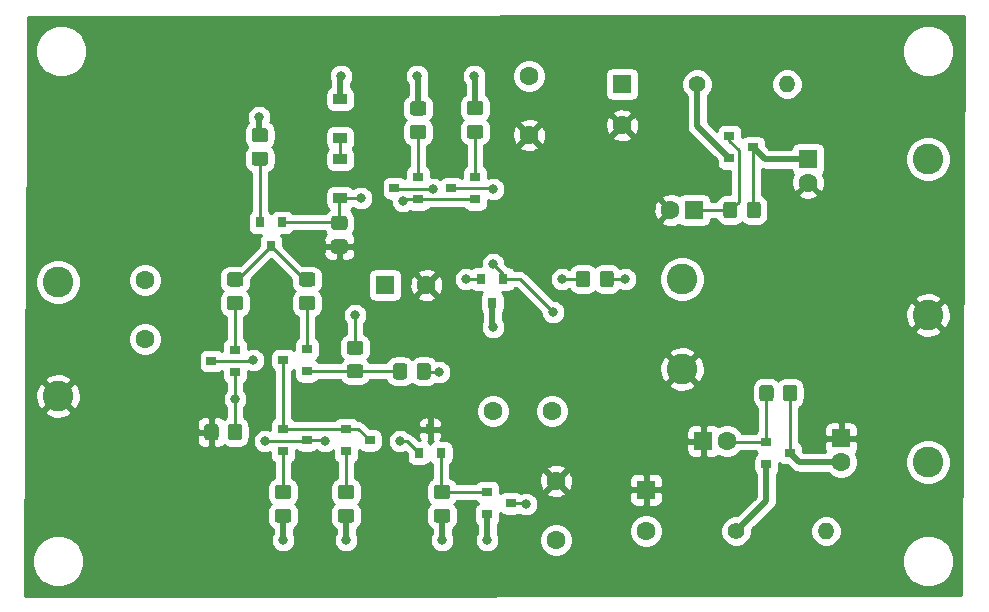
<source format=gbr>
G04 #@! TF.GenerationSoftware,KiCad,Pcbnew,(5.1.7-0-10_14)*
G04 #@! TF.CreationDate,2020-10-09T21:48:50+02:00*
G04 #@! TF.ProjectId,pre-amp-discret-v1,7072652d-616d-4702-9d64-697363726574,rev?*
G04 #@! TF.SameCoordinates,Original*
G04 #@! TF.FileFunction,Copper,L1,Top*
G04 #@! TF.FilePolarity,Positive*
%FSLAX46Y46*%
G04 Gerber Fmt 4.6, Leading zero omitted, Abs format (unit mm)*
G04 Created by KiCad (PCBNEW (5.1.7-0-10_14)) date 2020-10-09 21:48:50*
%MOMM*%
%LPD*%
G01*
G04 APERTURE LIST*
G04 #@! TA.AperFunction,SMDPad,CuDef*
%ADD10R,0.900000X0.800000*%
G04 #@! TD*
G04 #@! TA.AperFunction,ComponentPad*
%ADD11O,1.400000X1.400000*%
G04 #@! TD*
G04 #@! TA.AperFunction,ComponentPad*
%ADD12C,1.400000*%
G04 #@! TD*
G04 #@! TA.AperFunction,SMDPad,CuDef*
%ADD13R,0.800000X0.900000*%
G04 #@! TD*
G04 #@! TA.AperFunction,ComponentPad*
%ADD14C,2.600000*%
G04 #@! TD*
G04 #@! TA.AperFunction,SMDPad,CuDef*
%ADD15R,1.200000X0.900000*%
G04 #@! TD*
G04 #@! TA.AperFunction,ComponentPad*
%ADD16C,1.600000*%
G04 #@! TD*
G04 #@! TA.AperFunction,ComponentPad*
%ADD17R,1.600000X1.600000*%
G04 #@! TD*
G04 #@! TA.AperFunction,ViaPad*
%ADD18C,0.800000*%
G04 #@! TD*
G04 #@! TA.AperFunction,Conductor*
%ADD19C,0.500000*%
G04 #@! TD*
G04 #@! TA.AperFunction,Conductor*
%ADD20C,0.250000*%
G04 #@! TD*
G04 #@! TA.AperFunction,Conductor*
%ADD21C,0.254000*%
G04 #@! TD*
G04 #@! TA.AperFunction,Conductor*
%ADD22C,0.100000*%
G04 #@! TD*
G04 APERTURE END LIST*
D10*
X156464000Y-112898000D03*
X156464000Y-110998000D03*
X154464000Y-111948000D03*
G04 #@! TA.AperFunction,SMDPad,CuDef*
G36*
G01*
X139570000Y-132137999D02*
X139570000Y-133038001D01*
G75*
G02*
X139320001Y-133288000I-249999J0D01*
G01*
X138619999Y-133288000D01*
G75*
G02*
X138370000Y-133038001I0J249999D01*
G01*
X138370000Y-132137999D01*
G75*
G02*
X138619999Y-131888000I249999J0D01*
G01*
X139320001Y-131888000D01*
G75*
G02*
X139570000Y-132137999I0J-249999D01*
G01*
G37*
G04 #@! TD.AperFunction*
G04 #@! TA.AperFunction,SMDPad,CuDef*
G36*
G01*
X141570000Y-132137999D02*
X141570000Y-133038001D01*
G75*
G02*
X141320001Y-133288000I-249999J0D01*
G01*
X140619999Y-133288000D01*
G75*
G02*
X140370000Y-133038001I0J249999D01*
G01*
X140370000Y-132137999D01*
G75*
G02*
X140619999Y-131888000I249999J0D01*
G01*
X141320001Y-131888000D01*
G75*
G02*
X141570000Y-132137999I0J-249999D01*
G01*
G37*
G04 #@! TD.AperFunction*
D11*
X191008000Y-140970000D03*
D12*
X183388000Y-140970000D03*
G04 #@! TA.AperFunction,SMDPad,CuDef*
G36*
G01*
X187360000Y-129736001D02*
X187360000Y-128835999D01*
G75*
G02*
X187609999Y-128586000I249999J0D01*
G01*
X188310001Y-128586000D01*
G75*
G02*
X188560000Y-128835999I0J-249999D01*
G01*
X188560000Y-129736001D01*
G75*
G02*
X188310001Y-129986000I-249999J0D01*
G01*
X187609999Y-129986000D01*
G75*
G02*
X187360000Y-129736001I0J249999D01*
G01*
G37*
G04 #@! TD.AperFunction*
G04 #@! TA.AperFunction,SMDPad,CuDef*
G36*
G01*
X185360000Y-129736001D02*
X185360000Y-128835999D01*
G75*
G02*
X185609999Y-128586000I249999J0D01*
G01*
X186310001Y-128586000D01*
G75*
G02*
X186560000Y-128835999I0J-249999D01*
G01*
X186560000Y-129736001D01*
G75*
G02*
X186310001Y-129986000I-249999J0D01*
G01*
X185609999Y-129986000D01*
G75*
G02*
X185360000Y-129736001I0J249999D01*
G01*
G37*
G04 #@! TD.AperFunction*
D11*
X187706000Y-103124000D03*
D12*
X180086000Y-103124000D03*
G04 #@! TA.AperFunction,SMDPad,CuDef*
G36*
G01*
X184296000Y-114242001D02*
X184296000Y-113341999D01*
G75*
G02*
X184545999Y-113092000I249999J0D01*
G01*
X185246001Y-113092000D01*
G75*
G02*
X185496000Y-113341999I0J-249999D01*
G01*
X185496000Y-114242001D01*
G75*
G02*
X185246001Y-114492000I-249999J0D01*
G01*
X184545999Y-114492000D01*
G75*
G02*
X184296000Y-114242001I0J249999D01*
G01*
G37*
G04 #@! TD.AperFunction*
G04 #@! TA.AperFunction,SMDPad,CuDef*
G36*
G01*
X182296000Y-114242001D02*
X182296000Y-113341999D01*
G75*
G02*
X182545999Y-113092000I249999J0D01*
G01*
X183246001Y-113092000D01*
G75*
G02*
X183496000Y-113341999I0J-249999D01*
G01*
X183496000Y-114242001D01*
G75*
G02*
X183246001Y-114492000I-249999J0D01*
G01*
X182545999Y-114492000D01*
G75*
G02*
X182296000Y-114242001I0J249999D01*
G01*
G37*
G04 #@! TD.AperFunction*
G04 #@! TA.AperFunction,SMDPad,CuDef*
G36*
G01*
X171034000Y-119183999D02*
X171034000Y-120084001D01*
G75*
G02*
X170784001Y-120334000I-249999J0D01*
G01*
X170083999Y-120334000D01*
G75*
G02*
X169834000Y-120084001I0J249999D01*
G01*
X169834000Y-119183999D01*
G75*
G02*
X170083999Y-118934000I249999J0D01*
G01*
X170784001Y-118934000D01*
G75*
G02*
X171034000Y-119183999I0J-249999D01*
G01*
G37*
G04 #@! TD.AperFunction*
G04 #@! TA.AperFunction,SMDPad,CuDef*
G36*
G01*
X173034000Y-119183999D02*
X173034000Y-120084001D01*
G75*
G02*
X172784001Y-120334000I-249999J0D01*
G01*
X172083999Y-120334000D01*
G75*
G02*
X171834000Y-120084001I0J249999D01*
G01*
X171834000Y-119183999D01*
G75*
G02*
X172083999Y-118934000I249999J0D01*
G01*
X172784001Y-118934000D01*
G75*
G02*
X173034000Y-119183999I0J-249999D01*
G01*
G37*
G04 #@! TD.AperFunction*
G04 #@! TA.AperFunction,SMDPad,CuDef*
G36*
G01*
X156013999Y-106588000D02*
X156914001Y-106588000D01*
G75*
G02*
X157164000Y-106837999I0J-249999D01*
G01*
X157164000Y-107538001D01*
G75*
G02*
X156914001Y-107788000I-249999J0D01*
G01*
X156013999Y-107788000D01*
G75*
G02*
X155764000Y-107538001I0J249999D01*
G01*
X155764000Y-106837999D01*
G75*
G02*
X156013999Y-106588000I249999J0D01*
G01*
G37*
G04 #@! TD.AperFunction*
G04 #@! TA.AperFunction,SMDPad,CuDef*
G36*
G01*
X156013999Y-104588000D02*
X156914001Y-104588000D01*
G75*
G02*
X157164000Y-104837999I0J-249999D01*
G01*
X157164000Y-105538001D01*
G75*
G02*
X156914001Y-105788000I-249999J0D01*
G01*
X156013999Y-105788000D01*
G75*
G02*
X155764000Y-105538001I0J249999D01*
G01*
X155764000Y-104837999D01*
G75*
G02*
X156013999Y-104588000I249999J0D01*
G01*
G37*
G04 #@! TD.AperFunction*
G04 #@! TA.AperFunction,SMDPad,CuDef*
G36*
G01*
X160839999Y-106556000D02*
X161740001Y-106556000D01*
G75*
G02*
X161990000Y-106805999I0J-249999D01*
G01*
X161990000Y-107506001D01*
G75*
G02*
X161740001Y-107756000I-249999J0D01*
G01*
X160839999Y-107756000D01*
G75*
G02*
X160590000Y-107506001I0J249999D01*
G01*
X160590000Y-106805999D01*
G75*
G02*
X160839999Y-106556000I249999J0D01*
G01*
G37*
G04 #@! TD.AperFunction*
G04 #@! TA.AperFunction,SMDPad,CuDef*
G36*
G01*
X160839999Y-104556000D02*
X161740001Y-104556000D01*
G75*
G02*
X161990000Y-104805999I0J-249999D01*
G01*
X161990000Y-105506001D01*
G75*
G02*
X161740001Y-105756000I-249999J0D01*
G01*
X160839999Y-105756000D01*
G75*
G02*
X160590000Y-105506001I0J249999D01*
G01*
X160590000Y-104805999D01*
G75*
G02*
X160839999Y-104556000I249999J0D01*
G01*
G37*
G04 #@! TD.AperFunction*
G04 #@! TA.AperFunction,SMDPad,CuDef*
G36*
G01*
X158045999Y-139068000D02*
X158946001Y-139068000D01*
G75*
G02*
X159196000Y-139317999I0J-249999D01*
G01*
X159196000Y-140018001D01*
G75*
G02*
X158946001Y-140268000I-249999J0D01*
G01*
X158045999Y-140268000D01*
G75*
G02*
X157796000Y-140018001I0J249999D01*
G01*
X157796000Y-139317999D01*
G75*
G02*
X158045999Y-139068000I249999J0D01*
G01*
G37*
G04 #@! TD.AperFunction*
G04 #@! TA.AperFunction,SMDPad,CuDef*
G36*
G01*
X158045999Y-137068000D02*
X158946001Y-137068000D01*
G75*
G02*
X159196000Y-137317999I0J-249999D01*
G01*
X159196000Y-138018001D01*
G75*
G02*
X158946001Y-138268000I-249999J0D01*
G01*
X158045999Y-138268000D01*
G75*
G02*
X157796000Y-138018001I0J249999D01*
G01*
X157796000Y-137317999D01*
G75*
G02*
X158045999Y-137068000I249999J0D01*
G01*
G37*
G04 #@! TD.AperFunction*
G04 #@! TA.AperFunction,SMDPad,CuDef*
G36*
G01*
X155540000Y-126994499D02*
X155540000Y-127894501D01*
G75*
G02*
X155290001Y-128144500I-249999J0D01*
G01*
X154589999Y-128144500D01*
G75*
G02*
X154340000Y-127894501I0J249999D01*
G01*
X154340000Y-126994499D01*
G75*
G02*
X154589999Y-126744500I249999J0D01*
G01*
X155290001Y-126744500D01*
G75*
G02*
X155540000Y-126994499I0J-249999D01*
G01*
G37*
G04 #@! TD.AperFunction*
G04 #@! TA.AperFunction,SMDPad,CuDef*
G36*
G01*
X157540000Y-126994499D02*
X157540000Y-127894501D01*
G75*
G02*
X157290001Y-128144500I-249999J0D01*
G01*
X156589999Y-128144500D01*
G75*
G02*
X156340000Y-127894501I0J249999D01*
G01*
X156340000Y-126994499D01*
G75*
G02*
X156589999Y-126744500I249999J0D01*
G01*
X157290001Y-126744500D01*
G75*
G02*
X157540000Y-126994499I0J-249999D01*
G01*
G37*
G04 #@! TD.AperFunction*
G04 #@! TA.AperFunction,SMDPad,CuDef*
G36*
G01*
X151580001Y-126044500D02*
X150679999Y-126044500D01*
G75*
G02*
X150430000Y-125794501I0J249999D01*
G01*
X150430000Y-125094499D01*
G75*
G02*
X150679999Y-124844500I249999J0D01*
G01*
X151580001Y-124844500D01*
G75*
G02*
X151830000Y-125094499I0J-249999D01*
G01*
X151830000Y-125794501D01*
G75*
G02*
X151580001Y-126044500I-249999J0D01*
G01*
G37*
G04 #@! TD.AperFunction*
G04 #@! TA.AperFunction,SMDPad,CuDef*
G36*
G01*
X151580001Y-128044500D02*
X150679999Y-128044500D01*
G75*
G02*
X150430000Y-127794501I0J249999D01*
G01*
X150430000Y-127094499D01*
G75*
G02*
X150679999Y-126844500I249999J0D01*
G01*
X151580001Y-126844500D01*
G75*
G02*
X151830000Y-127094499I0J-249999D01*
G01*
X151830000Y-127794501D01*
G75*
G02*
X151580001Y-128044500I-249999J0D01*
G01*
G37*
G04 #@! TD.AperFunction*
G04 #@! TA.AperFunction,SMDPad,CuDef*
G36*
G01*
X149346499Y-116271500D02*
X150246501Y-116271500D01*
G75*
G02*
X150496500Y-116521499I0J-249999D01*
G01*
X150496500Y-117221501D01*
G75*
G02*
X150246501Y-117471500I-249999J0D01*
G01*
X149346499Y-117471500D01*
G75*
G02*
X149096500Y-117221501I0J249999D01*
G01*
X149096500Y-116521499D01*
G75*
G02*
X149346499Y-116271500I249999J0D01*
G01*
G37*
G04 #@! TD.AperFunction*
G04 #@! TA.AperFunction,SMDPad,CuDef*
G36*
G01*
X149346499Y-114271500D02*
X150246501Y-114271500D01*
G75*
G02*
X150496500Y-114521499I0J-249999D01*
G01*
X150496500Y-115221501D01*
G75*
G02*
X150246501Y-115471500I-249999J0D01*
G01*
X149346499Y-115471500D01*
G75*
G02*
X149096500Y-115221501I0J249999D01*
G01*
X149096500Y-114521499D01*
G75*
G02*
X149346499Y-114271500I249999J0D01*
G01*
G37*
G04 #@! TD.AperFunction*
G04 #@! TA.AperFunction,SMDPad,CuDef*
G36*
G01*
X149917999Y-139068000D02*
X150818001Y-139068000D01*
G75*
G02*
X151068000Y-139317999I0J-249999D01*
G01*
X151068000Y-140018001D01*
G75*
G02*
X150818001Y-140268000I-249999J0D01*
G01*
X149917999Y-140268000D01*
G75*
G02*
X149668000Y-140018001I0J249999D01*
G01*
X149668000Y-139317999D01*
G75*
G02*
X149917999Y-139068000I249999J0D01*
G01*
G37*
G04 #@! TD.AperFunction*
G04 #@! TA.AperFunction,SMDPad,CuDef*
G36*
G01*
X149917999Y-137068000D02*
X150818001Y-137068000D01*
G75*
G02*
X151068000Y-137317999I0J-249999D01*
G01*
X151068000Y-138018001D01*
G75*
G02*
X150818001Y-138268000I-249999J0D01*
G01*
X149917999Y-138268000D01*
G75*
G02*
X149668000Y-138018001I0J249999D01*
G01*
X149668000Y-137317999D01*
G75*
G02*
X149917999Y-137068000I249999J0D01*
G01*
G37*
G04 #@! TD.AperFunction*
G04 #@! TA.AperFunction,SMDPad,CuDef*
G36*
G01*
X146615999Y-121066000D02*
X147516001Y-121066000D01*
G75*
G02*
X147766000Y-121315999I0J-249999D01*
G01*
X147766000Y-122016001D01*
G75*
G02*
X147516001Y-122266000I-249999J0D01*
G01*
X146615999Y-122266000D01*
G75*
G02*
X146366000Y-122016001I0J249999D01*
G01*
X146366000Y-121315999D01*
G75*
G02*
X146615999Y-121066000I249999J0D01*
G01*
G37*
G04 #@! TD.AperFunction*
G04 #@! TA.AperFunction,SMDPad,CuDef*
G36*
G01*
X146615999Y-119066000D02*
X147516001Y-119066000D01*
G75*
G02*
X147766000Y-119315999I0J-249999D01*
G01*
X147766000Y-120016001D01*
G75*
G02*
X147516001Y-120266000I-249999J0D01*
G01*
X146615999Y-120266000D01*
G75*
G02*
X146366000Y-120016001I0J249999D01*
G01*
X146366000Y-119315999D01*
G75*
G02*
X146615999Y-119066000I249999J0D01*
G01*
G37*
G04 #@! TD.AperFunction*
G04 #@! TA.AperFunction,SMDPad,CuDef*
G36*
G01*
X142615499Y-108842000D02*
X143515501Y-108842000D01*
G75*
G02*
X143765500Y-109091999I0J-249999D01*
G01*
X143765500Y-109792001D01*
G75*
G02*
X143515501Y-110042000I-249999J0D01*
G01*
X142615499Y-110042000D01*
G75*
G02*
X142365500Y-109792001I0J249999D01*
G01*
X142365500Y-109091999D01*
G75*
G02*
X142615499Y-108842000I249999J0D01*
G01*
G37*
G04 #@! TD.AperFunction*
G04 #@! TA.AperFunction,SMDPad,CuDef*
G36*
G01*
X142615499Y-106842000D02*
X143515501Y-106842000D01*
G75*
G02*
X143765500Y-107091999I0J-249999D01*
G01*
X143765500Y-107792001D01*
G75*
G02*
X143515501Y-108042000I-249999J0D01*
G01*
X142615499Y-108042000D01*
G75*
G02*
X142365500Y-107792001I0J249999D01*
G01*
X142365500Y-107091999D01*
G75*
G02*
X142615499Y-106842000I249999J0D01*
G01*
G37*
G04 #@! TD.AperFunction*
G04 #@! TA.AperFunction,SMDPad,CuDef*
G36*
G01*
X144583999Y-139068000D02*
X145484001Y-139068000D01*
G75*
G02*
X145734000Y-139317999I0J-249999D01*
G01*
X145734000Y-140018001D01*
G75*
G02*
X145484001Y-140268000I-249999J0D01*
G01*
X144583999Y-140268000D01*
G75*
G02*
X144334000Y-140018001I0J249999D01*
G01*
X144334000Y-139317999D01*
G75*
G02*
X144583999Y-139068000I249999J0D01*
G01*
G37*
G04 #@! TD.AperFunction*
G04 #@! TA.AperFunction,SMDPad,CuDef*
G36*
G01*
X144583999Y-137068000D02*
X145484001Y-137068000D01*
G75*
G02*
X145734000Y-137317999I0J-249999D01*
G01*
X145734000Y-138018001D01*
G75*
G02*
X145484001Y-138268000I-249999J0D01*
G01*
X144583999Y-138268000D01*
G75*
G02*
X144334000Y-138018001I0J249999D01*
G01*
X144334000Y-137317999D01*
G75*
G02*
X144583999Y-137068000I249999J0D01*
G01*
G37*
G04 #@! TD.AperFunction*
G04 #@! TA.AperFunction,SMDPad,CuDef*
G36*
G01*
X140519999Y-121066000D02*
X141420001Y-121066000D01*
G75*
G02*
X141670000Y-121315999I0J-249999D01*
G01*
X141670000Y-122016001D01*
G75*
G02*
X141420001Y-122266000I-249999J0D01*
G01*
X140519999Y-122266000D01*
G75*
G02*
X140270000Y-122016001I0J249999D01*
G01*
X140270000Y-121315999D01*
G75*
G02*
X140519999Y-121066000I249999J0D01*
G01*
G37*
G04 #@! TD.AperFunction*
G04 #@! TA.AperFunction,SMDPad,CuDef*
G36*
G01*
X140519999Y-119066000D02*
X141420001Y-119066000D01*
G75*
G02*
X141670000Y-119315999I0J-249999D01*
G01*
X141670000Y-120016001D01*
G75*
G02*
X141420001Y-120266000I-249999J0D01*
G01*
X140519999Y-120266000D01*
G75*
G02*
X140270000Y-120016001I0J249999D01*
G01*
X140270000Y-119315999D01*
G75*
G02*
X140519999Y-119066000I249999J0D01*
G01*
G37*
G04 #@! TD.AperFunction*
D10*
X187944000Y-134366000D03*
X185944000Y-135316000D03*
X185944000Y-133416000D03*
X184830000Y-108474000D03*
X182830000Y-109424000D03*
X182830000Y-107524000D03*
D13*
X162748000Y-121634000D03*
X161798000Y-119634000D03*
X163698000Y-119634000D03*
D10*
X164306000Y-138618000D03*
X162306000Y-139568000D03*
X162306000Y-137668000D03*
X159290000Y-111948000D03*
X161290000Y-110998000D03*
X161290000Y-112898000D03*
D13*
X157480000Y-132350000D03*
X158430000Y-134350000D03*
X156530000Y-134350000D03*
D10*
X145050000Y-126492000D03*
X147050000Y-125542000D03*
X147050000Y-127442000D03*
X152368000Y-133284000D03*
X150368000Y-134234000D03*
X150368000Y-132334000D03*
D13*
X144018000Y-116840000D03*
X143068000Y-114840000D03*
X144968000Y-114840000D03*
D10*
X147034000Y-133284000D03*
X145034000Y-134234000D03*
X145034000Y-132334000D03*
X138970000Y-126558000D03*
X140970000Y-125608000D03*
X140970000Y-127508000D03*
D14*
X178816000Y-127254000D03*
X178816000Y-119634000D03*
X199644000Y-122682000D03*
X125984000Y-119888000D03*
X199644000Y-135128000D03*
X125984000Y-129540000D03*
X199644000Y-109474000D03*
D15*
X149860000Y-109476000D03*
X149860000Y-112776000D03*
X149860000Y-104396000D03*
X149860000Y-107696000D03*
D16*
X182626000Y-133350000D03*
D17*
X180626000Y-133350000D03*
D16*
X192278000Y-135128000D03*
D17*
X192278000Y-133128000D03*
D16*
X177832000Y-113792000D03*
D17*
X179832000Y-113792000D03*
D16*
X189484000Y-111474000D03*
D17*
X189484000Y-109474000D03*
D16*
X162814000Y-130810000D03*
X167814000Y-130810000D03*
X157170000Y-120142000D03*
D17*
X153670000Y-120142000D03*
D16*
X168148000Y-136732000D03*
X168148000Y-141732000D03*
X165862000Y-102442000D03*
X165862000Y-107442000D03*
X175768000Y-140970000D03*
D17*
X175768000Y-137470000D03*
D16*
X133350000Y-119714000D03*
X133350000Y-124714000D03*
X173736000Y-106624000D03*
D17*
X173736000Y-103124000D03*
D18*
X143002000Y-105918000D03*
X149940000Y-102442000D03*
X156384000Y-102442000D03*
X161210000Y-102442000D03*
X140970000Y-129794000D03*
X145034000Y-141732000D03*
X150368000Y-141732000D03*
X158496000Y-141732000D03*
X162306000Y-141732000D03*
X162814000Y-123698000D03*
X151130000Y-122682000D03*
X142494000Y-126492000D03*
X143510000Y-133350000D03*
X148590000Y-133350000D03*
X154940000Y-133350000D03*
X165608000Y-138684000D03*
X162814000Y-112014000D03*
X162814000Y-118364000D03*
X167894000Y-122428000D03*
X151638000Y-112776000D03*
X155194000Y-113030000D03*
X173990000Y-119634000D03*
X160528000Y-119634000D03*
X158242000Y-127508000D03*
X157734000Y-112014000D03*
X168656000Y-119634000D03*
D19*
X143065500Y-107442000D02*
X143065500Y-107378500D01*
X149858000Y-104394000D02*
X149860000Y-104396000D01*
X143002000Y-107378500D02*
X143065500Y-107442000D01*
X143002000Y-105918000D02*
X143002000Y-107378500D01*
X149860000Y-102522000D02*
X149940000Y-102442000D01*
X149860000Y-104396000D02*
X149860000Y-102522000D01*
X180086000Y-106680000D02*
X180086000Y-103124000D01*
X182830000Y-109424000D02*
X180086000Y-106680000D01*
X156464000Y-102522000D02*
X156384000Y-102442000D01*
X156464000Y-105188000D02*
X156464000Y-102522000D01*
X161290000Y-102522000D02*
X161210000Y-102442000D01*
X161290000Y-105156000D02*
X161290000Y-102522000D01*
D20*
X140970000Y-129794000D02*
X140970000Y-132588000D01*
X140970000Y-127508000D02*
X140970000Y-129794000D01*
D19*
X145034000Y-139668000D02*
X145034000Y-141732000D01*
X150368000Y-139668000D02*
X150368000Y-141732000D01*
X158496000Y-139668000D02*
X158496000Y-141732000D01*
X162306000Y-141732000D02*
X162306000Y-139568000D01*
X185944000Y-138414000D02*
X183388000Y-140970000D01*
X185944000Y-135316000D02*
X185944000Y-138414000D01*
X162748000Y-123632000D02*
X162814000Y-123698000D01*
X162748000Y-121634000D02*
X162748000Y-123632000D01*
D20*
X151130000Y-125444500D02*
X151130000Y-122682000D01*
X142428000Y-126558000D02*
X142494000Y-126492000D01*
X138970000Y-126558000D02*
X142428000Y-126558000D01*
X146968000Y-133350000D02*
X147034000Y-133284000D01*
X143510000Y-133350000D02*
X146968000Y-133350000D01*
X148524000Y-133284000D02*
X148590000Y-133350000D01*
X147034000Y-133284000D02*
X148524000Y-133284000D01*
X155530000Y-133350000D02*
X156530000Y-134350000D01*
X154940000Y-133350000D02*
X155530000Y-133350000D01*
X164306000Y-138618000D02*
X165542000Y-138618000D01*
X165542000Y-138618000D02*
X165608000Y-138684000D01*
X162748000Y-111948000D02*
X162814000Y-112014000D01*
X159290000Y-111948000D02*
X162748000Y-111948000D01*
X163698000Y-119248000D02*
X162814000Y-118364000D01*
X163698000Y-119634000D02*
X163698000Y-119248000D01*
X165100000Y-119634000D02*
X167894000Y-122428000D01*
X163698000Y-119634000D02*
X165100000Y-119634000D01*
X184830000Y-113726000D02*
X184896000Y-113792000D01*
X184830000Y-108474000D02*
X184830000Y-113726000D01*
D19*
X185830000Y-109474000D02*
X184830000Y-108474000D01*
X189484000Y-109474000D02*
X185830000Y-109474000D01*
D20*
X183605001Y-113082999D02*
X182896000Y-113792000D01*
X183605001Y-108684003D02*
X183605001Y-113082999D01*
X182830000Y-107909002D02*
X183605001Y-108684003D01*
X182830000Y-107524000D02*
X182830000Y-107909002D01*
X179832000Y-113792000D02*
X182896000Y-113792000D01*
X187944000Y-129302000D02*
X187960000Y-129286000D01*
X187944000Y-134366000D02*
X187944000Y-129302000D01*
D19*
X188706000Y-135128000D02*
X187944000Y-134366000D01*
X192278000Y-135128000D02*
X188706000Y-135128000D01*
D20*
X185960000Y-133400000D02*
X185944000Y-133416000D01*
X185960000Y-129286000D02*
X185960000Y-133400000D01*
X182692000Y-133416000D02*
X182626000Y-133350000D01*
X185944000Y-133416000D02*
X182692000Y-133416000D01*
X149860000Y-109476000D02*
X149860000Y-107696000D01*
X149765000Y-114840000D02*
X149796500Y-114871500D01*
X144968000Y-114840000D02*
X149765000Y-114840000D01*
X149796500Y-112839500D02*
X149860000Y-112776000D01*
X149796500Y-114871500D02*
X149796500Y-112839500D01*
X149860000Y-112776000D02*
X151638000Y-112776000D01*
X161153347Y-113034653D02*
X161290000Y-112898000D01*
X156464000Y-112898000D02*
X161290000Y-112898000D01*
X155326000Y-112898000D02*
X155194000Y-113030000D01*
X156464000Y-112898000D02*
X155326000Y-112898000D01*
X172434000Y-119634000D02*
X173990000Y-119634000D01*
X140970000Y-125608000D02*
X140970000Y-121666000D01*
X145034000Y-134234000D02*
X145034000Y-137668000D01*
X145034000Y-126508000D02*
X145050000Y-126492000D01*
X145034000Y-132334000D02*
X145034000Y-126508000D01*
X145034000Y-132334000D02*
X150368000Y-132334000D01*
X151418000Y-132334000D02*
X152368000Y-133284000D01*
X150368000Y-132334000D02*
X151418000Y-132334000D01*
X141192000Y-119666000D02*
X144018000Y-116840000D01*
X140970000Y-119666000D02*
X141192000Y-119666000D01*
X146844000Y-119666000D02*
X144018000Y-116840000D01*
X147066000Y-119666000D02*
X146844000Y-119666000D01*
X143068000Y-112524500D02*
X143065500Y-112522000D01*
X143068000Y-109444500D02*
X143065500Y-109442000D01*
X143068000Y-114840000D02*
X143068000Y-109444500D01*
X150368000Y-134234000D02*
X150368000Y-137668000D01*
X147050000Y-121682000D02*
X147066000Y-121666000D01*
X147050000Y-125542000D02*
X147050000Y-121682000D01*
X151127500Y-127442000D02*
X151130000Y-127444500D01*
X147050000Y-127442000D02*
X151127500Y-127442000D01*
X151130000Y-127444500D02*
X154940000Y-127444500D01*
X158430000Y-137602000D02*
X158496000Y-137668000D01*
X158430000Y-134350000D02*
X158430000Y-137602000D01*
X158496000Y-137668000D02*
X162306000Y-137668000D01*
X161290000Y-110998000D02*
X161290000Y-107156000D01*
X161798000Y-119634000D02*
X160528000Y-119634000D01*
X157003500Y-127508000D02*
X156940000Y-127444500D01*
X158242000Y-127508000D02*
X157003500Y-127508000D01*
X154530000Y-112014000D02*
X154464000Y-111948000D01*
X157734000Y-112014000D02*
X154530000Y-112014000D01*
X170434000Y-119634000D02*
X168656000Y-119634000D01*
X156464000Y-110998000D02*
X156464000Y-107188000D01*
D21*
X202438653Y-146399351D02*
X123190657Y-146462648D01*
X123207011Y-143289872D01*
X123749000Y-143289872D01*
X123749000Y-143730128D01*
X123834890Y-144161925D01*
X124003369Y-144568669D01*
X124247962Y-144934729D01*
X124559271Y-145246038D01*
X124925331Y-145490631D01*
X125332075Y-145659110D01*
X125763872Y-145745000D01*
X126204128Y-145745000D01*
X126635925Y-145659110D01*
X127042669Y-145490631D01*
X127408729Y-145246038D01*
X127720038Y-144934729D01*
X127964631Y-144568669D01*
X128133110Y-144161925D01*
X128219000Y-143730128D01*
X128219000Y-143289872D01*
X197409000Y-143289872D01*
X197409000Y-143730128D01*
X197494890Y-144161925D01*
X197663369Y-144568669D01*
X197907962Y-144934729D01*
X198219271Y-145246038D01*
X198585331Y-145490631D01*
X198992075Y-145659110D01*
X199423872Y-145745000D01*
X199864128Y-145745000D01*
X200295925Y-145659110D01*
X200702669Y-145490631D01*
X201068729Y-145246038D01*
X201380038Y-144934729D01*
X201624631Y-144568669D01*
X201793110Y-144161925D01*
X201879000Y-143730128D01*
X201879000Y-143289872D01*
X201793110Y-142858075D01*
X201624631Y-142451331D01*
X201380038Y-142085271D01*
X201068729Y-141773962D01*
X200702669Y-141529369D01*
X200295925Y-141360890D01*
X199864128Y-141275000D01*
X199423872Y-141275000D01*
X198992075Y-141360890D01*
X198585331Y-141529369D01*
X198219271Y-141773962D01*
X197907962Y-142085271D01*
X197663369Y-142451331D01*
X197494890Y-142858075D01*
X197409000Y-143289872D01*
X128219000Y-143289872D01*
X128133110Y-142858075D01*
X127964631Y-142451331D01*
X127720038Y-142085271D01*
X127408729Y-141773962D01*
X127042669Y-141529369D01*
X126635925Y-141360890D01*
X126204128Y-141275000D01*
X125763872Y-141275000D01*
X125332075Y-141360890D01*
X124925331Y-141529369D01*
X124559271Y-141773962D01*
X124247962Y-142085271D01*
X124003369Y-142451331D01*
X123834890Y-142858075D01*
X123749000Y-143289872D01*
X123207011Y-143289872D01*
X123258566Y-133288000D01*
X137731928Y-133288000D01*
X137744188Y-133412482D01*
X137780498Y-133532180D01*
X137839463Y-133642494D01*
X137918815Y-133739185D01*
X138015506Y-133818537D01*
X138125820Y-133877502D01*
X138245518Y-133913812D01*
X138370000Y-133926072D01*
X138684250Y-133923000D01*
X138843000Y-133764250D01*
X138843000Y-132715000D01*
X137893750Y-132715000D01*
X137735000Y-132873750D01*
X137731928Y-133288000D01*
X123258566Y-133288000D01*
X123265782Y-131888000D01*
X137731928Y-131888000D01*
X137735000Y-132302250D01*
X137893750Y-132461000D01*
X138843000Y-132461000D01*
X138843000Y-131411750D01*
X138684250Y-131253000D01*
X138370000Y-131249928D01*
X138245518Y-131262188D01*
X138125820Y-131298498D01*
X138015506Y-131357463D01*
X137918815Y-131436815D01*
X137839463Y-131533506D01*
X137780498Y-131643820D01*
X137744188Y-131763518D01*
X137731928Y-131888000D01*
X123265782Y-131888000D01*
X123270931Y-130889224D01*
X124814381Y-130889224D01*
X124946317Y-131184312D01*
X125287045Y-131355159D01*
X125654557Y-131456250D01*
X126034729Y-131483701D01*
X126412951Y-131436457D01*
X126774690Y-131316333D01*
X127021683Y-131184312D01*
X127153619Y-130889224D01*
X125984000Y-129719605D01*
X124814381Y-130889224D01*
X123270931Y-130889224D01*
X123277625Y-129590729D01*
X124040299Y-129590729D01*
X124087543Y-129968951D01*
X124207667Y-130330690D01*
X124339688Y-130577683D01*
X124634776Y-130709619D01*
X125804395Y-129540000D01*
X126163605Y-129540000D01*
X127333224Y-130709619D01*
X127628312Y-130577683D01*
X127799159Y-130236955D01*
X127900250Y-129869443D01*
X127927701Y-129489271D01*
X127880457Y-129111049D01*
X127760333Y-128749310D01*
X127628312Y-128502317D01*
X127333224Y-128370381D01*
X126163605Y-129540000D01*
X125804395Y-129540000D01*
X124634776Y-128370381D01*
X124339688Y-128502317D01*
X124168841Y-128843045D01*
X124067750Y-129210557D01*
X124040299Y-129590729D01*
X123277625Y-129590729D01*
X123284841Y-128190776D01*
X124814381Y-128190776D01*
X125984000Y-129360395D01*
X127153619Y-128190776D01*
X127021683Y-127895688D01*
X126680955Y-127724841D01*
X126313443Y-127623750D01*
X125933271Y-127596299D01*
X125555049Y-127643543D01*
X125193310Y-127763667D01*
X124946317Y-127895688D01*
X124814381Y-128190776D01*
X123284841Y-128190776D01*
X123295318Y-126158000D01*
X137881928Y-126158000D01*
X137881928Y-126958000D01*
X137894188Y-127082482D01*
X137930498Y-127202180D01*
X137989463Y-127312494D01*
X138068815Y-127409185D01*
X138165506Y-127488537D01*
X138275820Y-127547502D01*
X138395518Y-127583812D01*
X138520000Y-127596072D01*
X139420000Y-127596072D01*
X139544482Y-127583812D01*
X139664180Y-127547502D01*
X139774494Y-127488537D01*
X139871185Y-127409185D01*
X139881928Y-127396095D01*
X139881928Y-127908000D01*
X139894188Y-128032482D01*
X139930498Y-128152180D01*
X139989463Y-128262494D01*
X140068815Y-128359185D01*
X140165506Y-128438537D01*
X140210000Y-128462320D01*
X140210001Y-129090288D01*
X140166063Y-129134226D01*
X140052795Y-129303744D01*
X139974774Y-129492102D01*
X139935000Y-129692061D01*
X139935000Y-129895939D01*
X139974774Y-130095898D01*
X140052795Y-130284256D01*
X140166063Y-130453774D01*
X140210000Y-130497711D01*
X140210001Y-131355023D01*
X140126613Y-131399595D01*
X140045363Y-131466276D01*
X140021185Y-131436815D01*
X139924494Y-131357463D01*
X139814180Y-131298498D01*
X139694482Y-131262188D01*
X139570000Y-131249928D01*
X139255750Y-131253000D01*
X139097000Y-131411750D01*
X139097000Y-132461000D01*
X139117000Y-132461000D01*
X139117000Y-132715000D01*
X139097000Y-132715000D01*
X139097000Y-133764250D01*
X139255750Y-133923000D01*
X139570000Y-133926072D01*
X139694482Y-133913812D01*
X139814180Y-133877502D01*
X139924494Y-133818537D01*
X140021185Y-133739185D01*
X140045363Y-133709724D01*
X140126613Y-133776405D01*
X140280149Y-133858472D01*
X140446745Y-133909008D01*
X140619999Y-133926072D01*
X141320001Y-133926072D01*
X141493255Y-133909008D01*
X141659851Y-133858472D01*
X141813387Y-133776405D01*
X141947962Y-133665962D01*
X142058405Y-133531387D01*
X142140472Y-133377851D01*
X142191008Y-133211255D01*
X142208072Y-133038001D01*
X142208072Y-132137999D01*
X142191008Y-131964745D01*
X142140472Y-131798149D01*
X142058405Y-131644613D01*
X141947962Y-131510038D01*
X141813387Y-131399595D01*
X141730000Y-131355024D01*
X141730000Y-130497711D01*
X141773937Y-130453774D01*
X141887205Y-130284256D01*
X141965226Y-130095898D01*
X142005000Y-129895939D01*
X142005000Y-129692061D01*
X141965226Y-129492102D01*
X141887205Y-129303744D01*
X141773937Y-129134226D01*
X141730000Y-129090289D01*
X141730000Y-128462320D01*
X141774494Y-128438537D01*
X141871185Y-128359185D01*
X141950537Y-128262494D01*
X142009502Y-128152180D01*
X142045812Y-128032482D01*
X142058072Y-127908000D01*
X142058072Y-127431709D01*
X142192102Y-127487226D01*
X142392061Y-127527000D01*
X142595939Y-127527000D01*
X142795898Y-127487226D01*
X142984256Y-127409205D01*
X143153774Y-127295937D01*
X143297937Y-127151774D01*
X143411205Y-126982256D01*
X143489226Y-126793898D01*
X143529000Y-126593939D01*
X143529000Y-126390061D01*
X143489226Y-126190102D01*
X143411205Y-126001744D01*
X143297937Y-125832226D01*
X143153774Y-125688063D01*
X142984256Y-125574795D01*
X142795898Y-125496774D01*
X142595939Y-125457000D01*
X142392061Y-125457000D01*
X142192102Y-125496774D01*
X142058072Y-125552291D01*
X142058072Y-125208000D01*
X142045812Y-125083518D01*
X142009502Y-124963820D01*
X141950537Y-124853506D01*
X141871185Y-124756815D01*
X141774494Y-124677463D01*
X141730000Y-124653680D01*
X141730000Y-122845527D01*
X141759851Y-122836472D01*
X141913387Y-122754405D01*
X142047962Y-122643962D01*
X142158405Y-122509387D01*
X142240472Y-122355851D01*
X142291008Y-122189255D01*
X142308072Y-122016001D01*
X142308072Y-121315999D01*
X142291008Y-121142745D01*
X142240472Y-120976149D01*
X142158405Y-120822613D01*
X142047962Y-120688038D01*
X142021109Y-120666000D01*
X142047962Y-120643962D01*
X142158405Y-120509387D01*
X142240472Y-120355851D01*
X142291008Y-120189255D01*
X142308072Y-120016001D01*
X142308072Y-119624729D01*
X144004730Y-117928072D01*
X144031271Y-117928072D01*
X145727928Y-119624730D01*
X145727928Y-120016001D01*
X145744992Y-120189255D01*
X145795528Y-120355851D01*
X145877595Y-120509387D01*
X145988038Y-120643962D01*
X146014891Y-120666000D01*
X145988038Y-120688038D01*
X145877595Y-120822613D01*
X145795528Y-120976149D01*
X145744992Y-121142745D01*
X145727928Y-121315999D01*
X145727928Y-122016001D01*
X145744992Y-122189255D01*
X145795528Y-122355851D01*
X145877595Y-122509387D01*
X145988038Y-122643962D01*
X146122613Y-122754405D01*
X146276149Y-122836472D01*
X146290001Y-122840674D01*
X146290000Y-124587680D01*
X146245506Y-124611463D01*
X146148815Y-124690815D01*
X146069463Y-124787506D01*
X146010498Y-124897820D01*
X145974188Y-125017518D01*
X145961928Y-125142000D01*
X145961928Y-125653905D01*
X145951185Y-125640815D01*
X145854494Y-125561463D01*
X145744180Y-125502498D01*
X145624482Y-125466188D01*
X145500000Y-125453928D01*
X144600000Y-125453928D01*
X144475518Y-125466188D01*
X144355820Y-125502498D01*
X144245506Y-125561463D01*
X144148815Y-125640815D01*
X144069463Y-125737506D01*
X144010498Y-125847820D01*
X143974188Y-125967518D01*
X143961928Y-126092000D01*
X143961928Y-126892000D01*
X143974188Y-127016482D01*
X144010498Y-127136180D01*
X144069463Y-127246494D01*
X144148815Y-127343185D01*
X144245506Y-127422537D01*
X144274001Y-127437768D01*
X144274000Y-131379680D01*
X144229506Y-131403463D01*
X144132815Y-131482815D01*
X144053463Y-131579506D01*
X143994498Y-131689820D01*
X143958188Y-131809518D01*
X143945928Y-131934000D01*
X143945928Y-132410291D01*
X143811898Y-132354774D01*
X143611939Y-132315000D01*
X143408061Y-132315000D01*
X143208102Y-132354774D01*
X143019744Y-132432795D01*
X142850226Y-132546063D01*
X142706063Y-132690226D01*
X142592795Y-132859744D01*
X142514774Y-133048102D01*
X142475000Y-133248061D01*
X142475000Y-133451939D01*
X142514774Y-133651898D01*
X142592795Y-133840256D01*
X142706063Y-134009774D01*
X142850226Y-134153937D01*
X143019744Y-134267205D01*
X143208102Y-134345226D01*
X143408061Y-134385000D01*
X143611939Y-134385000D01*
X143811898Y-134345226D01*
X143945928Y-134289709D01*
X143945928Y-134634000D01*
X143958188Y-134758482D01*
X143994498Y-134878180D01*
X144053463Y-134988494D01*
X144132815Y-135085185D01*
X144229506Y-135164537D01*
X144274000Y-135188320D01*
X144274001Y-136488473D01*
X144244149Y-136497528D01*
X144090613Y-136579595D01*
X143956038Y-136690038D01*
X143845595Y-136824613D01*
X143763528Y-136978149D01*
X143712992Y-137144745D01*
X143695928Y-137317999D01*
X143695928Y-138018001D01*
X143712992Y-138191255D01*
X143763528Y-138357851D01*
X143845595Y-138511387D01*
X143956038Y-138645962D01*
X143982891Y-138668000D01*
X143956038Y-138690038D01*
X143845595Y-138824613D01*
X143763528Y-138978149D01*
X143712992Y-139144745D01*
X143695928Y-139317999D01*
X143695928Y-140018001D01*
X143712992Y-140191255D01*
X143763528Y-140357851D01*
X143845595Y-140511387D01*
X143956038Y-140645962D01*
X144090613Y-140756405D01*
X144149001Y-140787614D01*
X144149001Y-141193545D01*
X144116795Y-141241744D01*
X144038774Y-141430102D01*
X143999000Y-141630061D01*
X143999000Y-141833939D01*
X144038774Y-142033898D01*
X144116795Y-142222256D01*
X144230063Y-142391774D01*
X144374226Y-142535937D01*
X144543744Y-142649205D01*
X144732102Y-142727226D01*
X144932061Y-142767000D01*
X145135939Y-142767000D01*
X145335898Y-142727226D01*
X145524256Y-142649205D01*
X145693774Y-142535937D01*
X145837937Y-142391774D01*
X145951205Y-142222256D01*
X146029226Y-142033898D01*
X146069000Y-141833939D01*
X146069000Y-141630061D01*
X146029226Y-141430102D01*
X145951205Y-141241744D01*
X145919000Y-141193546D01*
X145919000Y-140787614D01*
X145977387Y-140756405D01*
X146111962Y-140645962D01*
X146222405Y-140511387D01*
X146304472Y-140357851D01*
X146355008Y-140191255D01*
X146372072Y-140018001D01*
X146372072Y-139317999D01*
X146355008Y-139144745D01*
X146304472Y-138978149D01*
X146222405Y-138824613D01*
X146111962Y-138690038D01*
X146085109Y-138668000D01*
X146111962Y-138645962D01*
X146222405Y-138511387D01*
X146304472Y-138357851D01*
X146355008Y-138191255D01*
X146372072Y-138018001D01*
X146372072Y-137317999D01*
X146355008Y-137144745D01*
X146304472Y-136978149D01*
X146222405Y-136824613D01*
X146111962Y-136690038D01*
X145977387Y-136579595D01*
X145823851Y-136497528D01*
X145794000Y-136488473D01*
X145794000Y-135188320D01*
X145838494Y-135164537D01*
X145935185Y-135085185D01*
X146014537Y-134988494D01*
X146073502Y-134878180D01*
X146109812Y-134758482D01*
X146122072Y-134634000D01*
X146122072Y-134122095D01*
X146132815Y-134135185D01*
X146229506Y-134214537D01*
X146339820Y-134273502D01*
X146459518Y-134309812D01*
X146584000Y-134322072D01*
X147484000Y-134322072D01*
X147608482Y-134309812D01*
X147728180Y-134273502D01*
X147838494Y-134214537D01*
X147922162Y-134145873D01*
X147930226Y-134153937D01*
X148099744Y-134267205D01*
X148288102Y-134345226D01*
X148488061Y-134385000D01*
X148691939Y-134385000D01*
X148891898Y-134345226D01*
X149080256Y-134267205D01*
X149249774Y-134153937D01*
X149279928Y-134123783D01*
X149279928Y-134634000D01*
X149292188Y-134758482D01*
X149328498Y-134878180D01*
X149387463Y-134988494D01*
X149466815Y-135085185D01*
X149563506Y-135164537D01*
X149608000Y-135188320D01*
X149608001Y-136488473D01*
X149578149Y-136497528D01*
X149424613Y-136579595D01*
X149290038Y-136690038D01*
X149179595Y-136824613D01*
X149097528Y-136978149D01*
X149046992Y-137144745D01*
X149029928Y-137317999D01*
X149029928Y-138018001D01*
X149046992Y-138191255D01*
X149097528Y-138357851D01*
X149179595Y-138511387D01*
X149290038Y-138645962D01*
X149316891Y-138668000D01*
X149290038Y-138690038D01*
X149179595Y-138824613D01*
X149097528Y-138978149D01*
X149046992Y-139144745D01*
X149029928Y-139317999D01*
X149029928Y-140018001D01*
X149046992Y-140191255D01*
X149097528Y-140357851D01*
X149179595Y-140511387D01*
X149290038Y-140645962D01*
X149424613Y-140756405D01*
X149483001Y-140787614D01*
X149483001Y-141193545D01*
X149450795Y-141241744D01*
X149372774Y-141430102D01*
X149333000Y-141630061D01*
X149333000Y-141833939D01*
X149372774Y-142033898D01*
X149450795Y-142222256D01*
X149564063Y-142391774D01*
X149708226Y-142535937D01*
X149877744Y-142649205D01*
X150066102Y-142727226D01*
X150266061Y-142767000D01*
X150469939Y-142767000D01*
X150669898Y-142727226D01*
X150858256Y-142649205D01*
X151027774Y-142535937D01*
X151171937Y-142391774D01*
X151285205Y-142222256D01*
X151363226Y-142033898D01*
X151403000Y-141833939D01*
X151403000Y-141630061D01*
X151363226Y-141430102D01*
X151285205Y-141241744D01*
X151253000Y-141193546D01*
X151253000Y-140787614D01*
X151311387Y-140756405D01*
X151445962Y-140645962D01*
X151556405Y-140511387D01*
X151638472Y-140357851D01*
X151689008Y-140191255D01*
X151706072Y-140018001D01*
X151706072Y-139317999D01*
X151689008Y-139144745D01*
X151638472Y-138978149D01*
X151556405Y-138824613D01*
X151445962Y-138690038D01*
X151419109Y-138668000D01*
X151445962Y-138645962D01*
X151556405Y-138511387D01*
X151638472Y-138357851D01*
X151689008Y-138191255D01*
X151706072Y-138018001D01*
X151706072Y-137317999D01*
X151689008Y-137144745D01*
X151638472Y-136978149D01*
X151556405Y-136824613D01*
X151445962Y-136690038D01*
X151311387Y-136579595D01*
X151157851Y-136497528D01*
X151128000Y-136488473D01*
X151128000Y-135188320D01*
X151172494Y-135164537D01*
X151269185Y-135085185D01*
X151348537Y-134988494D01*
X151407502Y-134878180D01*
X151443812Y-134758482D01*
X151456072Y-134634000D01*
X151456072Y-134122095D01*
X151466815Y-134135185D01*
X151563506Y-134214537D01*
X151673820Y-134273502D01*
X151793518Y-134309812D01*
X151918000Y-134322072D01*
X152818000Y-134322072D01*
X152942482Y-134309812D01*
X153062180Y-134273502D01*
X153172494Y-134214537D01*
X153269185Y-134135185D01*
X153348537Y-134038494D01*
X153407502Y-133928180D01*
X153443812Y-133808482D01*
X153456072Y-133684000D01*
X153456072Y-133248061D01*
X153905000Y-133248061D01*
X153905000Y-133451939D01*
X153944774Y-133651898D01*
X154022795Y-133840256D01*
X154136063Y-134009774D01*
X154280226Y-134153937D01*
X154449744Y-134267205D01*
X154638102Y-134345226D01*
X154838061Y-134385000D01*
X155041939Y-134385000D01*
X155241898Y-134345226D01*
X155389348Y-134284150D01*
X155491928Y-134386729D01*
X155491928Y-134800000D01*
X155504188Y-134924482D01*
X155540498Y-135044180D01*
X155599463Y-135154494D01*
X155678815Y-135251185D01*
X155775506Y-135330537D01*
X155885820Y-135389502D01*
X156005518Y-135425812D01*
X156130000Y-135438072D01*
X156930000Y-135438072D01*
X157054482Y-135425812D01*
X157174180Y-135389502D01*
X157284494Y-135330537D01*
X157381185Y-135251185D01*
X157460537Y-135154494D01*
X157480000Y-135118082D01*
X157499463Y-135154494D01*
X157578815Y-135251185D01*
X157670000Y-135326019D01*
X157670001Y-136516850D01*
X157552613Y-136579595D01*
X157418038Y-136690038D01*
X157307595Y-136824613D01*
X157225528Y-136978149D01*
X157174992Y-137144745D01*
X157157928Y-137317999D01*
X157157928Y-138018001D01*
X157174992Y-138191255D01*
X157225528Y-138357851D01*
X157307595Y-138511387D01*
X157418038Y-138645962D01*
X157444891Y-138668000D01*
X157418038Y-138690038D01*
X157307595Y-138824613D01*
X157225528Y-138978149D01*
X157174992Y-139144745D01*
X157157928Y-139317999D01*
X157157928Y-140018001D01*
X157174992Y-140191255D01*
X157225528Y-140357851D01*
X157307595Y-140511387D01*
X157418038Y-140645962D01*
X157552613Y-140756405D01*
X157611001Y-140787614D01*
X157611001Y-141193545D01*
X157578795Y-141241744D01*
X157500774Y-141430102D01*
X157461000Y-141630061D01*
X157461000Y-141833939D01*
X157500774Y-142033898D01*
X157578795Y-142222256D01*
X157692063Y-142391774D01*
X157836226Y-142535937D01*
X158005744Y-142649205D01*
X158194102Y-142727226D01*
X158394061Y-142767000D01*
X158597939Y-142767000D01*
X158797898Y-142727226D01*
X158986256Y-142649205D01*
X159155774Y-142535937D01*
X159299937Y-142391774D01*
X159413205Y-142222256D01*
X159491226Y-142033898D01*
X159531000Y-141833939D01*
X159531000Y-141630061D01*
X159491226Y-141430102D01*
X159413205Y-141241744D01*
X159381000Y-141193546D01*
X159381000Y-140787614D01*
X159439387Y-140756405D01*
X159573962Y-140645962D01*
X159684405Y-140511387D01*
X159766472Y-140357851D01*
X159817008Y-140191255D01*
X159834072Y-140018001D01*
X159834072Y-139317999D01*
X159817008Y-139144745D01*
X159766472Y-138978149D01*
X159684405Y-138824613D01*
X159573962Y-138690038D01*
X159547109Y-138668000D01*
X159573962Y-138645962D01*
X159684405Y-138511387D01*
X159728976Y-138428000D01*
X161329982Y-138428000D01*
X161404815Y-138519185D01*
X161501506Y-138598537D01*
X161537918Y-138618000D01*
X161501506Y-138637463D01*
X161404815Y-138716815D01*
X161325463Y-138813506D01*
X161266498Y-138923820D01*
X161230188Y-139043518D01*
X161217928Y-139168000D01*
X161217928Y-139968000D01*
X161230188Y-140092482D01*
X161266498Y-140212180D01*
X161325463Y-140322494D01*
X161404815Y-140419185D01*
X161421001Y-140432468D01*
X161421000Y-141193545D01*
X161388795Y-141241744D01*
X161310774Y-141430102D01*
X161271000Y-141630061D01*
X161271000Y-141833939D01*
X161310774Y-142033898D01*
X161388795Y-142222256D01*
X161502063Y-142391774D01*
X161646226Y-142535937D01*
X161815744Y-142649205D01*
X162004102Y-142727226D01*
X162204061Y-142767000D01*
X162407939Y-142767000D01*
X162607898Y-142727226D01*
X162796256Y-142649205D01*
X162965774Y-142535937D01*
X163109937Y-142391774D01*
X163223205Y-142222256D01*
X163301226Y-142033898D01*
X163341000Y-141833939D01*
X163341000Y-141630061D01*
X163333164Y-141590665D01*
X166713000Y-141590665D01*
X166713000Y-141873335D01*
X166768147Y-142150574D01*
X166876320Y-142411727D01*
X167033363Y-142646759D01*
X167233241Y-142846637D01*
X167468273Y-143003680D01*
X167729426Y-143111853D01*
X168006665Y-143167000D01*
X168289335Y-143167000D01*
X168566574Y-143111853D01*
X168827727Y-143003680D01*
X169062759Y-142846637D01*
X169262637Y-142646759D01*
X169419680Y-142411727D01*
X169527853Y-142150574D01*
X169583000Y-141873335D01*
X169583000Y-141590665D01*
X169527853Y-141313426D01*
X169419680Y-141052273D01*
X169270271Y-140828665D01*
X174333000Y-140828665D01*
X174333000Y-141111335D01*
X174388147Y-141388574D01*
X174496320Y-141649727D01*
X174653363Y-141884759D01*
X174853241Y-142084637D01*
X175088273Y-142241680D01*
X175349426Y-142349853D01*
X175626665Y-142405000D01*
X175909335Y-142405000D01*
X176186574Y-142349853D01*
X176447727Y-142241680D01*
X176682759Y-142084637D01*
X176882637Y-141884759D01*
X177039680Y-141649727D01*
X177147853Y-141388574D01*
X177203000Y-141111335D01*
X177203000Y-140828665D01*
X177147853Y-140551426D01*
X177039680Y-140290273D01*
X176882637Y-140055241D01*
X176682759Y-139855363D01*
X176447727Y-139698320D01*
X176186574Y-139590147D01*
X175909335Y-139535000D01*
X175626665Y-139535000D01*
X175349426Y-139590147D01*
X175088273Y-139698320D01*
X174853241Y-139855363D01*
X174653363Y-140055241D01*
X174496320Y-140290273D01*
X174388147Y-140551426D01*
X174333000Y-140828665D01*
X169270271Y-140828665D01*
X169262637Y-140817241D01*
X169062759Y-140617363D01*
X168827727Y-140460320D01*
X168566574Y-140352147D01*
X168289335Y-140297000D01*
X168006665Y-140297000D01*
X167729426Y-140352147D01*
X167468273Y-140460320D01*
X167233241Y-140617363D01*
X167033363Y-140817241D01*
X166876320Y-141052273D01*
X166768147Y-141313426D01*
X166713000Y-141590665D01*
X163333164Y-141590665D01*
X163301226Y-141430102D01*
X163223205Y-141241744D01*
X163191000Y-141193546D01*
X163191000Y-140432468D01*
X163207185Y-140419185D01*
X163286537Y-140322494D01*
X163345502Y-140212180D01*
X163381812Y-140092482D01*
X163394072Y-139968000D01*
X163394072Y-139456095D01*
X163404815Y-139469185D01*
X163501506Y-139548537D01*
X163611820Y-139607502D01*
X163731518Y-139643812D01*
X163856000Y-139656072D01*
X164756000Y-139656072D01*
X164880482Y-139643812D01*
X165000180Y-139607502D01*
X165070730Y-139569792D01*
X165117744Y-139601205D01*
X165306102Y-139679226D01*
X165506061Y-139719000D01*
X165709939Y-139719000D01*
X165909898Y-139679226D01*
X166098256Y-139601205D01*
X166267774Y-139487937D01*
X166411937Y-139343774D01*
X166525205Y-139174256D01*
X166603226Y-138985898D01*
X166643000Y-138785939D01*
X166643000Y-138582061D01*
X166603226Y-138382102D01*
X166556792Y-138270000D01*
X174329928Y-138270000D01*
X174342188Y-138394482D01*
X174378498Y-138514180D01*
X174437463Y-138624494D01*
X174516815Y-138721185D01*
X174613506Y-138800537D01*
X174723820Y-138859502D01*
X174843518Y-138895812D01*
X174968000Y-138908072D01*
X175482250Y-138905000D01*
X175641000Y-138746250D01*
X175641000Y-137597000D01*
X175895000Y-137597000D01*
X175895000Y-138746250D01*
X176053750Y-138905000D01*
X176568000Y-138908072D01*
X176692482Y-138895812D01*
X176812180Y-138859502D01*
X176922494Y-138800537D01*
X177019185Y-138721185D01*
X177098537Y-138624494D01*
X177157502Y-138514180D01*
X177193812Y-138394482D01*
X177206072Y-138270000D01*
X177203000Y-137755750D01*
X177044250Y-137597000D01*
X175895000Y-137597000D01*
X175641000Y-137597000D01*
X174491750Y-137597000D01*
X174333000Y-137755750D01*
X174329928Y-138270000D01*
X166556792Y-138270000D01*
X166525205Y-138193744D01*
X166411937Y-138024226D01*
X166267774Y-137880063D01*
X166098256Y-137766795D01*
X165996636Y-137724702D01*
X167334903Y-137724702D01*
X167406486Y-137968671D01*
X167661996Y-138089571D01*
X167936184Y-138158300D01*
X168218512Y-138172217D01*
X168498130Y-138130787D01*
X168764292Y-138035603D01*
X168889514Y-137968671D01*
X168961097Y-137724702D01*
X168148000Y-136911605D01*
X167334903Y-137724702D01*
X165996636Y-137724702D01*
X165909898Y-137688774D01*
X165709939Y-137649000D01*
X165506061Y-137649000D01*
X165306102Y-137688774D01*
X165177168Y-137742181D01*
X165110494Y-137687463D01*
X165000180Y-137628498D01*
X164880482Y-137592188D01*
X164756000Y-137579928D01*
X163856000Y-137579928D01*
X163731518Y-137592188D01*
X163611820Y-137628498D01*
X163501506Y-137687463D01*
X163404815Y-137766815D01*
X163394072Y-137779905D01*
X163394072Y-137268000D01*
X163381812Y-137143518D01*
X163345502Y-137023820D01*
X163286537Y-136913506D01*
X163207185Y-136816815D01*
X163189757Y-136802512D01*
X166707783Y-136802512D01*
X166749213Y-137082130D01*
X166844397Y-137348292D01*
X166911329Y-137473514D01*
X167155298Y-137545097D01*
X167968395Y-136732000D01*
X168327605Y-136732000D01*
X169140702Y-137545097D01*
X169384671Y-137473514D01*
X169505571Y-137218004D01*
X169574300Y-136943816D01*
X169587797Y-136670000D01*
X174329928Y-136670000D01*
X174333000Y-137184250D01*
X174491750Y-137343000D01*
X175641000Y-137343000D01*
X175641000Y-136193750D01*
X175895000Y-136193750D01*
X175895000Y-137343000D01*
X177044250Y-137343000D01*
X177203000Y-137184250D01*
X177206072Y-136670000D01*
X177193812Y-136545518D01*
X177157502Y-136425820D01*
X177098537Y-136315506D01*
X177019185Y-136218815D01*
X176922494Y-136139463D01*
X176812180Y-136080498D01*
X176692482Y-136044188D01*
X176568000Y-136031928D01*
X176053750Y-136035000D01*
X175895000Y-136193750D01*
X175641000Y-136193750D01*
X175482250Y-136035000D01*
X174968000Y-136031928D01*
X174843518Y-136044188D01*
X174723820Y-136080498D01*
X174613506Y-136139463D01*
X174516815Y-136218815D01*
X174437463Y-136315506D01*
X174378498Y-136425820D01*
X174342188Y-136545518D01*
X174329928Y-136670000D01*
X169587797Y-136670000D01*
X169588217Y-136661488D01*
X169546787Y-136381870D01*
X169451603Y-136115708D01*
X169384671Y-135990486D01*
X169140702Y-135918903D01*
X168327605Y-136732000D01*
X167968395Y-136732000D01*
X167155298Y-135918903D01*
X166911329Y-135990486D01*
X166790429Y-136245996D01*
X166721700Y-136520184D01*
X166707783Y-136802512D01*
X163189757Y-136802512D01*
X163110494Y-136737463D01*
X163000180Y-136678498D01*
X162880482Y-136642188D01*
X162756000Y-136629928D01*
X161856000Y-136629928D01*
X161731518Y-136642188D01*
X161611820Y-136678498D01*
X161501506Y-136737463D01*
X161404815Y-136816815D01*
X161329982Y-136908000D01*
X159728976Y-136908000D01*
X159684405Y-136824613D01*
X159573962Y-136690038D01*
X159439387Y-136579595D01*
X159285851Y-136497528D01*
X159190000Y-136468452D01*
X159190000Y-135739298D01*
X167334903Y-135739298D01*
X168148000Y-136552395D01*
X168961097Y-135739298D01*
X168889514Y-135495329D01*
X168634004Y-135374429D01*
X168359816Y-135305700D01*
X168077488Y-135291783D01*
X167797870Y-135333213D01*
X167531708Y-135428397D01*
X167406486Y-135495329D01*
X167334903Y-135739298D01*
X159190000Y-135739298D01*
X159190000Y-135326018D01*
X159281185Y-135251185D01*
X159360537Y-135154494D01*
X159419502Y-135044180D01*
X159455812Y-134924482D01*
X159468072Y-134800000D01*
X159468072Y-134150000D01*
X179187928Y-134150000D01*
X179200188Y-134274482D01*
X179236498Y-134394180D01*
X179295463Y-134504494D01*
X179374815Y-134601185D01*
X179471506Y-134680537D01*
X179581820Y-134739502D01*
X179701518Y-134775812D01*
X179826000Y-134788072D01*
X180340250Y-134785000D01*
X180499000Y-134626250D01*
X180499000Y-133477000D01*
X179349750Y-133477000D01*
X179191000Y-133635750D01*
X179187928Y-134150000D01*
X159468072Y-134150000D01*
X159468072Y-133900000D01*
X159455812Y-133775518D01*
X159419502Y-133655820D01*
X159360537Y-133545506D01*
X159281185Y-133448815D01*
X159184494Y-133369463D01*
X159074180Y-133310498D01*
X158954482Y-133274188D01*
X158830000Y-133261928D01*
X158318095Y-133261928D01*
X158331185Y-133251185D01*
X158410537Y-133154494D01*
X158469502Y-133044180D01*
X158505812Y-132924482D01*
X158518072Y-132800000D01*
X158515000Y-132635750D01*
X158429250Y-132550000D01*
X179187928Y-132550000D01*
X179191000Y-133064250D01*
X179349750Y-133223000D01*
X180499000Y-133223000D01*
X180499000Y-132073750D01*
X180753000Y-132073750D01*
X180753000Y-133223000D01*
X180773000Y-133223000D01*
X180773000Y-133477000D01*
X180753000Y-133477000D01*
X180753000Y-134626250D01*
X180911750Y-134785000D01*
X181426000Y-134788072D01*
X181550482Y-134775812D01*
X181670180Y-134739502D01*
X181780494Y-134680537D01*
X181877185Y-134601185D01*
X181890790Y-134584607D01*
X181946273Y-134621680D01*
X182207426Y-134729853D01*
X182484665Y-134785000D01*
X182767335Y-134785000D01*
X183044574Y-134729853D01*
X183305727Y-134621680D01*
X183540759Y-134464637D01*
X183740637Y-134264759D01*
X183799944Y-134176000D01*
X184967982Y-134176000D01*
X185042815Y-134267185D01*
X185139506Y-134346537D01*
X185175918Y-134366000D01*
X185139506Y-134385463D01*
X185042815Y-134464815D01*
X184963463Y-134561506D01*
X184904498Y-134671820D01*
X184868188Y-134791518D01*
X184855928Y-134916000D01*
X184855928Y-135716000D01*
X184868188Y-135840482D01*
X184904498Y-135960180D01*
X184963463Y-136070494D01*
X185042815Y-136167185D01*
X185059000Y-136180468D01*
X185059001Y-138047420D01*
X183471422Y-139635000D01*
X183256514Y-139635000D01*
X182998595Y-139686304D01*
X182755641Y-139786939D01*
X182536987Y-139933038D01*
X182351038Y-140118987D01*
X182204939Y-140337641D01*
X182104304Y-140580595D01*
X182053000Y-140838514D01*
X182053000Y-141101486D01*
X182104304Y-141359405D01*
X182204939Y-141602359D01*
X182351038Y-141821013D01*
X182536987Y-142006962D01*
X182755641Y-142153061D01*
X182998595Y-142253696D01*
X183256514Y-142305000D01*
X183519486Y-142305000D01*
X183777405Y-142253696D01*
X184020359Y-142153061D01*
X184239013Y-142006962D01*
X184424962Y-141821013D01*
X184571061Y-141602359D01*
X184671696Y-141359405D01*
X184723000Y-141101486D01*
X184723000Y-140886578D01*
X184771064Y-140838514D01*
X189673000Y-140838514D01*
X189673000Y-141101486D01*
X189724304Y-141359405D01*
X189824939Y-141602359D01*
X189971038Y-141821013D01*
X190156987Y-142006962D01*
X190375641Y-142153061D01*
X190618595Y-142253696D01*
X190876514Y-142305000D01*
X191139486Y-142305000D01*
X191397405Y-142253696D01*
X191640359Y-142153061D01*
X191859013Y-142006962D01*
X192044962Y-141821013D01*
X192191061Y-141602359D01*
X192291696Y-141359405D01*
X192343000Y-141101486D01*
X192343000Y-140838514D01*
X192291696Y-140580595D01*
X192191061Y-140337641D01*
X192044962Y-140118987D01*
X191859013Y-139933038D01*
X191640359Y-139786939D01*
X191397405Y-139686304D01*
X191139486Y-139635000D01*
X190876514Y-139635000D01*
X190618595Y-139686304D01*
X190375641Y-139786939D01*
X190156987Y-139933038D01*
X189971038Y-140118987D01*
X189824939Y-140337641D01*
X189724304Y-140580595D01*
X189673000Y-140838514D01*
X184771064Y-140838514D01*
X186539049Y-139070530D01*
X186572817Y-139042817D01*
X186683411Y-138908059D01*
X186765589Y-138754313D01*
X186816195Y-138587490D01*
X186829000Y-138457477D01*
X186829000Y-138457469D01*
X186833281Y-138414000D01*
X186829000Y-138370531D01*
X186829000Y-136180468D01*
X186845185Y-136167185D01*
X186924537Y-136070494D01*
X186983502Y-135960180D01*
X187019812Y-135840482D01*
X187032072Y-135716000D01*
X187032072Y-135204095D01*
X187042815Y-135217185D01*
X187139506Y-135296537D01*
X187249820Y-135355502D01*
X187369518Y-135391812D01*
X187494000Y-135404072D01*
X187730493Y-135404072D01*
X188049470Y-135723049D01*
X188077183Y-135756817D01*
X188110951Y-135784530D01*
X188110953Y-135784532D01*
X188139216Y-135807727D01*
X188211941Y-135867411D01*
X188365687Y-135949589D01*
X188532510Y-136000195D01*
X188662523Y-136013000D01*
X188662531Y-136013000D01*
X188706000Y-136017281D01*
X188749469Y-136013000D01*
X191143479Y-136013000D01*
X191163363Y-136042759D01*
X191363241Y-136242637D01*
X191598273Y-136399680D01*
X191859426Y-136507853D01*
X192136665Y-136563000D01*
X192419335Y-136563000D01*
X192696574Y-136507853D01*
X192957727Y-136399680D01*
X193192759Y-136242637D01*
X193392637Y-136042759D01*
X193549680Y-135807727D01*
X193657853Y-135546574D01*
X193713000Y-135269335D01*
X193713000Y-134986665D01*
X193703205Y-134937419D01*
X197709000Y-134937419D01*
X197709000Y-135318581D01*
X197783361Y-135692419D01*
X197929225Y-136044566D01*
X198140987Y-136361491D01*
X198410509Y-136631013D01*
X198727434Y-136842775D01*
X199079581Y-136988639D01*
X199453419Y-137063000D01*
X199834581Y-137063000D01*
X200208419Y-136988639D01*
X200560566Y-136842775D01*
X200877491Y-136631013D01*
X201147013Y-136361491D01*
X201358775Y-136044566D01*
X201504639Y-135692419D01*
X201579000Y-135318581D01*
X201579000Y-134937419D01*
X201504639Y-134563581D01*
X201358775Y-134211434D01*
X201147013Y-133894509D01*
X200877491Y-133624987D01*
X200560566Y-133413225D01*
X200208419Y-133267361D01*
X199834581Y-133193000D01*
X199453419Y-133193000D01*
X199079581Y-133267361D01*
X198727434Y-133413225D01*
X198410509Y-133624987D01*
X198140987Y-133894509D01*
X197929225Y-134211434D01*
X197783361Y-134563581D01*
X197709000Y-134937419D01*
X193703205Y-134937419D01*
X193657853Y-134709426D01*
X193549680Y-134448273D01*
X193512607Y-134392790D01*
X193529185Y-134379185D01*
X193608537Y-134282494D01*
X193667502Y-134172180D01*
X193703812Y-134052482D01*
X193716072Y-133928000D01*
X193713000Y-133413750D01*
X193554250Y-133255000D01*
X192405000Y-133255000D01*
X192405000Y-133275000D01*
X192151000Y-133275000D01*
X192151000Y-133255000D01*
X191001750Y-133255000D01*
X190843000Y-133413750D01*
X190839928Y-133928000D01*
X190852188Y-134052482D01*
X190888498Y-134172180D01*
X190926353Y-134243000D01*
X189072579Y-134243000D01*
X189032072Y-134202493D01*
X189032072Y-133966000D01*
X189019812Y-133841518D01*
X188983502Y-133721820D01*
X188924537Y-133611506D01*
X188845185Y-133514815D01*
X188748494Y-133435463D01*
X188704000Y-133411680D01*
X188704000Y-132328000D01*
X190839928Y-132328000D01*
X190843000Y-132842250D01*
X191001750Y-133001000D01*
X192151000Y-133001000D01*
X192151000Y-131851750D01*
X192405000Y-131851750D01*
X192405000Y-133001000D01*
X193554250Y-133001000D01*
X193713000Y-132842250D01*
X193716072Y-132328000D01*
X193703812Y-132203518D01*
X193667502Y-132083820D01*
X193608537Y-131973506D01*
X193529185Y-131876815D01*
X193432494Y-131797463D01*
X193322180Y-131738498D01*
X193202482Y-131702188D01*
X193078000Y-131689928D01*
X192563750Y-131693000D01*
X192405000Y-131851750D01*
X192151000Y-131851750D01*
X191992250Y-131693000D01*
X191478000Y-131689928D01*
X191353518Y-131702188D01*
X191233820Y-131738498D01*
X191123506Y-131797463D01*
X191026815Y-131876815D01*
X190947463Y-131973506D01*
X190888498Y-132083820D01*
X190852188Y-132203518D01*
X190839928Y-132328000D01*
X188704000Y-132328000D01*
X188704000Y-130527529D01*
X188803387Y-130474405D01*
X188937962Y-130363962D01*
X189048405Y-130229387D01*
X189130472Y-130075851D01*
X189181008Y-129909255D01*
X189198072Y-129736001D01*
X189198072Y-128835999D01*
X189181008Y-128662745D01*
X189130472Y-128496149D01*
X189048405Y-128342613D01*
X188937962Y-128208038D01*
X188803387Y-128097595D01*
X188649851Y-128015528D01*
X188483255Y-127964992D01*
X188310001Y-127947928D01*
X187609999Y-127947928D01*
X187436745Y-127964992D01*
X187270149Y-128015528D01*
X187116613Y-128097595D01*
X186982038Y-128208038D01*
X186960000Y-128234891D01*
X186937962Y-128208038D01*
X186803387Y-128097595D01*
X186649851Y-128015528D01*
X186483255Y-127964992D01*
X186310001Y-127947928D01*
X185609999Y-127947928D01*
X185436745Y-127964992D01*
X185270149Y-128015528D01*
X185116613Y-128097595D01*
X184982038Y-128208038D01*
X184871595Y-128342613D01*
X184789528Y-128496149D01*
X184738992Y-128662745D01*
X184721928Y-128835999D01*
X184721928Y-129736001D01*
X184738992Y-129909255D01*
X184789528Y-130075851D01*
X184871595Y-130229387D01*
X184982038Y-130363962D01*
X185116613Y-130474405D01*
X185200000Y-130518977D01*
X185200001Y-132453127D01*
X185139506Y-132485463D01*
X185042815Y-132564815D01*
X184967982Y-132656000D01*
X183888143Y-132656000D01*
X183740637Y-132435241D01*
X183540759Y-132235363D01*
X183305727Y-132078320D01*
X183044574Y-131970147D01*
X182767335Y-131915000D01*
X182484665Y-131915000D01*
X182207426Y-131970147D01*
X181946273Y-132078320D01*
X181890790Y-132115393D01*
X181877185Y-132098815D01*
X181780494Y-132019463D01*
X181670180Y-131960498D01*
X181550482Y-131924188D01*
X181426000Y-131911928D01*
X180911750Y-131915000D01*
X180753000Y-132073750D01*
X180499000Y-132073750D01*
X180340250Y-131915000D01*
X179826000Y-131911928D01*
X179701518Y-131924188D01*
X179581820Y-131960498D01*
X179471506Y-132019463D01*
X179374815Y-132098815D01*
X179295463Y-132195506D01*
X179236498Y-132305820D01*
X179200188Y-132425518D01*
X179187928Y-132550000D01*
X158429250Y-132550000D01*
X158356250Y-132477000D01*
X157607000Y-132477000D01*
X157607000Y-133276250D01*
X157691607Y-133360857D01*
X157675506Y-133369463D01*
X157578815Y-133448815D01*
X157499463Y-133545506D01*
X157480000Y-133581918D01*
X157460537Y-133545506D01*
X157381185Y-133448815D01*
X157284494Y-133369463D01*
X157268393Y-133360857D01*
X157353000Y-133276250D01*
X157353000Y-132477000D01*
X156603750Y-132477000D01*
X156445000Y-132635750D01*
X156441928Y-132800000D01*
X156454188Y-132924482D01*
X156490498Y-133044180D01*
X156549463Y-133154494D01*
X156628815Y-133251185D01*
X156641905Y-133261928D01*
X156516729Y-133261928D01*
X156093804Y-132839002D01*
X156070001Y-132809999D01*
X155954276Y-132715026D01*
X155822247Y-132644454D01*
X155678986Y-132600997D01*
X155652056Y-132598345D01*
X155599774Y-132546063D01*
X155430256Y-132432795D01*
X155241898Y-132354774D01*
X155041939Y-132315000D01*
X154838061Y-132315000D01*
X154638102Y-132354774D01*
X154449744Y-132432795D01*
X154280226Y-132546063D01*
X154136063Y-132690226D01*
X154022795Y-132859744D01*
X153944774Y-133048102D01*
X153905000Y-133248061D01*
X153456072Y-133248061D01*
X153456072Y-132884000D01*
X153443812Y-132759518D01*
X153407502Y-132639820D01*
X153348537Y-132529506D01*
X153269185Y-132432815D01*
X153172494Y-132353463D01*
X153062180Y-132294498D01*
X152942482Y-132258188D01*
X152818000Y-132245928D01*
X152404729Y-132245928D01*
X152058802Y-131900000D01*
X156441928Y-131900000D01*
X156445000Y-132064250D01*
X156603750Y-132223000D01*
X157353000Y-132223000D01*
X157353000Y-131423750D01*
X157607000Y-131423750D01*
X157607000Y-132223000D01*
X158356250Y-132223000D01*
X158515000Y-132064250D01*
X158518072Y-131900000D01*
X158505812Y-131775518D01*
X158469502Y-131655820D01*
X158410537Y-131545506D01*
X158331185Y-131448815D01*
X158234494Y-131369463D01*
X158124180Y-131310498D01*
X158004482Y-131274188D01*
X157880000Y-131261928D01*
X157765750Y-131265000D01*
X157607000Y-131423750D01*
X157353000Y-131423750D01*
X157194250Y-131265000D01*
X157080000Y-131261928D01*
X156955518Y-131274188D01*
X156835820Y-131310498D01*
X156725506Y-131369463D01*
X156628815Y-131448815D01*
X156549463Y-131545506D01*
X156490498Y-131655820D01*
X156454188Y-131775518D01*
X156441928Y-131900000D01*
X152058802Y-131900000D01*
X151981804Y-131823002D01*
X151958001Y-131793999D01*
X151842276Y-131699026D01*
X151710247Y-131628454D01*
X151566986Y-131584997D01*
X151455333Y-131574000D01*
X151455322Y-131574000D01*
X151418000Y-131570324D01*
X151380678Y-131574000D01*
X151344018Y-131574000D01*
X151269185Y-131482815D01*
X151172494Y-131403463D01*
X151062180Y-131344498D01*
X150942482Y-131308188D01*
X150818000Y-131295928D01*
X149918000Y-131295928D01*
X149793518Y-131308188D01*
X149673820Y-131344498D01*
X149563506Y-131403463D01*
X149466815Y-131482815D01*
X149391982Y-131574000D01*
X146010018Y-131574000D01*
X145935185Y-131482815D01*
X145838494Y-131403463D01*
X145794000Y-131379680D01*
X145794000Y-130668665D01*
X161379000Y-130668665D01*
X161379000Y-130951335D01*
X161434147Y-131228574D01*
X161542320Y-131489727D01*
X161699363Y-131724759D01*
X161899241Y-131924637D01*
X162134273Y-132081680D01*
X162395426Y-132189853D01*
X162672665Y-132245000D01*
X162955335Y-132245000D01*
X163232574Y-132189853D01*
X163493727Y-132081680D01*
X163728759Y-131924637D01*
X163928637Y-131724759D01*
X164085680Y-131489727D01*
X164193853Y-131228574D01*
X164249000Y-130951335D01*
X164249000Y-130668665D01*
X166379000Y-130668665D01*
X166379000Y-130951335D01*
X166434147Y-131228574D01*
X166542320Y-131489727D01*
X166699363Y-131724759D01*
X166899241Y-131924637D01*
X167134273Y-132081680D01*
X167395426Y-132189853D01*
X167672665Y-132245000D01*
X167955335Y-132245000D01*
X168232574Y-132189853D01*
X168493727Y-132081680D01*
X168728759Y-131924637D01*
X168928637Y-131724759D01*
X169085680Y-131489727D01*
X169193853Y-131228574D01*
X169249000Y-130951335D01*
X169249000Y-130668665D01*
X169193853Y-130391426D01*
X169085680Y-130130273D01*
X168928637Y-129895241D01*
X168728759Y-129695363D01*
X168493727Y-129538320D01*
X168232574Y-129430147D01*
X167955335Y-129375000D01*
X167672665Y-129375000D01*
X167395426Y-129430147D01*
X167134273Y-129538320D01*
X166899241Y-129695363D01*
X166699363Y-129895241D01*
X166542320Y-130130273D01*
X166434147Y-130391426D01*
X166379000Y-130668665D01*
X164249000Y-130668665D01*
X164193853Y-130391426D01*
X164085680Y-130130273D01*
X163928637Y-129895241D01*
X163728759Y-129695363D01*
X163493727Y-129538320D01*
X163232574Y-129430147D01*
X162955335Y-129375000D01*
X162672665Y-129375000D01*
X162395426Y-129430147D01*
X162134273Y-129538320D01*
X161899241Y-129695363D01*
X161699363Y-129895241D01*
X161542320Y-130130273D01*
X161434147Y-130391426D01*
X161379000Y-130668665D01*
X145794000Y-130668665D01*
X145794000Y-127454872D01*
X145854494Y-127422537D01*
X145951185Y-127343185D01*
X145961928Y-127330095D01*
X145961928Y-127842000D01*
X145974188Y-127966482D01*
X146010498Y-128086180D01*
X146069463Y-128196494D01*
X146148815Y-128293185D01*
X146245506Y-128372537D01*
X146355820Y-128431502D01*
X146475518Y-128467812D01*
X146600000Y-128480072D01*
X147500000Y-128480072D01*
X147624482Y-128467812D01*
X147744180Y-128431502D01*
X147854494Y-128372537D01*
X147951185Y-128293185D01*
X148026018Y-128202000D01*
X149895687Y-128202000D01*
X149941595Y-128287887D01*
X150052038Y-128422462D01*
X150186613Y-128532905D01*
X150340149Y-128614972D01*
X150506745Y-128665508D01*
X150679999Y-128682572D01*
X151580001Y-128682572D01*
X151753255Y-128665508D01*
X151919851Y-128614972D01*
X152073387Y-128532905D01*
X152207962Y-128422462D01*
X152318405Y-128287887D01*
X152362976Y-128204500D01*
X153760473Y-128204500D01*
X153769528Y-128234351D01*
X153851595Y-128387887D01*
X153962038Y-128522462D01*
X154096613Y-128632905D01*
X154250149Y-128714972D01*
X154416745Y-128765508D01*
X154589999Y-128782572D01*
X155290001Y-128782572D01*
X155463255Y-128765508D01*
X155629851Y-128714972D01*
X155783387Y-128632905D01*
X155917962Y-128522462D01*
X155940000Y-128495609D01*
X155962038Y-128522462D01*
X156096613Y-128632905D01*
X156250149Y-128714972D01*
X156416745Y-128765508D01*
X156589999Y-128782572D01*
X157290001Y-128782572D01*
X157463255Y-128765508D01*
X157629851Y-128714972D01*
X157783387Y-128632905D01*
X157819553Y-128603224D01*
X177646381Y-128603224D01*
X177778317Y-128898312D01*
X178119045Y-129069159D01*
X178486557Y-129170250D01*
X178866729Y-129197701D01*
X179244951Y-129150457D01*
X179606690Y-129030333D01*
X179853683Y-128898312D01*
X179985619Y-128603224D01*
X178816000Y-127433605D01*
X177646381Y-128603224D01*
X157819553Y-128603224D01*
X157917962Y-128522462D01*
X157935360Y-128501262D01*
X157940102Y-128503226D01*
X158140061Y-128543000D01*
X158343939Y-128543000D01*
X158543898Y-128503226D01*
X158732256Y-128425205D01*
X158901774Y-128311937D01*
X159045937Y-128167774D01*
X159159205Y-127998256D01*
X159237226Y-127809898D01*
X159277000Y-127609939D01*
X159277000Y-127406061D01*
X159256844Y-127304729D01*
X176872299Y-127304729D01*
X176919543Y-127682951D01*
X177039667Y-128044690D01*
X177171688Y-128291683D01*
X177466776Y-128423619D01*
X178636395Y-127254000D01*
X178995605Y-127254000D01*
X180165224Y-128423619D01*
X180460312Y-128291683D01*
X180631159Y-127950955D01*
X180732250Y-127583443D01*
X180759701Y-127203271D01*
X180712457Y-126825049D01*
X180592333Y-126463310D01*
X180460312Y-126216317D01*
X180165224Y-126084381D01*
X178995605Y-127254000D01*
X178636395Y-127254000D01*
X177466776Y-126084381D01*
X177171688Y-126216317D01*
X177000841Y-126557045D01*
X176899750Y-126924557D01*
X176872299Y-127304729D01*
X159256844Y-127304729D01*
X159237226Y-127206102D01*
X159159205Y-127017744D01*
X159045937Y-126848226D01*
X158901774Y-126704063D01*
X158732256Y-126590795D01*
X158543898Y-126512774D01*
X158343939Y-126473000D01*
X158140061Y-126473000D01*
X158024240Y-126496038D01*
X157917962Y-126366538D01*
X157783387Y-126256095D01*
X157629851Y-126174028D01*
X157463255Y-126123492D01*
X157290001Y-126106428D01*
X156589999Y-126106428D01*
X156416745Y-126123492D01*
X156250149Y-126174028D01*
X156096613Y-126256095D01*
X155962038Y-126366538D01*
X155940000Y-126393391D01*
X155917962Y-126366538D01*
X155783387Y-126256095D01*
X155629851Y-126174028D01*
X155463255Y-126123492D01*
X155290001Y-126106428D01*
X154589999Y-126106428D01*
X154416745Y-126123492D01*
X154250149Y-126174028D01*
X154096613Y-126256095D01*
X153962038Y-126366538D01*
X153851595Y-126501113D01*
X153769528Y-126654649D01*
X153760473Y-126684500D01*
X152362976Y-126684500D01*
X152318405Y-126601113D01*
X152207962Y-126466538D01*
X152181109Y-126444500D01*
X152207962Y-126422462D01*
X152318405Y-126287887D01*
X152400472Y-126134351D01*
X152451008Y-125967755D01*
X152457210Y-125904776D01*
X177646381Y-125904776D01*
X178816000Y-127074395D01*
X179985619Y-125904776D01*
X179853683Y-125609688D01*
X179512955Y-125438841D01*
X179145443Y-125337750D01*
X178765271Y-125310299D01*
X178387049Y-125357543D01*
X178025310Y-125477667D01*
X177778317Y-125609688D01*
X177646381Y-125904776D01*
X152457210Y-125904776D01*
X152468072Y-125794501D01*
X152468072Y-125094499D01*
X152451008Y-124921245D01*
X152400472Y-124754649D01*
X152318405Y-124601113D01*
X152207962Y-124466538D01*
X152073387Y-124356095D01*
X151919851Y-124274028D01*
X151890000Y-124264973D01*
X151890000Y-123385711D01*
X151933937Y-123341774D01*
X152047205Y-123172256D01*
X152125226Y-122983898D01*
X152165000Y-122783939D01*
X152165000Y-122580061D01*
X152125226Y-122380102D01*
X152047205Y-122191744D01*
X151933937Y-122022226D01*
X151789774Y-121878063D01*
X151620256Y-121764795D01*
X151431898Y-121686774D01*
X151231939Y-121647000D01*
X151028061Y-121647000D01*
X150828102Y-121686774D01*
X150639744Y-121764795D01*
X150470226Y-121878063D01*
X150326063Y-122022226D01*
X150212795Y-122191744D01*
X150134774Y-122380102D01*
X150095000Y-122580061D01*
X150095000Y-122783939D01*
X150134774Y-122983898D01*
X150212795Y-123172256D01*
X150326063Y-123341774D01*
X150370001Y-123385712D01*
X150370000Y-124264973D01*
X150340149Y-124274028D01*
X150186613Y-124356095D01*
X150052038Y-124466538D01*
X149941595Y-124601113D01*
X149859528Y-124754649D01*
X149808992Y-124921245D01*
X149791928Y-125094499D01*
X149791928Y-125794501D01*
X149808992Y-125967755D01*
X149859528Y-126134351D01*
X149941595Y-126287887D01*
X150052038Y-126422462D01*
X150078891Y-126444500D01*
X150052038Y-126466538D01*
X149941595Y-126601113D01*
X149898360Y-126682000D01*
X148026018Y-126682000D01*
X147951185Y-126590815D01*
X147854494Y-126511463D01*
X147818082Y-126492000D01*
X147854494Y-126472537D01*
X147951185Y-126393185D01*
X148030537Y-126296494D01*
X148089502Y-126186180D01*
X148125812Y-126066482D01*
X148138072Y-125942000D01*
X148138072Y-125142000D01*
X148125812Y-125017518D01*
X148089502Y-124897820D01*
X148030537Y-124787506D01*
X147951185Y-124690815D01*
X147854494Y-124611463D01*
X147810000Y-124587680D01*
X147810000Y-122850381D01*
X147855851Y-122836472D01*
X148009387Y-122754405D01*
X148143962Y-122643962D01*
X148254405Y-122509387D01*
X148336472Y-122355851D01*
X148387008Y-122189255D01*
X148404072Y-122016001D01*
X148404072Y-121315999D01*
X148387008Y-121142745D01*
X148336472Y-120976149D01*
X148254405Y-120822613D01*
X148143962Y-120688038D01*
X148117109Y-120666000D01*
X148143962Y-120643962D01*
X148254405Y-120509387D01*
X148336472Y-120355851D01*
X148387008Y-120189255D01*
X148404072Y-120016001D01*
X148404072Y-119342000D01*
X152231928Y-119342000D01*
X152231928Y-120942000D01*
X152244188Y-121066482D01*
X152280498Y-121186180D01*
X152339463Y-121296494D01*
X152418815Y-121393185D01*
X152515506Y-121472537D01*
X152625820Y-121531502D01*
X152745518Y-121567812D01*
X152870000Y-121580072D01*
X154470000Y-121580072D01*
X154594482Y-121567812D01*
X154714180Y-121531502D01*
X154824494Y-121472537D01*
X154921185Y-121393185D01*
X155000537Y-121296494D01*
X155059502Y-121186180D01*
X155075117Y-121134702D01*
X156356903Y-121134702D01*
X156428486Y-121378671D01*
X156683996Y-121499571D01*
X156958184Y-121568300D01*
X157240512Y-121582217D01*
X157520130Y-121540787D01*
X157786292Y-121445603D01*
X157911514Y-121378671D01*
X157983097Y-121134702D01*
X157170000Y-120321605D01*
X156356903Y-121134702D01*
X155075117Y-121134702D01*
X155095812Y-121066482D01*
X155108072Y-120942000D01*
X155108072Y-120212512D01*
X155729783Y-120212512D01*
X155771213Y-120492130D01*
X155866397Y-120758292D01*
X155933329Y-120883514D01*
X156177298Y-120955097D01*
X156990395Y-120142000D01*
X157349605Y-120142000D01*
X158162702Y-120955097D01*
X158406671Y-120883514D01*
X158527571Y-120628004D01*
X158596300Y-120353816D01*
X158610217Y-120071488D01*
X158568787Y-119791870D01*
X158475875Y-119532061D01*
X159493000Y-119532061D01*
X159493000Y-119735939D01*
X159532774Y-119935898D01*
X159610795Y-120124256D01*
X159724063Y-120293774D01*
X159868226Y-120437937D01*
X160037744Y-120551205D01*
X160226102Y-120629226D01*
X160426061Y-120669000D01*
X160629939Y-120669000D01*
X160829898Y-120629226D01*
X160983751Y-120565498D01*
X161043506Y-120614537D01*
X161153820Y-120673502D01*
X161273518Y-120709812D01*
X161398000Y-120722072D01*
X161909905Y-120722072D01*
X161896815Y-120732815D01*
X161817463Y-120829506D01*
X161758498Y-120939820D01*
X161722188Y-121059518D01*
X161709928Y-121184000D01*
X161709928Y-122084000D01*
X161722188Y-122208482D01*
X161758498Y-122328180D01*
X161817463Y-122438494D01*
X161863000Y-122493982D01*
X161863001Y-123289330D01*
X161818774Y-123396102D01*
X161779000Y-123596061D01*
X161779000Y-123799939D01*
X161818774Y-123999898D01*
X161896795Y-124188256D01*
X162010063Y-124357774D01*
X162154226Y-124501937D01*
X162323744Y-124615205D01*
X162512102Y-124693226D01*
X162712061Y-124733000D01*
X162915939Y-124733000D01*
X163115898Y-124693226D01*
X163304256Y-124615205D01*
X163473774Y-124501937D01*
X163617937Y-124357774D01*
X163731205Y-124188256D01*
X163796250Y-124031224D01*
X198474381Y-124031224D01*
X198606317Y-124326312D01*
X198947045Y-124497159D01*
X199314557Y-124598250D01*
X199694729Y-124625701D01*
X200072951Y-124578457D01*
X200434690Y-124458333D01*
X200681683Y-124326312D01*
X200813619Y-124031224D01*
X199644000Y-122861605D01*
X198474381Y-124031224D01*
X163796250Y-124031224D01*
X163809226Y-123999898D01*
X163849000Y-123799939D01*
X163849000Y-123596061D01*
X163809226Y-123396102D01*
X163731205Y-123207744D01*
X163633000Y-123060769D01*
X163633000Y-122493981D01*
X163678537Y-122438494D01*
X163737502Y-122328180D01*
X163773812Y-122208482D01*
X163786072Y-122084000D01*
X163786072Y-121184000D01*
X163773812Y-121059518D01*
X163737502Y-120939820D01*
X163678537Y-120829506D01*
X163599185Y-120732815D01*
X163586095Y-120722072D01*
X164098000Y-120722072D01*
X164222482Y-120709812D01*
X164342180Y-120673502D01*
X164452494Y-120614537D01*
X164549185Y-120535185D01*
X164628537Y-120438494D01*
X164652320Y-120394000D01*
X164785199Y-120394000D01*
X166859000Y-122467802D01*
X166859000Y-122529939D01*
X166898774Y-122729898D01*
X166976795Y-122918256D01*
X167090063Y-123087774D01*
X167234226Y-123231937D01*
X167403744Y-123345205D01*
X167592102Y-123423226D01*
X167792061Y-123463000D01*
X167995939Y-123463000D01*
X168195898Y-123423226D01*
X168384256Y-123345205D01*
X168553774Y-123231937D01*
X168697937Y-123087774D01*
X168811205Y-122918256D01*
X168888053Y-122732729D01*
X197700299Y-122732729D01*
X197747543Y-123110951D01*
X197867667Y-123472690D01*
X197999688Y-123719683D01*
X198294776Y-123851619D01*
X199464395Y-122682000D01*
X199823605Y-122682000D01*
X200993224Y-123851619D01*
X201288312Y-123719683D01*
X201459159Y-123378955D01*
X201560250Y-123011443D01*
X201587701Y-122631271D01*
X201540457Y-122253049D01*
X201420333Y-121891310D01*
X201288312Y-121644317D01*
X200993224Y-121512381D01*
X199823605Y-122682000D01*
X199464395Y-122682000D01*
X198294776Y-121512381D01*
X197999688Y-121644317D01*
X197828841Y-121985045D01*
X197727750Y-122352557D01*
X197700299Y-122732729D01*
X168888053Y-122732729D01*
X168889226Y-122729898D01*
X168929000Y-122529939D01*
X168929000Y-122326061D01*
X168889226Y-122126102D01*
X168811205Y-121937744D01*
X168697937Y-121768226D01*
X168553774Y-121624063D01*
X168384256Y-121510795D01*
X168195898Y-121432774D01*
X167995939Y-121393000D01*
X167933802Y-121393000D01*
X166072863Y-119532061D01*
X167621000Y-119532061D01*
X167621000Y-119735939D01*
X167660774Y-119935898D01*
X167738795Y-120124256D01*
X167852063Y-120293774D01*
X167996226Y-120437937D01*
X168165744Y-120551205D01*
X168354102Y-120629226D01*
X168554061Y-120669000D01*
X168757939Y-120669000D01*
X168957898Y-120629226D01*
X169146256Y-120551205D01*
X169282825Y-120459953D01*
X169345595Y-120577387D01*
X169456038Y-120711962D01*
X169590613Y-120822405D01*
X169744149Y-120904472D01*
X169910745Y-120955008D01*
X170083999Y-120972072D01*
X170784001Y-120972072D01*
X170957255Y-120955008D01*
X171123851Y-120904472D01*
X171277387Y-120822405D01*
X171411962Y-120711962D01*
X171434000Y-120685109D01*
X171456038Y-120711962D01*
X171590613Y-120822405D01*
X171744149Y-120904472D01*
X171910745Y-120955008D01*
X172083999Y-120972072D01*
X172784001Y-120972072D01*
X172957255Y-120955008D01*
X173123851Y-120904472D01*
X173277387Y-120822405D01*
X173411962Y-120711962D01*
X173522405Y-120577387D01*
X173529755Y-120563636D01*
X173688102Y-120629226D01*
X173888061Y-120669000D01*
X174091939Y-120669000D01*
X174291898Y-120629226D01*
X174480256Y-120551205D01*
X174649774Y-120437937D01*
X174793937Y-120293774D01*
X174907205Y-120124256D01*
X174985226Y-119935898D01*
X175025000Y-119735939D01*
X175025000Y-119532061D01*
X175007369Y-119443419D01*
X176881000Y-119443419D01*
X176881000Y-119824581D01*
X176955361Y-120198419D01*
X177101225Y-120550566D01*
X177312987Y-120867491D01*
X177582509Y-121137013D01*
X177899434Y-121348775D01*
X178251581Y-121494639D01*
X178625419Y-121569000D01*
X179006581Y-121569000D01*
X179380419Y-121494639D01*
X179732566Y-121348775D01*
X179756510Y-121332776D01*
X198474381Y-121332776D01*
X199644000Y-122502395D01*
X200813619Y-121332776D01*
X200681683Y-121037688D01*
X200340955Y-120866841D01*
X199973443Y-120765750D01*
X199593271Y-120738299D01*
X199215049Y-120785543D01*
X198853310Y-120905667D01*
X198606317Y-121037688D01*
X198474381Y-121332776D01*
X179756510Y-121332776D01*
X180049491Y-121137013D01*
X180319013Y-120867491D01*
X180530775Y-120550566D01*
X180676639Y-120198419D01*
X180751000Y-119824581D01*
X180751000Y-119443419D01*
X180676639Y-119069581D01*
X180530775Y-118717434D01*
X180319013Y-118400509D01*
X180049491Y-118130987D01*
X179732566Y-117919225D01*
X179380419Y-117773361D01*
X179006581Y-117699000D01*
X178625419Y-117699000D01*
X178251581Y-117773361D01*
X177899434Y-117919225D01*
X177582509Y-118130987D01*
X177312987Y-118400509D01*
X177101225Y-118717434D01*
X176955361Y-119069581D01*
X176881000Y-119443419D01*
X175007369Y-119443419D01*
X174985226Y-119332102D01*
X174907205Y-119143744D01*
X174793937Y-118974226D01*
X174649774Y-118830063D01*
X174480256Y-118716795D01*
X174291898Y-118638774D01*
X174091939Y-118599000D01*
X173888061Y-118599000D01*
X173688102Y-118638774D01*
X173529755Y-118704364D01*
X173522405Y-118690613D01*
X173411962Y-118556038D01*
X173277387Y-118445595D01*
X173123851Y-118363528D01*
X172957255Y-118312992D01*
X172784001Y-118295928D01*
X172083999Y-118295928D01*
X171910745Y-118312992D01*
X171744149Y-118363528D01*
X171590613Y-118445595D01*
X171456038Y-118556038D01*
X171434000Y-118582891D01*
X171411962Y-118556038D01*
X171277387Y-118445595D01*
X171123851Y-118363528D01*
X170957255Y-118312992D01*
X170784001Y-118295928D01*
X170083999Y-118295928D01*
X169910745Y-118312992D01*
X169744149Y-118363528D01*
X169590613Y-118445595D01*
X169456038Y-118556038D01*
X169345595Y-118690613D01*
X169282825Y-118808047D01*
X169146256Y-118716795D01*
X168957898Y-118638774D01*
X168757939Y-118599000D01*
X168554061Y-118599000D01*
X168354102Y-118638774D01*
X168165744Y-118716795D01*
X167996226Y-118830063D01*
X167852063Y-118974226D01*
X167738795Y-119143744D01*
X167660774Y-119332102D01*
X167621000Y-119532061D01*
X166072863Y-119532061D01*
X165663804Y-119123003D01*
X165640001Y-119093999D01*
X165524276Y-118999026D01*
X165392247Y-118928454D01*
X165248986Y-118884997D01*
X165137333Y-118874000D01*
X165137322Y-118874000D01*
X165100000Y-118870324D01*
X165062678Y-118874000D01*
X164652320Y-118874000D01*
X164628537Y-118829506D01*
X164549185Y-118732815D01*
X164452494Y-118653463D01*
X164342180Y-118594498D01*
X164222482Y-118558188D01*
X164098000Y-118545928D01*
X164070730Y-118545928D01*
X163849000Y-118324198D01*
X163849000Y-118262061D01*
X163809226Y-118062102D01*
X163731205Y-117873744D01*
X163617937Y-117704226D01*
X163473774Y-117560063D01*
X163304256Y-117446795D01*
X163115898Y-117368774D01*
X162915939Y-117329000D01*
X162712061Y-117329000D01*
X162512102Y-117368774D01*
X162323744Y-117446795D01*
X162154226Y-117560063D01*
X162010063Y-117704226D01*
X161896795Y-117873744D01*
X161818774Y-118062102D01*
X161779000Y-118262061D01*
X161779000Y-118465939D01*
X161794911Y-118545928D01*
X161398000Y-118545928D01*
X161273518Y-118558188D01*
X161153820Y-118594498D01*
X161043506Y-118653463D01*
X160983751Y-118702502D01*
X160829898Y-118638774D01*
X160629939Y-118599000D01*
X160426061Y-118599000D01*
X160226102Y-118638774D01*
X160037744Y-118716795D01*
X159868226Y-118830063D01*
X159724063Y-118974226D01*
X159610795Y-119143744D01*
X159532774Y-119332102D01*
X159493000Y-119532061D01*
X158475875Y-119532061D01*
X158473603Y-119525708D01*
X158406671Y-119400486D01*
X158162702Y-119328903D01*
X157349605Y-120142000D01*
X156990395Y-120142000D01*
X156177298Y-119328903D01*
X155933329Y-119400486D01*
X155812429Y-119655996D01*
X155743700Y-119930184D01*
X155729783Y-120212512D01*
X155108072Y-120212512D01*
X155108072Y-119342000D01*
X155095812Y-119217518D01*
X155075118Y-119149298D01*
X156356903Y-119149298D01*
X157170000Y-119962395D01*
X157983097Y-119149298D01*
X157911514Y-118905329D01*
X157656004Y-118784429D01*
X157381816Y-118715700D01*
X157099488Y-118701783D01*
X156819870Y-118743213D01*
X156553708Y-118838397D01*
X156428486Y-118905329D01*
X156356903Y-119149298D01*
X155075118Y-119149298D01*
X155059502Y-119097820D01*
X155000537Y-118987506D01*
X154921185Y-118890815D01*
X154824494Y-118811463D01*
X154714180Y-118752498D01*
X154594482Y-118716188D01*
X154470000Y-118703928D01*
X152870000Y-118703928D01*
X152745518Y-118716188D01*
X152625820Y-118752498D01*
X152515506Y-118811463D01*
X152418815Y-118890815D01*
X152339463Y-118987506D01*
X152280498Y-119097820D01*
X152244188Y-119217518D01*
X152231928Y-119342000D01*
X148404072Y-119342000D01*
X148404072Y-119315999D01*
X148387008Y-119142745D01*
X148336472Y-118976149D01*
X148254405Y-118822613D01*
X148143962Y-118688038D01*
X148009387Y-118577595D01*
X147855851Y-118495528D01*
X147689255Y-118444992D01*
X147516001Y-118427928D01*
X146680730Y-118427928D01*
X145724302Y-117471500D01*
X148458428Y-117471500D01*
X148470688Y-117595982D01*
X148506998Y-117715680D01*
X148565963Y-117825994D01*
X148645315Y-117922685D01*
X148742006Y-118002037D01*
X148852320Y-118061002D01*
X148972018Y-118097312D01*
X149096500Y-118109572D01*
X149510750Y-118106500D01*
X149669500Y-117947750D01*
X149669500Y-116998500D01*
X149923500Y-116998500D01*
X149923500Y-117947750D01*
X150082250Y-118106500D01*
X150496500Y-118109572D01*
X150620982Y-118097312D01*
X150740680Y-118061002D01*
X150850994Y-118002037D01*
X150947685Y-117922685D01*
X151027037Y-117825994D01*
X151086002Y-117715680D01*
X151122312Y-117595982D01*
X151134572Y-117471500D01*
X151131500Y-117157250D01*
X150972750Y-116998500D01*
X149923500Y-116998500D01*
X149669500Y-116998500D01*
X148620250Y-116998500D01*
X148461500Y-117157250D01*
X148458428Y-117471500D01*
X145724302Y-117471500D01*
X145056072Y-116803271D01*
X145056072Y-116390000D01*
X145043812Y-116265518D01*
X145007502Y-116145820D01*
X144948537Y-116035506D01*
X144869185Y-115938815D01*
X144856095Y-115928072D01*
X145368000Y-115928072D01*
X145492482Y-115915812D01*
X145612180Y-115879502D01*
X145722494Y-115820537D01*
X145819185Y-115741185D01*
X145898537Y-115644494D01*
X145922320Y-115600000D01*
X148546686Y-115600000D01*
X148608095Y-115714887D01*
X148674776Y-115796137D01*
X148645315Y-115820315D01*
X148565963Y-115917006D01*
X148506998Y-116027320D01*
X148470688Y-116147018D01*
X148458428Y-116271500D01*
X148461500Y-116585750D01*
X148620250Y-116744500D01*
X149669500Y-116744500D01*
X149669500Y-116724500D01*
X149923500Y-116724500D01*
X149923500Y-116744500D01*
X150972750Y-116744500D01*
X151131500Y-116585750D01*
X151134572Y-116271500D01*
X151122312Y-116147018D01*
X151086002Y-116027320D01*
X151027037Y-115917006D01*
X150947685Y-115820315D01*
X150918224Y-115796137D01*
X150984905Y-115714887D01*
X151066972Y-115561351D01*
X151117508Y-115394755D01*
X151134572Y-115221501D01*
X151134572Y-114521499D01*
X151117508Y-114348245D01*
X151066972Y-114181649D01*
X150984905Y-114028113D01*
X150874462Y-113893538D01*
X150749716Y-113791162D01*
X150814494Y-113756537D01*
X150911185Y-113677185D01*
X150986472Y-113585447D01*
X151147744Y-113693205D01*
X151336102Y-113771226D01*
X151536061Y-113811000D01*
X151739939Y-113811000D01*
X151939898Y-113771226D01*
X152128256Y-113693205D01*
X152297774Y-113579937D01*
X152441937Y-113435774D01*
X152555205Y-113266256D01*
X152633226Y-113077898D01*
X152673000Y-112877939D01*
X152673000Y-112674061D01*
X152633226Y-112474102D01*
X152555205Y-112285744D01*
X152441937Y-112116226D01*
X152297774Y-111972063D01*
X152128256Y-111858795D01*
X151939898Y-111780774D01*
X151739939Y-111741000D01*
X151536061Y-111741000D01*
X151336102Y-111780774D01*
X151147744Y-111858795D01*
X150986472Y-111966553D01*
X150911185Y-111874815D01*
X150814494Y-111795463D01*
X150704180Y-111736498D01*
X150584482Y-111700188D01*
X150460000Y-111687928D01*
X149260000Y-111687928D01*
X149135518Y-111700188D01*
X149015820Y-111736498D01*
X148905506Y-111795463D01*
X148808815Y-111874815D01*
X148729463Y-111971506D01*
X148670498Y-112081820D01*
X148634188Y-112201518D01*
X148621928Y-112326000D01*
X148621928Y-113226000D01*
X148634188Y-113350482D01*
X148670498Y-113470180D01*
X148729463Y-113580494D01*
X148808815Y-113677185D01*
X148904438Y-113755661D01*
X148853113Y-113783095D01*
X148718538Y-113893538D01*
X148608095Y-114028113D01*
X148580361Y-114080000D01*
X145922320Y-114080000D01*
X145898537Y-114035506D01*
X145819185Y-113938815D01*
X145722494Y-113859463D01*
X145612180Y-113800498D01*
X145492482Y-113764188D01*
X145368000Y-113751928D01*
X144568000Y-113751928D01*
X144443518Y-113764188D01*
X144323820Y-113800498D01*
X144213506Y-113859463D01*
X144116815Y-113938815D01*
X144037463Y-114035506D01*
X144018000Y-114071918D01*
X143998537Y-114035506D01*
X143919185Y-113938815D01*
X143828000Y-113863982D01*
X143828000Y-112561833D01*
X143831677Y-112524500D01*
X143828000Y-112487167D01*
X143828000Y-111548000D01*
X153375928Y-111548000D01*
X153375928Y-112348000D01*
X153388188Y-112472482D01*
X153424498Y-112592180D01*
X153483463Y-112702494D01*
X153562815Y-112799185D01*
X153659506Y-112878537D01*
X153769820Y-112937502D01*
X153889518Y-112973812D01*
X154014000Y-112986072D01*
X154159000Y-112986072D01*
X154159000Y-113131939D01*
X154198774Y-113331898D01*
X154276795Y-113520256D01*
X154390063Y-113689774D01*
X154534226Y-113833937D01*
X154703744Y-113947205D01*
X154892102Y-114025226D01*
X155092061Y-114065000D01*
X155295939Y-114065000D01*
X155495898Y-114025226D01*
X155684256Y-113947205D01*
X155772425Y-113888292D01*
X155889518Y-113923812D01*
X156014000Y-113936072D01*
X156914000Y-113936072D01*
X157038482Y-113923812D01*
X157158180Y-113887502D01*
X157268494Y-113828537D01*
X157365185Y-113749185D01*
X157440018Y-113658000D01*
X160313982Y-113658000D01*
X160388815Y-113749185D01*
X160485506Y-113828537D01*
X160595820Y-113887502D01*
X160715518Y-113923812D01*
X160840000Y-113936072D01*
X161740000Y-113936072D01*
X161864482Y-113923812D01*
X161984180Y-113887502D01*
X162030932Y-113862512D01*
X176391783Y-113862512D01*
X176433213Y-114142130D01*
X176528397Y-114408292D01*
X176595329Y-114533514D01*
X176839298Y-114605097D01*
X177652395Y-113792000D01*
X176839298Y-112978903D01*
X176595329Y-113050486D01*
X176474429Y-113305996D01*
X176405700Y-113580184D01*
X176391783Y-113862512D01*
X162030932Y-113862512D01*
X162094494Y-113828537D01*
X162191185Y-113749185D01*
X162270537Y-113652494D01*
X162329502Y-113542180D01*
X162365812Y-113422482D01*
X162378072Y-113298000D01*
X162378072Y-112953709D01*
X162512102Y-113009226D01*
X162712061Y-113049000D01*
X162915939Y-113049000D01*
X163115898Y-113009226D01*
X163304256Y-112931205D01*
X163473774Y-112817937D01*
X163492413Y-112799298D01*
X177018903Y-112799298D01*
X177832000Y-113612395D01*
X177846143Y-113598253D01*
X178025748Y-113777858D01*
X178011605Y-113792000D01*
X178025748Y-113806143D01*
X177846143Y-113985748D01*
X177832000Y-113971605D01*
X177018903Y-114784702D01*
X177090486Y-115028671D01*
X177345996Y-115149571D01*
X177620184Y-115218300D01*
X177902512Y-115232217D01*
X178182130Y-115190787D01*
X178448292Y-115095603D01*
X178570309Y-115030384D01*
X178580815Y-115043185D01*
X178677506Y-115122537D01*
X178787820Y-115181502D01*
X178907518Y-115217812D01*
X179032000Y-115230072D01*
X180632000Y-115230072D01*
X180756482Y-115217812D01*
X180876180Y-115181502D01*
X180986494Y-115122537D01*
X181083185Y-115043185D01*
X181162537Y-114946494D01*
X181221502Y-114836180D01*
X181257812Y-114716482D01*
X181270072Y-114592000D01*
X181270072Y-114552000D01*
X181716473Y-114552000D01*
X181725528Y-114581851D01*
X181807595Y-114735387D01*
X181918038Y-114869962D01*
X182052613Y-114980405D01*
X182206149Y-115062472D01*
X182372745Y-115113008D01*
X182545999Y-115130072D01*
X183246001Y-115130072D01*
X183419255Y-115113008D01*
X183585851Y-115062472D01*
X183739387Y-114980405D01*
X183873962Y-114869962D01*
X183896000Y-114843109D01*
X183918038Y-114869962D01*
X184052613Y-114980405D01*
X184206149Y-115062472D01*
X184372745Y-115113008D01*
X184545999Y-115130072D01*
X185246001Y-115130072D01*
X185419255Y-115113008D01*
X185585851Y-115062472D01*
X185739387Y-114980405D01*
X185873962Y-114869962D01*
X185984405Y-114735387D01*
X186066472Y-114581851D01*
X186117008Y-114415255D01*
X186134072Y-114242001D01*
X186134072Y-113341999D01*
X186117008Y-113168745D01*
X186066472Y-113002149D01*
X185984405Y-112848613D01*
X185873962Y-112714038D01*
X185739387Y-112603595D01*
X185590000Y-112523746D01*
X185590000Y-112466702D01*
X188670903Y-112466702D01*
X188742486Y-112710671D01*
X188997996Y-112831571D01*
X189272184Y-112900300D01*
X189554512Y-112914217D01*
X189834130Y-112872787D01*
X190100292Y-112777603D01*
X190225514Y-112710671D01*
X190297097Y-112466702D01*
X189484000Y-111653605D01*
X188670903Y-112466702D01*
X185590000Y-112466702D01*
X185590000Y-110326019D01*
X185656510Y-110346195D01*
X185786523Y-110359000D01*
X185786531Y-110359000D01*
X185830000Y-110363281D01*
X185873469Y-110359000D01*
X188054299Y-110359000D01*
X188058188Y-110398482D01*
X188094498Y-110518180D01*
X188153463Y-110628494D01*
X188232815Y-110725185D01*
X188245758Y-110735807D01*
X188126429Y-110987996D01*
X188057700Y-111262184D01*
X188043783Y-111544512D01*
X188085213Y-111824130D01*
X188180397Y-112090292D01*
X188247329Y-112215514D01*
X188491298Y-112287097D01*
X189304395Y-111474000D01*
X189290253Y-111459858D01*
X189469858Y-111280253D01*
X189484000Y-111294395D01*
X189498143Y-111280253D01*
X189677748Y-111459858D01*
X189663605Y-111474000D01*
X190476702Y-112287097D01*
X190720671Y-112215514D01*
X190841571Y-111960004D01*
X190910300Y-111685816D01*
X190924217Y-111403488D01*
X190882787Y-111123870D01*
X190787603Y-110857708D01*
X190722384Y-110735691D01*
X190735185Y-110725185D01*
X190814537Y-110628494D01*
X190873502Y-110518180D01*
X190909812Y-110398482D01*
X190922072Y-110274000D01*
X190922072Y-109283419D01*
X197709000Y-109283419D01*
X197709000Y-109664581D01*
X197783361Y-110038419D01*
X197929225Y-110390566D01*
X198140987Y-110707491D01*
X198410509Y-110977013D01*
X198727434Y-111188775D01*
X199079581Y-111334639D01*
X199453419Y-111409000D01*
X199834581Y-111409000D01*
X200208419Y-111334639D01*
X200560566Y-111188775D01*
X200877491Y-110977013D01*
X201147013Y-110707491D01*
X201358775Y-110390566D01*
X201504639Y-110038419D01*
X201579000Y-109664581D01*
X201579000Y-109283419D01*
X201504639Y-108909581D01*
X201358775Y-108557434D01*
X201147013Y-108240509D01*
X200877491Y-107970987D01*
X200560566Y-107759225D01*
X200208419Y-107613361D01*
X199834581Y-107539000D01*
X199453419Y-107539000D01*
X199079581Y-107613361D01*
X198727434Y-107759225D01*
X198410509Y-107970987D01*
X198140987Y-108240509D01*
X197929225Y-108557434D01*
X197783361Y-108909581D01*
X197709000Y-109283419D01*
X190922072Y-109283419D01*
X190922072Y-108674000D01*
X190909812Y-108549518D01*
X190873502Y-108429820D01*
X190814537Y-108319506D01*
X190735185Y-108222815D01*
X190638494Y-108143463D01*
X190528180Y-108084498D01*
X190408482Y-108048188D01*
X190284000Y-108035928D01*
X188684000Y-108035928D01*
X188559518Y-108048188D01*
X188439820Y-108084498D01*
X188329506Y-108143463D01*
X188232815Y-108222815D01*
X188153463Y-108319506D01*
X188094498Y-108429820D01*
X188058188Y-108549518D01*
X188054299Y-108589000D01*
X186196579Y-108589000D01*
X185918072Y-108310494D01*
X185918072Y-108074000D01*
X185905812Y-107949518D01*
X185869502Y-107829820D01*
X185810537Y-107719506D01*
X185731185Y-107622815D01*
X185634494Y-107543463D01*
X185524180Y-107484498D01*
X185404482Y-107448188D01*
X185280000Y-107435928D01*
X184380000Y-107435928D01*
X184255518Y-107448188D01*
X184135820Y-107484498D01*
X184025506Y-107543463D01*
X183928815Y-107622815D01*
X183918072Y-107635905D01*
X183918072Y-107124000D01*
X183905812Y-106999518D01*
X183869502Y-106879820D01*
X183810537Y-106769506D01*
X183731185Y-106672815D01*
X183634494Y-106593463D01*
X183524180Y-106534498D01*
X183404482Y-106498188D01*
X183280000Y-106485928D01*
X182380000Y-106485928D01*
X182255518Y-106498188D01*
X182135820Y-106534498D01*
X182025506Y-106593463D01*
X181928815Y-106672815D01*
X181849463Y-106769506D01*
X181790498Y-106879820D01*
X181754188Y-106999518D01*
X181745483Y-107087905D01*
X180971000Y-106313422D01*
X180971000Y-104126975D01*
X181122962Y-103975013D01*
X181269061Y-103756359D01*
X181369696Y-103513405D01*
X181421000Y-103255486D01*
X181421000Y-102992514D01*
X186371000Y-102992514D01*
X186371000Y-103255486D01*
X186422304Y-103513405D01*
X186522939Y-103756359D01*
X186669038Y-103975013D01*
X186854987Y-104160962D01*
X187073641Y-104307061D01*
X187316595Y-104407696D01*
X187574514Y-104459000D01*
X187837486Y-104459000D01*
X188095405Y-104407696D01*
X188338359Y-104307061D01*
X188557013Y-104160962D01*
X188742962Y-103975013D01*
X188889061Y-103756359D01*
X188989696Y-103513405D01*
X189041000Y-103255486D01*
X189041000Y-102992514D01*
X188989696Y-102734595D01*
X188889061Y-102491641D01*
X188742962Y-102272987D01*
X188557013Y-102087038D01*
X188338359Y-101940939D01*
X188095405Y-101840304D01*
X187837486Y-101789000D01*
X187574514Y-101789000D01*
X187316595Y-101840304D01*
X187073641Y-101940939D01*
X186854987Y-102087038D01*
X186669038Y-102272987D01*
X186522939Y-102491641D01*
X186422304Y-102734595D01*
X186371000Y-102992514D01*
X181421000Y-102992514D01*
X181369696Y-102734595D01*
X181269061Y-102491641D01*
X181122962Y-102272987D01*
X180937013Y-102087038D01*
X180718359Y-101940939D01*
X180475405Y-101840304D01*
X180217486Y-101789000D01*
X179954514Y-101789000D01*
X179696595Y-101840304D01*
X179453641Y-101940939D01*
X179234987Y-102087038D01*
X179049038Y-102272987D01*
X178902939Y-102491641D01*
X178802304Y-102734595D01*
X178751000Y-102992514D01*
X178751000Y-103255486D01*
X178802304Y-103513405D01*
X178902939Y-103756359D01*
X179049038Y-103975013D01*
X179201001Y-104126976D01*
X179201000Y-106636531D01*
X179196719Y-106680000D01*
X179201000Y-106723469D01*
X179201000Y-106723476D01*
X179211069Y-106825708D01*
X179213805Y-106853490D01*
X179226626Y-106895753D01*
X179264411Y-107020312D01*
X179346589Y-107174058D01*
X179457183Y-107308817D01*
X179490956Y-107336534D01*
X181741928Y-109587507D01*
X181741928Y-109824000D01*
X181754188Y-109948482D01*
X181790498Y-110068180D01*
X181849463Y-110178494D01*
X181928815Y-110275185D01*
X182025506Y-110354537D01*
X182135820Y-110413502D01*
X182255518Y-110449812D01*
X182380000Y-110462072D01*
X182845001Y-110462072D01*
X182845002Y-112453928D01*
X182545999Y-112453928D01*
X182372745Y-112470992D01*
X182206149Y-112521528D01*
X182052613Y-112603595D01*
X181918038Y-112714038D01*
X181807595Y-112848613D01*
X181725528Y-113002149D01*
X181716473Y-113032000D01*
X181270072Y-113032000D01*
X181270072Y-112992000D01*
X181257812Y-112867518D01*
X181221502Y-112747820D01*
X181162537Y-112637506D01*
X181083185Y-112540815D01*
X180986494Y-112461463D01*
X180876180Y-112402498D01*
X180756482Y-112366188D01*
X180632000Y-112353928D01*
X179032000Y-112353928D01*
X178907518Y-112366188D01*
X178787820Y-112402498D01*
X178677506Y-112461463D01*
X178580815Y-112540815D01*
X178570193Y-112553758D01*
X178318004Y-112434429D01*
X178043816Y-112365700D01*
X177761488Y-112351783D01*
X177481870Y-112393213D01*
X177215708Y-112488397D01*
X177090486Y-112555329D01*
X177018903Y-112799298D01*
X163492413Y-112799298D01*
X163617937Y-112673774D01*
X163731205Y-112504256D01*
X163809226Y-112315898D01*
X163849000Y-112115939D01*
X163849000Y-111912061D01*
X163809226Y-111712102D01*
X163731205Y-111523744D01*
X163617937Y-111354226D01*
X163473774Y-111210063D01*
X163304256Y-111096795D01*
X163115898Y-111018774D01*
X162915939Y-110979000D01*
X162712061Y-110979000D01*
X162512102Y-111018774D01*
X162378072Y-111074291D01*
X162378072Y-110598000D01*
X162365812Y-110473518D01*
X162329502Y-110353820D01*
X162270537Y-110243506D01*
X162191185Y-110146815D01*
X162094494Y-110067463D01*
X162050000Y-110043680D01*
X162050000Y-108434702D01*
X165048903Y-108434702D01*
X165120486Y-108678671D01*
X165375996Y-108799571D01*
X165650184Y-108868300D01*
X165932512Y-108882217D01*
X166212130Y-108840787D01*
X166478292Y-108745603D01*
X166603514Y-108678671D01*
X166675097Y-108434702D01*
X165862000Y-107621605D01*
X165048903Y-108434702D01*
X162050000Y-108434702D01*
X162050000Y-108335527D01*
X162079851Y-108326472D01*
X162233387Y-108244405D01*
X162367962Y-108133962D01*
X162478405Y-107999387D01*
X162560472Y-107845851D01*
X162611008Y-107679255D01*
X162627430Y-107512512D01*
X164421783Y-107512512D01*
X164463213Y-107792130D01*
X164558397Y-108058292D01*
X164625329Y-108183514D01*
X164869298Y-108255097D01*
X165682395Y-107442000D01*
X166041605Y-107442000D01*
X166854702Y-108255097D01*
X167098671Y-108183514D01*
X167219571Y-107928004D01*
X167288300Y-107653816D01*
X167290129Y-107616702D01*
X172922903Y-107616702D01*
X172994486Y-107860671D01*
X173249996Y-107981571D01*
X173524184Y-108050300D01*
X173806512Y-108064217D01*
X174086130Y-108022787D01*
X174352292Y-107927603D01*
X174477514Y-107860671D01*
X174549097Y-107616702D01*
X173736000Y-106803605D01*
X172922903Y-107616702D01*
X167290129Y-107616702D01*
X167302217Y-107371488D01*
X167260787Y-107091870D01*
X167165603Y-106825708D01*
X167098671Y-106700486D01*
X167078311Y-106694512D01*
X172295783Y-106694512D01*
X172337213Y-106974130D01*
X172432397Y-107240292D01*
X172499329Y-107365514D01*
X172743298Y-107437097D01*
X173556395Y-106624000D01*
X173915605Y-106624000D01*
X174728702Y-107437097D01*
X174972671Y-107365514D01*
X175093571Y-107110004D01*
X175162300Y-106835816D01*
X175176217Y-106553488D01*
X175134787Y-106273870D01*
X175039603Y-106007708D01*
X174972671Y-105882486D01*
X174728702Y-105810903D01*
X173915605Y-106624000D01*
X173556395Y-106624000D01*
X172743298Y-105810903D01*
X172499329Y-105882486D01*
X172378429Y-106137996D01*
X172309700Y-106412184D01*
X172295783Y-106694512D01*
X167078311Y-106694512D01*
X166854702Y-106628903D01*
X166041605Y-107442000D01*
X165682395Y-107442000D01*
X164869298Y-106628903D01*
X164625329Y-106700486D01*
X164504429Y-106955996D01*
X164435700Y-107230184D01*
X164421783Y-107512512D01*
X162627430Y-107512512D01*
X162628072Y-107506001D01*
X162628072Y-106805999D01*
X162611008Y-106632745D01*
X162560472Y-106466149D01*
X162551465Y-106449298D01*
X165048903Y-106449298D01*
X165862000Y-107262395D01*
X166675097Y-106449298D01*
X166603514Y-106205329D01*
X166348004Y-106084429D01*
X166073816Y-106015700D01*
X165791488Y-106001783D01*
X165511870Y-106043213D01*
X165245708Y-106138397D01*
X165120486Y-106205329D01*
X165048903Y-106449298D01*
X162551465Y-106449298D01*
X162478405Y-106312613D01*
X162367962Y-106178038D01*
X162341109Y-106156000D01*
X162367962Y-106133962D01*
X162478405Y-105999387D01*
X162560472Y-105845851D01*
X162611008Y-105679255D01*
X162615731Y-105631298D01*
X172922903Y-105631298D01*
X173736000Y-106444395D01*
X174549097Y-105631298D01*
X174477514Y-105387329D01*
X174222004Y-105266429D01*
X173947816Y-105197700D01*
X173665488Y-105183783D01*
X173385870Y-105225213D01*
X173119708Y-105320397D01*
X172994486Y-105387329D01*
X172922903Y-105631298D01*
X162615731Y-105631298D01*
X162628072Y-105506001D01*
X162628072Y-104805999D01*
X162611008Y-104632745D01*
X162560472Y-104466149D01*
X162478405Y-104312613D01*
X162367962Y-104178038D01*
X162233387Y-104067595D01*
X162175000Y-104036386D01*
X162175000Y-102816869D01*
X162205226Y-102743898D01*
X162245000Y-102543939D01*
X162245000Y-102340061D01*
X162237164Y-102300665D01*
X164427000Y-102300665D01*
X164427000Y-102583335D01*
X164482147Y-102860574D01*
X164590320Y-103121727D01*
X164747363Y-103356759D01*
X164947241Y-103556637D01*
X165182273Y-103713680D01*
X165443426Y-103821853D01*
X165720665Y-103877000D01*
X166003335Y-103877000D01*
X166280574Y-103821853D01*
X166541727Y-103713680D01*
X166776759Y-103556637D01*
X166976637Y-103356759D01*
X167133680Y-103121727D01*
X167241853Y-102860574D01*
X167297000Y-102583335D01*
X167297000Y-102324000D01*
X172297928Y-102324000D01*
X172297928Y-103924000D01*
X172310188Y-104048482D01*
X172346498Y-104168180D01*
X172405463Y-104278494D01*
X172484815Y-104375185D01*
X172581506Y-104454537D01*
X172691820Y-104513502D01*
X172811518Y-104549812D01*
X172936000Y-104562072D01*
X174536000Y-104562072D01*
X174660482Y-104549812D01*
X174780180Y-104513502D01*
X174890494Y-104454537D01*
X174987185Y-104375185D01*
X175066537Y-104278494D01*
X175125502Y-104168180D01*
X175161812Y-104048482D01*
X175174072Y-103924000D01*
X175174072Y-102324000D01*
X175161812Y-102199518D01*
X175125502Y-102079820D01*
X175066537Y-101969506D01*
X174987185Y-101872815D01*
X174890494Y-101793463D01*
X174780180Y-101734498D01*
X174660482Y-101698188D01*
X174536000Y-101685928D01*
X172936000Y-101685928D01*
X172811518Y-101698188D01*
X172691820Y-101734498D01*
X172581506Y-101793463D01*
X172484815Y-101872815D01*
X172405463Y-101969506D01*
X172346498Y-102079820D01*
X172310188Y-102199518D01*
X172297928Y-102324000D01*
X167297000Y-102324000D01*
X167297000Y-102300665D01*
X167241853Y-102023426D01*
X167133680Y-101762273D01*
X166976637Y-101527241D01*
X166776759Y-101327363D01*
X166541727Y-101170320D01*
X166280574Y-101062147D01*
X166003335Y-101007000D01*
X165720665Y-101007000D01*
X165443426Y-101062147D01*
X165182273Y-101170320D01*
X164947241Y-101327363D01*
X164747363Y-101527241D01*
X164590320Y-101762273D01*
X164482147Y-102023426D01*
X164427000Y-102300665D01*
X162237164Y-102300665D01*
X162205226Y-102140102D01*
X162127205Y-101951744D01*
X162013937Y-101782226D01*
X161869774Y-101638063D01*
X161700256Y-101524795D01*
X161511898Y-101446774D01*
X161311939Y-101407000D01*
X161108061Y-101407000D01*
X160908102Y-101446774D01*
X160719744Y-101524795D01*
X160550226Y-101638063D01*
X160406063Y-101782226D01*
X160292795Y-101951744D01*
X160214774Y-102140102D01*
X160175000Y-102340061D01*
X160175000Y-102543939D01*
X160214774Y-102743898D01*
X160292795Y-102932256D01*
X160405001Y-103100184D01*
X160405000Y-104036386D01*
X160346613Y-104067595D01*
X160212038Y-104178038D01*
X160101595Y-104312613D01*
X160019528Y-104466149D01*
X159968992Y-104632745D01*
X159951928Y-104805999D01*
X159951928Y-105506001D01*
X159968992Y-105679255D01*
X160019528Y-105845851D01*
X160101595Y-105999387D01*
X160212038Y-106133962D01*
X160238891Y-106156000D01*
X160212038Y-106178038D01*
X160101595Y-106312613D01*
X160019528Y-106466149D01*
X159968992Y-106632745D01*
X159951928Y-106805999D01*
X159951928Y-107506001D01*
X159968992Y-107679255D01*
X160019528Y-107845851D01*
X160101595Y-107999387D01*
X160212038Y-108133962D01*
X160346613Y-108244405D01*
X160500149Y-108326472D01*
X160530001Y-108335527D01*
X160530000Y-110043680D01*
X160485506Y-110067463D01*
X160388815Y-110146815D01*
X160309463Y-110243506D01*
X160250498Y-110353820D01*
X160214188Y-110473518D01*
X160201928Y-110598000D01*
X160201928Y-111109905D01*
X160191185Y-111096815D01*
X160094494Y-111017463D01*
X159984180Y-110958498D01*
X159864482Y-110922188D01*
X159740000Y-110909928D01*
X158840000Y-110909928D01*
X158715518Y-110922188D01*
X158595820Y-110958498D01*
X158485506Y-111017463D01*
X158388815Y-111096815D01*
X158330546Y-111167816D01*
X158224256Y-111096795D01*
X158035898Y-111018774D01*
X157835939Y-110979000D01*
X157632061Y-110979000D01*
X157552072Y-110994911D01*
X157552072Y-110598000D01*
X157539812Y-110473518D01*
X157503502Y-110353820D01*
X157444537Y-110243506D01*
X157365185Y-110146815D01*
X157268494Y-110067463D01*
X157224000Y-110043680D01*
X157224000Y-108367527D01*
X157253851Y-108358472D01*
X157407387Y-108276405D01*
X157541962Y-108165962D01*
X157652405Y-108031387D01*
X157734472Y-107877851D01*
X157785008Y-107711255D01*
X157802072Y-107538001D01*
X157802072Y-106837999D01*
X157785008Y-106664745D01*
X157734472Y-106498149D01*
X157652405Y-106344613D01*
X157541962Y-106210038D01*
X157515109Y-106188000D01*
X157541962Y-106165962D01*
X157652405Y-106031387D01*
X157734472Y-105877851D01*
X157785008Y-105711255D01*
X157802072Y-105538001D01*
X157802072Y-104837999D01*
X157785008Y-104664745D01*
X157734472Y-104498149D01*
X157652405Y-104344613D01*
X157541962Y-104210038D01*
X157407387Y-104099595D01*
X157349000Y-104068386D01*
X157349000Y-102816869D01*
X157379226Y-102743898D01*
X157419000Y-102543939D01*
X157419000Y-102340061D01*
X157379226Y-102140102D01*
X157301205Y-101951744D01*
X157187937Y-101782226D01*
X157043774Y-101638063D01*
X156874256Y-101524795D01*
X156685898Y-101446774D01*
X156485939Y-101407000D01*
X156282061Y-101407000D01*
X156082102Y-101446774D01*
X155893744Y-101524795D01*
X155724226Y-101638063D01*
X155580063Y-101782226D01*
X155466795Y-101951744D01*
X155388774Y-102140102D01*
X155349000Y-102340061D01*
X155349000Y-102543939D01*
X155388774Y-102743898D01*
X155466795Y-102932256D01*
X155579001Y-103100184D01*
X155579000Y-104068386D01*
X155520613Y-104099595D01*
X155386038Y-104210038D01*
X155275595Y-104344613D01*
X155193528Y-104498149D01*
X155142992Y-104664745D01*
X155125928Y-104837999D01*
X155125928Y-105538001D01*
X155142992Y-105711255D01*
X155193528Y-105877851D01*
X155275595Y-106031387D01*
X155386038Y-106165962D01*
X155412891Y-106188000D01*
X155386038Y-106210038D01*
X155275595Y-106344613D01*
X155193528Y-106498149D01*
X155142992Y-106664745D01*
X155125928Y-106837999D01*
X155125928Y-107538001D01*
X155142992Y-107711255D01*
X155193528Y-107877851D01*
X155275595Y-108031387D01*
X155386038Y-108165962D01*
X155520613Y-108276405D01*
X155674149Y-108358472D01*
X155704001Y-108367527D01*
X155704000Y-110043680D01*
X155659506Y-110067463D01*
X155562815Y-110146815D01*
X155483463Y-110243506D01*
X155424498Y-110353820D01*
X155388188Y-110473518D01*
X155375928Y-110598000D01*
X155375928Y-111109905D01*
X155365185Y-111096815D01*
X155268494Y-111017463D01*
X155158180Y-110958498D01*
X155038482Y-110922188D01*
X154914000Y-110909928D01*
X154014000Y-110909928D01*
X153889518Y-110922188D01*
X153769820Y-110958498D01*
X153659506Y-111017463D01*
X153562815Y-111096815D01*
X153483463Y-111193506D01*
X153424498Y-111303820D01*
X153388188Y-111423518D01*
X153375928Y-111548000D01*
X143828000Y-111548000D01*
X143828000Y-110620769D01*
X143855351Y-110612472D01*
X144008887Y-110530405D01*
X144143462Y-110419962D01*
X144253905Y-110285387D01*
X144335972Y-110131851D01*
X144386508Y-109965255D01*
X144403572Y-109792001D01*
X144403572Y-109091999D01*
X144386508Y-108918745D01*
X144335972Y-108752149D01*
X144253905Y-108598613D01*
X144143462Y-108464038D01*
X144116609Y-108442000D01*
X144143462Y-108419962D01*
X144253905Y-108285387D01*
X144335972Y-108131851D01*
X144386508Y-107965255D01*
X144403572Y-107792001D01*
X144403572Y-107246000D01*
X148621928Y-107246000D01*
X148621928Y-108146000D01*
X148634188Y-108270482D01*
X148670498Y-108390180D01*
X148729463Y-108500494D01*
X148799636Y-108586000D01*
X148729463Y-108671506D01*
X148670498Y-108781820D01*
X148634188Y-108901518D01*
X148621928Y-109026000D01*
X148621928Y-109926000D01*
X148634188Y-110050482D01*
X148670498Y-110170180D01*
X148729463Y-110280494D01*
X148808815Y-110377185D01*
X148905506Y-110456537D01*
X149015820Y-110515502D01*
X149135518Y-110551812D01*
X149260000Y-110564072D01*
X150460000Y-110564072D01*
X150584482Y-110551812D01*
X150704180Y-110515502D01*
X150814494Y-110456537D01*
X150911185Y-110377185D01*
X150990537Y-110280494D01*
X151049502Y-110170180D01*
X151085812Y-110050482D01*
X151098072Y-109926000D01*
X151098072Y-109026000D01*
X151085812Y-108901518D01*
X151049502Y-108781820D01*
X150990537Y-108671506D01*
X150920364Y-108586000D01*
X150990537Y-108500494D01*
X151049502Y-108390180D01*
X151085812Y-108270482D01*
X151098072Y-108146000D01*
X151098072Y-107246000D01*
X151085812Y-107121518D01*
X151049502Y-107001820D01*
X150990537Y-106891506D01*
X150911185Y-106794815D01*
X150814494Y-106715463D01*
X150704180Y-106656498D01*
X150584482Y-106620188D01*
X150460000Y-106607928D01*
X149260000Y-106607928D01*
X149135518Y-106620188D01*
X149015820Y-106656498D01*
X148905506Y-106715463D01*
X148808815Y-106794815D01*
X148729463Y-106891506D01*
X148670498Y-107001820D01*
X148634188Y-107121518D01*
X148621928Y-107246000D01*
X144403572Y-107246000D01*
X144403572Y-107091999D01*
X144386508Y-106918745D01*
X144335972Y-106752149D01*
X144253905Y-106598613D01*
X144143462Y-106464038D01*
X144008887Y-106353595D01*
X143953999Y-106324257D01*
X143997226Y-106219898D01*
X144037000Y-106019939D01*
X144037000Y-105816061D01*
X143997226Y-105616102D01*
X143919205Y-105427744D01*
X143805937Y-105258226D01*
X143661774Y-105114063D01*
X143492256Y-105000795D01*
X143303898Y-104922774D01*
X143103939Y-104883000D01*
X142900061Y-104883000D01*
X142700102Y-104922774D01*
X142511744Y-105000795D01*
X142342226Y-105114063D01*
X142198063Y-105258226D01*
X142084795Y-105427744D01*
X142006774Y-105616102D01*
X141967000Y-105816061D01*
X141967000Y-106019939D01*
X142006774Y-106219898D01*
X142077365Y-106390319D01*
X141987538Y-106464038D01*
X141877095Y-106598613D01*
X141795028Y-106752149D01*
X141744492Y-106918745D01*
X141727428Y-107091999D01*
X141727428Y-107792001D01*
X141744492Y-107965255D01*
X141795028Y-108131851D01*
X141877095Y-108285387D01*
X141987538Y-108419962D01*
X142014391Y-108442000D01*
X141987538Y-108464038D01*
X141877095Y-108598613D01*
X141795028Y-108752149D01*
X141744492Y-108918745D01*
X141727428Y-109091999D01*
X141727428Y-109792001D01*
X141744492Y-109965255D01*
X141795028Y-110131851D01*
X141877095Y-110285387D01*
X141987538Y-110419962D01*
X142122113Y-110530405D01*
X142275649Y-110612472D01*
X142308001Y-110622286D01*
X142308000Y-112459291D01*
X142301824Y-112522000D01*
X142308000Y-112584709D01*
X142308000Y-113863981D01*
X142216815Y-113938815D01*
X142137463Y-114035506D01*
X142078498Y-114145820D01*
X142042188Y-114265518D01*
X142029928Y-114390000D01*
X142029928Y-115290000D01*
X142042188Y-115414482D01*
X142078498Y-115534180D01*
X142137463Y-115644494D01*
X142216815Y-115741185D01*
X142313506Y-115820537D01*
X142423820Y-115879502D01*
X142543518Y-115915812D01*
X142668000Y-115928072D01*
X143179905Y-115928072D01*
X143166815Y-115938815D01*
X143087463Y-116035506D01*
X143028498Y-116145820D01*
X142992188Y-116265518D01*
X142979928Y-116390000D01*
X142979928Y-116803270D01*
X141355271Y-118427928D01*
X140519999Y-118427928D01*
X140346745Y-118444992D01*
X140180149Y-118495528D01*
X140026613Y-118577595D01*
X139892038Y-118688038D01*
X139781595Y-118822613D01*
X139699528Y-118976149D01*
X139648992Y-119142745D01*
X139631928Y-119315999D01*
X139631928Y-120016001D01*
X139648992Y-120189255D01*
X139699528Y-120355851D01*
X139781595Y-120509387D01*
X139892038Y-120643962D01*
X139918891Y-120666000D01*
X139892038Y-120688038D01*
X139781595Y-120822613D01*
X139699528Y-120976149D01*
X139648992Y-121142745D01*
X139631928Y-121315999D01*
X139631928Y-122016001D01*
X139648992Y-122189255D01*
X139699528Y-122355851D01*
X139781595Y-122509387D01*
X139892038Y-122643962D01*
X140026613Y-122754405D01*
X140180149Y-122836472D01*
X140210001Y-122845527D01*
X140210000Y-124653680D01*
X140165506Y-124677463D01*
X140068815Y-124756815D01*
X139989463Y-124853506D01*
X139930498Y-124963820D01*
X139894188Y-125083518D01*
X139881928Y-125208000D01*
X139881928Y-125719905D01*
X139871185Y-125706815D01*
X139774494Y-125627463D01*
X139664180Y-125568498D01*
X139544482Y-125532188D01*
X139420000Y-125519928D01*
X138520000Y-125519928D01*
X138395518Y-125532188D01*
X138275820Y-125568498D01*
X138165506Y-125627463D01*
X138068815Y-125706815D01*
X137989463Y-125803506D01*
X137930498Y-125913820D01*
X137894188Y-126033518D01*
X137881928Y-126158000D01*
X123295318Y-126158000D01*
X123303490Y-124572665D01*
X131915000Y-124572665D01*
X131915000Y-124855335D01*
X131970147Y-125132574D01*
X132078320Y-125393727D01*
X132235363Y-125628759D01*
X132435241Y-125828637D01*
X132670273Y-125985680D01*
X132931426Y-126093853D01*
X133208665Y-126149000D01*
X133491335Y-126149000D01*
X133768574Y-126093853D01*
X134029727Y-125985680D01*
X134264759Y-125828637D01*
X134464637Y-125628759D01*
X134621680Y-125393727D01*
X134729853Y-125132574D01*
X134785000Y-124855335D01*
X134785000Y-124572665D01*
X134729853Y-124295426D01*
X134621680Y-124034273D01*
X134464637Y-123799241D01*
X134264759Y-123599363D01*
X134029727Y-123442320D01*
X133768574Y-123334147D01*
X133491335Y-123279000D01*
X133208665Y-123279000D01*
X132931426Y-123334147D01*
X132670273Y-123442320D01*
X132435241Y-123599363D01*
X132235363Y-123799241D01*
X132078320Y-124034273D01*
X131970147Y-124295426D01*
X131915000Y-124572665D01*
X123303490Y-124572665D01*
X123328621Y-119697419D01*
X124049000Y-119697419D01*
X124049000Y-120078581D01*
X124123361Y-120452419D01*
X124269225Y-120804566D01*
X124480987Y-121121491D01*
X124750509Y-121391013D01*
X125067434Y-121602775D01*
X125419581Y-121748639D01*
X125793419Y-121823000D01*
X126174581Y-121823000D01*
X126548419Y-121748639D01*
X126900566Y-121602775D01*
X127217491Y-121391013D01*
X127487013Y-121121491D01*
X127698775Y-120804566D01*
X127844639Y-120452419D01*
X127919000Y-120078581D01*
X127919000Y-119697419D01*
X127894185Y-119572665D01*
X131915000Y-119572665D01*
X131915000Y-119855335D01*
X131970147Y-120132574D01*
X132078320Y-120393727D01*
X132235363Y-120628759D01*
X132435241Y-120828637D01*
X132670273Y-120985680D01*
X132931426Y-121093853D01*
X133208665Y-121149000D01*
X133491335Y-121149000D01*
X133768574Y-121093853D01*
X134029727Y-120985680D01*
X134264759Y-120828637D01*
X134464637Y-120628759D01*
X134621680Y-120393727D01*
X134729853Y-120132574D01*
X134785000Y-119855335D01*
X134785000Y-119572665D01*
X134729853Y-119295426D01*
X134621680Y-119034273D01*
X134464637Y-118799241D01*
X134264759Y-118599363D01*
X134029727Y-118442320D01*
X133768574Y-118334147D01*
X133491335Y-118279000D01*
X133208665Y-118279000D01*
X132931426Y-118334147D01*
X132670273Y-118442320D01*
X132435241Y-118599363D01*
X132235363Y-118799241D01*
X132078320Y-119034273D01*
X131970147Y-119295426D01*
X131915000Y-119572665D01*
X127894185Y-119572665D01*
X127844639Y-119323581D01*
X127698775Y-118971434D01*
X127487013Y-118654509D01*
X127217491Y-118384987D01*
X126900566Y-118173225D01*
X126548419Y-118027361D01*
X126174581Y-117953000D01*
X125793419Y-117953000D01*
X125419581Y-118027361D01*
X125067434Y-118173225D01*
X124750509Y-118384987D01*
X124480987Y-118654509D01*
X124269225Y-118971434D01*
X124123361Y-119323581D01*
X124049000Y-119697419D01*
X123328621Y-119697419D01*
X123409814Y-103946000D01*
X148621928Y-103946000D01*
X148621928Y-104846000D01*
X148634188Y-104970482D01*
X148670498Y-105090180D01*
X148729463Y-105200494D01*
X148808815Y-105297185D01*
X148905506Y-105376537D01*
X149015820Y-105435502D01*
X149135518Y-105471812D01*
X149260000Y-105484072D01*
X150460000Y-105484072D01*
X150584482Y-105471812D01*
X150704180Y-105435502D01*
X150814494Y-105376537D01*
X150911185Y-105297185D01*
X150990537Y-105200494D01*
X151049502Y-105090180D01*
X151085812Y-104970482D01*
X151098072Y-104846000D01*
X151098072Y-103946000D01*
X151085812Y-103821518D01*
X151049502Y-103701820D01*
X150990537Y-103591506D01*
X150911185Y-103494815D01*
X150814494Y-103415463D01*
X150745000Y-103378317D01*
X150745000Y-103100183D01*
X150857205Y-102932256D01*
X150935226Y-102743898D01*
X150975000Y-102543939D01*
X150975000Y-102340061D01*
X150935226Y-102140102D01*
X150857205Y-101951744D01*
X150743937Y-101782226D01*
X150599774Y-101638063D01*
X150430256Y-101524795D01*
X150241898Y-101446774D01*
X150041939Y-101407000D01*
X149838061Y-101407000D01*
X149638102Y-101446774D01*
X149449744Y-101524795D01*
X149280226Y-101638063D01*
X149136063Y-101782226D01*
X149022795Y-101951744D01*
X148944774Y-102140102D01*
X148905000Y-102340061D01*
X148905000Y-102543939D01*
X148944774Y-102743898D01*
X148975001Y-102816871D01*
X148975001Y-103378317D01*
X148905506Y-103415463D01*
X148808815Y-103494815D01*
X148729463Y-103591506D01*
X148670498Y-103701820D01*
X148634188Y-103821518D01*
X148621928Y-103946000D01*
X123409814Y-103946000D01*
X123429588Y-100109872D01*
X124003000Y-100109872D01*
X124003000Y-100550128D01*
X124088890Y-100981925D01*
X124257369Y-101388669D01*
X124501962Y-101754729D01*
X124813271Y-102066038D01*
X125179331Y-102310631D01*
X125586075Y-102479110D01*
X126017872Y-102565000D01*
X126458128Y-102565000D01*
X126889925Y-102479110D01*
X127296669Y-102310631D01*
X127662729Y-102066038D01*
X127974038Y-101754729D01*
X128218631Y-101388669D01*
X128387110Y-100981925D01*
X128473000Y-100550128D01*
X128473000Y-100109872D01*
X197409000Y-100109872D01*
X197409000Y-100550128D01*
X197494890Y-100981925D01*
X197663369Y-101388669D01*
X197907962Y-101754729D01*
X198219271Y-102066038D01*
X198585331Y-102310631D01*
X198992075Y-102479110D01*
X199423872Y-102565000D01*
X199864128Y-102565000D01*
X200295925Y-102479110D01*
X200702669Y-102310631D01*
X201068729Y-102066038D01*
X201380038Y-101754729D01*
X201624631Y-101388669D01*
X201793110Y-100981925D01*
X201879000Y-100550128D01*
X201879000Y-100109872D01*
X201793110Y-99678075D01*
X201624631Y-99271331D01*
X201380038Y-98905271D01*
X201068729Y-98593962D01*
X200702669Y-98349369D01*
X200295925Y-98180890D01*
X199864128Y-98095000D01*
X199423872Y-98095000D01*
X198992075Y-98180890D01*
X198585331Y-98349369D01*
X198219271Y-98593962D01*
X197907962Y-98905271D01*
X197663369Y-99271331D01*
X197494890Y-99678075D01*
X197409000Y-100109872D01*
X128473000Y-100109872D01*
X128387110Y-99678075D01*
X128218631Y-99271331D01*
X127974038Y-98905271D01*
X127662729Y-98593962D01*
X127296669Y-98349369D01*
X126889925Y-98180890D01*
X126458128Y-98095000D01*
X126017872Y-98095000D01*
X125586075Y-98180890D01*
X125179331Y-98349369D01*
X124813271Y-98593962D01*
X124501962Y-98905271D01*
X124257369Y-99271331D01*
X124088890Y-99678075D01*
X124003000Y-100109872D01*
X123429588Y-100109872D01*
X123443347Y-97440649D01*
X202691343Y-97377352D01*
X202438653Y-146399351D01*
G04 #@! TA.AperFunction,Conductor*
D22*
G36*
X202438653Y-146399351D02*
G01*
X123190657Y-146462648D01*
X123207011Y-143289872D01*
X123749000Y-143289872D01*
X123749000Y-143730128D01*
X123834890Y-144161925D01*
X124003369Y-144568669D01*
X124247962Y-144934729D01*
X124559271Y-145246038D01*
X124925331Y-145490631D01*
X125332075Y-145659110D01*
X125763872Y-145745000D01*
X126204128Y-145745000D01*
X126635925Y-145659110D01*
X127042669Y-145490631D01*
X127408729Y-145246038D01*
X127720038Y-144934729D01*
X127964631Y-144568669D01*
X128133110Y-144161925D01*
X128219000Y-143730128D01*
X128219000Y-143289872D01*
X197409000Y-143289872D01*
X197409000Y-143730128D01*
X197494890Y-144161925D01*
X197663369Y-144568669D01*
X197907962Y-144934729D01*
X198219271Y-145246038D01*
X198585331Y-145490631D01*
X198992075Y-145659110D01*
X199423872Y-145745000D01*
X199864128Y-145745000D01*
X200295925Y-145659110D01*
X200702669Y-145490631D01*
X201068729Y-145246038D01*
X201380038Y-144934729D01*
X201624631Y-144568669D01*
X201793110Y-144161925D01*
X201879000Y-143730128D01*
X201879000Y-143289872D01*
X201793110Y-142858075D01*
X201624631Y-142451331D01*
X201380038Y-142085271D01*
X201068729Y-141773962D01*
X200702669Y-141529369D01*
X200295925Y-141360890D01*
X199864128Y-141275000D01*
X199423872Y-141275000D01*
X198992075Y-141360890D01*
X198585331Y-141529369D01*
X198219271Y-141773962D01*
X197907962Y-142085271D01*
X197663369Y-142451331D01*
X197494890Y-142858075D01*
X197409000Y-143289872D01*
X128219000Y-143289872D01*
X128133110Y-142858075D01*
X127964631Y-142451331D01*
X127720038Y-142085271D01*
X127408729Y-141773962D01*
X127042669Y-141529369D01*
X126635925Y-141360890D01*
X126204128Y-141275000D01*
X125763872Y-141275000D01*
X125332075Y-141360890D01*
X124925331Y-141529369D01*
X124559271Y-141773962D01*
X124247962Y-142085271D01*
X124003369Y-142451331D01*
X123834890Y-142858075D01*
X123749000Y-143289872D01*
X123207011Y-143289872D01*
X123258566Y-133288000D01*
X137731928Y-133288000D01*
X137744188Y-133412482D01*
X137780498Y-133532180D01*
X137839463Y-133642494D01*
X137918815Y-133739185D01*
X138015506Y-133818537D01*
X138125820Y-133877502D01*
X138245518Y-133913812D01*
X138370000Y-133926072D01*
X138684250Y-133923000D01*
X138843000Y-133764250D01*
X138843000Y-132715000D01*
X137893750Y-132715000D01*
X137735000Y-132873750D01*
X137731928Y-133288000D01*
X123258566Y-133288000D01*
X123265782Y-131888000D01*
X137731928Y-131888000D01*
X137735000Y-132302250D01*
X137893750Y-132461000D01*
X138843000Y-132461000D01*
X138843000Y-131411750D01*
X138684250Y-131253000D01*
X138370000Y-131249928D01*
X138245518Y-131262188D01*
X138125820Y-131298498D01*
X138015506Y-131357463D01*
X137918815Y-131436815D01*
X137839463Y-131533506D01*
X137780498Y-131643820D01*
X137744188Y-131763518D01*
X137731928Y-131888000D01*
X123265782Y-131888000D01*
X123270931Y-130889224D01*
X124814381Y-130889224D01*
X124946317Y-131184312D01*
X125287045Y-131355159D01*
X125654557Y-131456250D01*
X126034729Y-131483701D01*
X126412951Y-131436457D01*
X126774690Y-131316333D01*
X127021683Y-131184312D01*
X127153619Y-130889224D01*
X125984000Y-129719605D01*
X124814381Y-130889224D01*
X123270931Y-130889224D01*
X123277625Y-129590729D01*
X124040299Y-129590729D01*
X124087543Y-129968951D01*
X124207667Y-130330690D01*
X124339688Y-130577683D01*
X124634776Y-130709619D01*
X125804395Y-129540000D01*
X126163605Y-129540000D01*
X127333224Y-130709619D01*
X127628312Y-130577683D01*
X127799159Y-130236955D01*
X127900250Y-129869443D01*
X127927701Y-129489271D01*
X127880457Y-129111049D01*
X127760333Y-128749310D01*
X127628312Y-128502317D01*
X127333224Y-128370381D01*
X126163605Y-129540000D01*
X125804395Y-129540000D01*
X124634776Y-128370381D01*
X124339688Y-128502317D01*
X124168841Y-128843045D01*
X124067750Y-129210557D01*
X124040299Y-129590729D01*
X123277625Y-129590729D01*
X123284841Y-128190776D01*
X124814381Y-128190776D01*
X125984000Y-129360395D01*
X127153619Y-128190776D01*
X127021683Y-127895688D01*
X126680955Y-127724841D01*
X126313443Y-127623750D01*
X125933271Y-127596299D01*
X125555049Y-127643543D01*
X125193310Y-127763667D01*
X124946317Y-127895688D01*
X124814381Y-128190776D01*
X123284841Y-128190776D01*
X123295318Y-126158000D01*
X137881928Y-126158000D01*
X137881928Y-126958000D01*
X137894188Y-127082482D01*
X137930498Y-127202180D01*
X137989463Y-127312494D01*
X138068815Y-127409185D01*
X138165506Y-127488537D01*
X138275820Y-127547502D01*
X138395518Y-127583812D01*
X138520000Y-127596072D01*
X139420000Y-127596072D01*
X139544482Y-127583812D01*
X139664180Y-127547502D01*
X139774494Y-127488537D01*
X139871185Y-127409185D01*
X139881928Y-127396095D01*
X139881928Y-127908000D01*
X139894188Y-128032482D01*
X139930498Y-128152180D01*
X139989463Y-128262494D01*
X140068815Y-128359185D01*
X140165506Y-128438537D01*
X140210000Y-128462320D01*
X140210001Y-129090288D01*
X140166063Y-129134226D01*
X140052795Y-129303744D01*
X139974774Y-129492102D01*
X139935000Y-129692061D01*
X139935000Y-129895939D01*
X139974774Y-130095898D01*
X140052795Y-130284256D01*
X140166063Y-130453774D01*
X140210000Y-130497711D01*
X140210001Y-131355023D01*
X140126613Y-131399595D01*
X140045363Y-131466276D01*
X140021185Y-131436815D01*
X139924494Y-131357463D01*
X139814180Y-131298498D01*
X139694482Y-131262188D01*
X139570000Y-131249928D01*
X139255750Y-131253000D01*
X139097000Y-131411750D01*
X139097000Y-132461000D01*
X139117000Y-132461000D01*
X139117000Y-132715000D01*
X139097000Y-132715000D01*
X139097000Y-133764250D01*
X139255750Y-133923000D01*
X139570000Y-133926072D01*
X139694482Y-133913812D01*
X139814180Y-133877502D01*
X139924494Y-133818537D01*
X140021185Y-133739185D01*
X140045363Y-133709724D01*
X140126613Y-133776405D01*
X140280149Y-133858472D01*
X140446745Y-133909008D01*
X140619999Y-133926072D01*
X141320001Y-133926072D01*
X141493255Y-133909008D01*
X141659851Y-133858472D01*
X141813387Y-133776405D01*
X141947962Y-133665962D01*
X142058405Y-133531387D01*
X142140472Y-133377851D01*
X142191008Y-133211255D01*
X142208072Y-133038001D01*
X142208072Y-132137999D01*
X142191008Y-131964745D01*
X142140472Y-131798149D01*
X142058405Y-131644613D01*
X141947962Y-131510038D01*
X141813387Y-131399595D01*
X141730000Y-131355024D01*
X141730000Y-130497711D01*
X141773937Y-130453774D01*
X141887205Y-130284256D01*
X141965226Y-130095898D01*
X142005000Y-129895939D01*
X142005000Y-129692061D01*
X141965226Y-129492102D01*
X141887205Y-129303744D01*
X141773937Y-129134226D01*
X141730000Y-129090289D01*
X141730000Y-128462320D01*
X141774494Y-128438537D01*
X141871185Y-128359185D01*
X141950537Y-128262494D01*
X142009502Y-128152180D01*
X142045812Y-128032482D01*
X142058072Y-127908000D01*
X142058072Y-127431709D01*
X142192102Y-127487226D01*
X142392061Y-127527000D01*
X142595939Y-127527000D01*
X142795898Y-127487226D01*
X142984256Y-127409205D01*
X143153774Y-127295937D01*
X143297937Y-127151774D01*
X143411205Y-126982256D01*
X143489226Y-126793898D01*
X143529000Y-126593939D01*
X143529000Y-126390061D01*
X143489226Y-126190102D01*
X143411205Y-126001744D01*
X143297937Y-125832226D01*
X143153774Y-125688063D01*
X142984256Y-125574795D01*
X142795898Y-125496774D01*
X142595939Y-125457000D01*
X142392061Y-125457000D01*
X142192102Y-125496774D01*
X142058072Y-125552291D01*
X142058072Y-125208000D01*
X142045812Y-125083518D01*
X142009502Y-124963820D01*
X141950537Y-124853506D01*
X141871185Y-124756815D01*
X141774494Y-124677463D01*
X141730000Y-124653680D01*
X141730000Y-122845527D01*
X141759851Y-122836472D01*
X141913387Y-122754405D01*
X142047962Y-122643962D01*
X142158405Y-122509387D01*
X142240472Y-122355851D01*
X142291008Y-122189255D01*
X142308072Y-122016001D01*
X142308072Y-121315999D01*
X142291008Y-121142745D01*
X142240472Y-120976149D01*
X142158405Y-120822613D01*
X142047962Y-120688038D01*
X142021109Y-120666000D01*
X142047962Y-120643962D01*
X142158405Y-120509387D01*
X142240472Y-120355851D01*
X142291008Y-120189255D01*
X142308072Y-120016001D01*
X142308072Y-119624729D01*
X144004730Y-117928072D01*
X144031271Y-117928072D01*
X145727928Y-119624730D01*
X145727928Y-120016001D01*
X145744992Y-120189255D01*
X145795528Y-120355851D01*
X145877595Y-120509387D01*
X145988038Y-120643962D01*
X146014891Y-120666000D01*
X145988038Y-120688038D01*
X145877595Y-120822613D01*
X145795528Y-120976149D01*
X145744992Y-121142745D01*
X145727928Y-121315999D01*
X145727928Y-122016001D01*
X145744992Y-122189255D01*
X145795528Y-122355851D01*
X145877595Y-122509387D01*
X145988038Y-122643962D01*
X146122613Y-122754405D01*
X146276149Y-122836472D01*
X146290001Y-122840674D01*
X146290000Y-124587680D01*
X146245506Y-124611463D01*
X146148815Y-124690815D01*
X146069463Y-124787506D01*
X146010498Y-124897820D01*
X145974188Y-125017518D01*
X145961928Y-125142000D01*
X145961928Y-125653905D01*
X145951185Y-125640815D01*
X145854494Y-125561463D01*
X145744180Y-125502498D01*
X145624482Y-125466188D01*
X145500000Y-125453928D01*
X144600000Y-125453928D01*
X144475518Y-125466188D01*
X144355820Y-125502498D01*
X144245506Y-125561463D01*
X144148815Y-125640815D01*
X144069463Y-125737506D01*
X144010498Y-125847820D01*
X143974188Y-125967518D01*
X143961928Y-126092000D01*
X143961928Y-126892000D01*
X143974188Y-127016482D01*
X144010498Y-127136180D01*
X144069463Y-127246494D01*
X144148815Y-127343185D01*
X144245506Y-127422537D01*
X144274001Y-127437768D01*
X144274000Y-131379680D01*
X144229506Y-131403463D01*
X144132815Y-131482815D01*
X144053463Y-131579506D01*
X143994498Y-131689820D01*
X143958188Y-131809518D01*
X143945928Y-131934000D01*
X143945928Y-132410291D01*
X143811898Y-132354774D01*
X143611939Y-132315000D01*
X143408061Y-132315000D01*
X143208102Y-132354774D01*
X143019744Y-132432795D01*
X142850226Y-132546063D01*
X142706063Y-132690226D01*
X142592795Y-132859744D01*
X142514774Y-133048102D01*
X142475000Y-133248061D01*
X142475000Y-133451939D01*
X142514774Y-133651898D01*
X142592795Y-133840256D01*
X142706063Y-134009774D01*
X142850226Y-134153937D01*
X143019744Y-134267205D01*
X143208102Y-134345226D01*
X143408061Y-134385000D01*
X143611939Y-134385000D01*
X143811898Y-134345226D01*
X143945928Y-134289709D01*
X143945928Y-134634000D01*
X143958188Y-134758482D01*
X143994498Y-134878180D01*
X144053463Y-134988494D01*
X144132815Y-135085185D01*
X144229506Y-135164537D01*
X144274000Y-135188320D01*
X144274001Y-136488473D01*
X144244149Y-136497528D01*
X144090613Y-136579595D01*
X143956038Y-136690038D01*
X143845595Y-136824613D01*
X143763528Y-136978149D01*
X143712992Y-137144745D01*
X143695928Y-137317999D01*
X143695928Y-138018001D01*
X143712992Y-138191255D01*
X143763528Y-138357851D01*
X143845595Y-138511387D01*
X143956038Y-138645962D01*
X143982891Y-138668000D01*
X143956038Y-138690038D01*
X143845595Y-138824613D01*
X143763528Y-138978149D01*
X143712992Y-139144745D01*
X143695928Y-139317999D01*
X143695928Y-140018001D01*
X143712992Y-140191255D01*
X143763528Y-140357851D01*
X143845595Y-140511387D01*
X143956038Y-140645962D01*
X144090613Y-140756405D01*
X144149001Y-140787614D01*
X144149001Y-141193545D01*
X144116795Y-141241744D01*
X144038774Y-141430102D01*
X143999000Y-141630061D01*
X143999000Y-141833939D01*
X144038774Y-142033898D01*
X144116795Y-142222256D01*
X144230063Y-142391774D01*
X144374226Y-142535937D01*
X144543744Y-142649205D01*
X144732102Y-142727226D01*
X144932061Y-142767000D01*
X145135939Y-142767000D01*
X145335898Y-142727226D01*
X145524256Y-142649205D01*
X145693774Y-142535937D01*
X145837937Y-142391774D01*
X145951205Y-142222256D01*
X146029226Y-142033898D01*
X146069000Y-141833939D01*
X146069000Y-141630061D01*
X146029226Y-141430102D01*
X145951205Y-141241744D01*
X145919000Y-141193546D01*
X145919000Y-140787614D01*
X145977387Y-140756405D01*
X146111962Y-140645962D01*
X146222405Y-140511387D01*
X146304472Y-140357851D01*
X146355008Y-140191255D01*
X146372072Y-140018001D01*
X146372072Y-139317999D01*
X146355008Y-139144745D01*
X146304472Y-138978149D01*
X146222405Y-138824613D01*
X146111962Y-138690038D01*
X146085109Y-138668000D01*
X146111962Y-138645962D01*
X146222405Y-138511387D01*
X146304472Y-138357851D01*
X146355008Y-138191255D01*
X146372072Y-138018001D01*
X146372072Y-137317999D01*
X146355008Y-137144745D01*
X146304472Y-136978149D01*
X146222405Y-136824613D01*
X146111962Y-136690038D01*
X145977387Y-136579595D01*
X145823851Y-136497528D01*
X145794000Y-136488473D01*
X145794000Y-135188320D01*
X145838494Y-135164537D01*
X145935185Y-135085185D01*
X146014537Y-134988494D01*
X146073502Y-134878180D01*
X146109812Y-134758482D01*
X146122072Y-134634000D01*
X146122072Y-134122095D01*
X146132815Y-134135185D01*
X146229506Y-134214537D01*
X146339820Y-134273502D01*
X146459518Y-134309812D01*
X146584000Y-134322072D01*
X147484000Y-134322072D01*
X147608482Y-134309812D01*
X147728180Y-134273502D01*
X147838494Y-134214537D01*
X147922162Y-134145873D01*
X147930226Y-134153937D01*
X148099744Y-134267205D01*
X148288102Y-134345226D01*
X148488061Y-134385000D01*
X148691939Y-134385000D01*
X148891898Y-134345226D01*
X149080256Y-134267205D01*
X149249774Y-134153937D01*
X149279928Y-134123783D01*
X149279928Y-134634000D01*
X149292188Y-134758482D01*
X149328498Y-134878180D01*
X149387463Y-134988494D01*
X149466815Y-135085185D01*
X149563506Y-135164537D01*
X149608000Y-135188320D01*
X149608001Y-136488473D01*
X149578149Y-136497528D01*
X149424613Y-136579595D01*
X149290038Y-136690038D01*
X149179595Y-136824613D01*
X149097528Y-136978149D01*
X149046992Y-137144745D01*
X149029928Y-137317999D01*
X149029928Y-138018001D01*
X149046992Y-138191255D01*
X149097528Y-138357851D01*
X149179595Y-138511387D01*
X149290038Y-138645962D01*
X149316891Y-138668000D01*
X149290038Y-138690038D01*
X149179595Y-138824613D01*
X149097528Y-138978149D01*
X149046992Y-139144745D01*
X149029928Y-139317999D01*
X149029928Y-140018001D01*
X149046992Y-140191255D01*
X149097528Y-140357851D01*
X149179595Y-140511387D01*
X149290038Y-140645962D01*
X149424613Y-140756405D01*
X149483001Y-140787614D01*
X149483001Y-141193545D01*
X149450795Y-141241744D01*
X149372774Y-141430102D01*
X149333000Y-141630061D01*
X149333000Y-141833939D01*
X149372774Y-142033898D01*
X149450795Y-142222256D01*
X149564063Y-142391774D01*
X149708226Y-142535937D01*
X149877744Y-142649205D01*
X150066102Y-142727226D01*
X150266061Y-142767000D01*
X150469939Y-142767000D01*
X150669898Y-142727226D01*
X150858256Y-142649205D01*
X151027774Y-142535937D01*
X151171937Y-142391774D01*
X151285205Y-142222256D01*
X151363226Y-142033898D01*
X151403000Y-141833939D01*
X151403000Y-141630061D01*
X151363226Y-141430102D01*
X151285205Y-141241744D01*
X151253000Y-141193546D01*
X151253000Y-140787614D01*
X151311387Y-140756405D01*
X151445962Y-140645962D01*
X151556405Y-140511387D01*
X151638472Y-140357851D01*
X151689008Y-140191255D01*
X151706072Y-140018001D01*
X151706072Y-139317999D01*
X151689008Y-139144745D01*
X151638472Y-138978149D01*
X151556405Y-138824613D01*
X151445962Y-138690038D01*
X151419109Y-138668000D01*
X151445962Y-138645962D01*
X151556405Y-138511387D01*
X151638472Y-138357851D01*
X151689008Y-138191255D01*
X151706072Y-138018001D01*
X151706072Y-137317999D01*
X151689008Y-137144745D01*
X151638472Y-136978149D01*
X151556405Y-136824613D01*
X151445962Y-136690038D01*
X151311387Y-136579595D01*
X151157851Y-136497528D01*
X151128000Y-136488473D01*
X151128000Y-135188320D01*
X151172494Y-135164537D01*
X151269185Y-135085185D01*
X151348537Y-134988494D01*
X151407502Y-134878180D01*
X151443812Y-134758482D01*
X151456072Y-134634000D01*
X151456072Y-134122095D01*
X151466815Y-134135185D01*
X151563506Y-134214537D01*
X151673820Y-134273502D01*
X151793518Y-134309812D01*
X151918000Y-134322072D01*
X152818000Y-134322072D01*
X152942482Y-134309812D01*
X153062180Y-134273502D01*
X153172494Y-134214537D01*
X153269185Y-134135185D01*
X153348537Y-134038494D01*
X153407502Y-133928180D01*
X153443812Y-133808482D01*
X153456072Y-133684000D01*
X153456072Y-133248061D01*
X153905000Y-133248061D01*
X153905000Y-133451939D01*
X153944774Y-133651898D01*
X154022795Y-133840256D01*
X154136063Y-134009774D01*
X154280226Y-134153937D01*
X154449744Y-134267205D01*
X154638102Y-134345226D01*
X154838061Y-134385000D01*
X155041939Y-134385000D01*
X155241898Y-134345226D01*
X155389348Y-134284150D01*
X155491928Y-134386729D01*
X155491928Y-134800000D01*
X155504188Y-134924482D01*
X155540498Y-135044180D01*
X155599463Y-135154494D01*
X155678815Y-135251185D01*
X155775506Y-135330537D01*
X155885820Y-135389502D01*
X156005518Y-135425812D01*
X156130000Y-135438072D01*
X156930000Y-135438072D01*
X157054482Y-135425812D01*
X157174180Y-135389502D01*
X157284494Y-135330537D01*
X157381185Y-135251185D01*
X157460537Y-135154494D01*
X157480000Y-135118082D01*
X157499463Y-135154494D01*
X157578815Y-135251185D01*
X157670000Y-135326019D01*
X157670001Y-136516850D01*
X157552613Y-136579595D01*
X157418038Y-136690038D01*
X157307595Y-136824613D01*
X157225528Y-136978149D01*
X157174992Y-137144745D01*
X157157928Y-137317999D01*
X157157928Y-138018001D01*
X157174992Y-138191255D01*
X157225528Y-138357851D01*
X157307595Y-138511387D01*
X157418038Y-138645962D01*
X157444891Y-138668000D01*
X157418038Y-138690038D01*
X157307595Y-138824613D01*
X157225528Y-138978149D01*
X157174992Y-139144745D01*
X157157928Y-139317999D01*
X157157928Y-140018001D01*
X157174992Y-140191255D01*
X157225528Y-140357851D01*
X157307595Y-140511387D01*
X157418038Y-140645962D01*
X157552613Y-140756405D01*
X157611001Y-140787614D01*
X157611001Y-141193545D01*
X157578795Y-141241744D01*
X157500774Y-141430102D01*
X157461000Y-141630061D01*
X157461000Y-141833939D01*
X157500774Y-142033898D01*
X157578795Y-142222256D01*
X157692063Y-142391774D01*
X157836226Y-142535937D01*
X158005744Y-142649205D01*
X158194102Y-142727226D01*
X158394061Y-142767000D01*
X158597939Y-142767000D01*
X158797898Y-142727226D01*
X158986256Y-142649205D01*
X159155774Y-142535937D01*
X159299937Y-142391774D01*
X159413205Y-142222256D01*
X159491226Y-142033898D01*
X159531000Y-141833939D01*
X159531000Y-141630061D01*
X159491226Y-141430102D01*
X159413205Y-141241744D01*
X159381000Y-141193546D01*
X159381000Y-140787614D01*
X159439387Y-140756405D01*
X159573962Y-140645962D01*
X159684405Y-140511387D01*
X159766472Y-140357851D01*
X159817008Y-140191255D01*
X159834072Y-140018001D01*
X159834072Y-139317999D01*
X159817008Y-139144745D01*
X159766472Y-138978149D01*
X159684405Y-138824613D01*
X159573962Y-138690038D01*
X159547109Y-138668000D01*
X159573962Y-138645962D01*
X159684405Y-138511387D01*
X159728976Y-138428000D01*
X161329982Y-138428000D01*
X161404815Y-138519185D01*
X161501506Y-138598537D01*
X161537918Y-138618000D01*
X161501506Y-138637463D01*
X161404815Y-138716815D01*
X161325463Y-138813506D01*
X161266498Y-138923820D01*
X161230188Y-139043518D01*
X161217928Y-139168000D01*
X161217928Y-139968000D01*
X161230188Y-140092482D01*
X161266498Y-140212180D01*
X161325463Y-140322494D01*
X161404815Y-140419185D01*
X161421001Y-140432468D01*
X161421000Y-141193545D01*
X161388795Y-141241744D01*
X161310774Y-141430102D01*
X161271000Y-141630061D01*
X161271000Y-141833939D01*
X161310774Y-142033898D01*
X161388795Y-142222256D01*
X161502063Y-142391774D01*
X161646226Y-142535937D01*
X161815744Y-142649205D01*
X162004102Y-142727226D01*
X162204061Y-142767000D01*
X162407939Y-142767000D01*
X162607898Y-142727226D01*
X162796256Y-142649205D01*
X162965774Y-142535937D01*
X163109937Y-142391774D01*
X163223205Y-142222256D01*
X163301226Y-142033898D01*
X163341000Y-141833939D01*
X163341000Y-141630061D01*
X163333164Y-141590665D01*
X166713000Y-141590665D01*
X166713000Y-141873335D01*
X166768147Y-142150574D01*
X166876320Y-142411727D01*
X167033363Y-142646759D01*
X167233241Y-142846637D01*
X167468273Y-143003680D01*
X167729426Y-143111853D01*
X168006665Y-143167000D01*
X168289335Y-143167000D01*
X168566574Y-143111853D01*
X168827727Y-143003680D01*
X169062759Y-142846637D01*
X169262637Y-142646759D01*
X169419680Y-142411727D01*
X169527853Y-142150574D01*
X169583000Y-141873335D01*
X169583000Y-141590665D01*
X169527853Y-141313426D01*
X169419680Y-141052273D01*
X169270271Y-140828665D01*
X174333000Y-140828665D01*
X174333000Y-141111335D01*
X174388147Y-141388574D01*
X174496320Y-141649727D01*
X174653363Y-141884759D01*
X174853241Y-142084637D01*
X175088273Y-142241680D01*
X175349426Y-142349853D01*
X175626665Y-142405000D01*
X175909335Y-142405000D01*
X176186574Y-142349853D01*
X176447727Y-142241680D01*
X176682759Y-142084637D01*
X176882637Y-141884759D01*
X177039680Y-141649727D01*
X177147853Y-141388574D01*
X177203000Y-141111335D01*
X177203000Y-140828665D01*
X177147853Y-140551426D01*
X177039680Y-140290273D01*
X176882637Y-140055241D01*
X176682759Y-139855363D01*
X176447727Y-139698320D01*
X176186574Y-139590147D01*
X175909335Y-139535000D01*
X175626665Y-139535000D01*
X175349426Y-139590147D01*
X175088273Y-139698320D01*
X174853241Y-139855363D01*
X174653363Y-140055241D01*
X174496320Y-140290273D01*
X174388147Y-140551426D01*
X174333000Y-140828665D01*
X169270271Y-140828665D01*
X169262637Y-140817241D01*
X169062759Y-140617363D01*
X168827727Y-140460320D01*
X168566574Y-140352147D01*
X168289335Y-140297000D01*
X168006665Y-140297000D01*
X167729426Y-140352147D01*
X167468273Y-140460320D01*
X167233241Y-140617363D01*
X167033363Y-140817241D01*
X166876320Y-141052273D01*
X166768147Y-141313426D01*
X166713000Y-141590665D01*
X163333164Y-141590665D01*
X163301226Y-141430102D01*
X163223205Y-141241744D01*
X163191000Y-141193546D01*
X163191000Y-140432468D01*
X163207185Y-140419185D01*
X163286537Y-140322494D01*
X163345502Y-140212180D01*
X163381812Y-140092482D01*
X163394072Y-139968000D01*
X163394072Y-139456095D01*
X163404815Y-139469185D01*
X163501506Y-139548537D01*
X163611820Y-139607502D01*
X163731518Y-139643812D01*
X163856000Y-139656072D01*
X164756000Y-139656072D01*
X164880482Y-139643812D01*
X165000180Y-139607502D01*
X165070730Y-139569792D01*
X165117744Y-139601205D01*
X165306102Y-139679226D01*
X165506061Y-139719000D01*
X165709939Y-139719000D01*
X165909898Y-139679226D01*
X166098256Y-139601205D01*
X166267774Y-139487937D01*
X166411937Y-139343774D01*
X166525205Y-139174256D01*
X166603226Y-138985898D01*
X166643000Y-138785939D01*
X166643000Y-138582061D01*
X166603226Y-138382102D01*
X166556792Y-138270000D01*
X174329928Y-138270000D01*
X174342188Y-138394482D01*
X174378498Y-138514180D01*
X174437463Y-138624494D01*
X174516815Y-138721185D01*
X174613506Y-138800537D01*
X174723820Y-138859502D01*
X174843518Y-138895812D01*
X174968000Y-138908072D01*
X175482250Y-138905000D01*
X175641000Y-138746250D01*
X175641000Y-137597000D01*
X175895000Y-137597000D01*
X175895000Y-138746250D01*
X176053750Y-138905000D01*
X176568000Y-138908072D01*
X176692482Y-138895812D01*
X176812180Y-138859502D01*
X176922494Y-138800537D01*
X177019185Y-138721185D01*
X177098537Y-138624494D01*
X177157502Y-138514180D01*
X177193812Y-138394482D01*
X177206072Y-138270000D01*
X177203000Y-137755750D01*
X177044250Y-137597000D01*
X175895000Y-137597000D01*
X175641000Y-137597000D01*
X174491750Y-137597000D01*
X174333000Y-137755750D01*
X174329928Y-138270000D01*
X166556792Y-138270000D01*
X166525205Y-138193744D01*
X166411937Y-138024226D01*
X166267774Y-137880063D01*
X166098256Y-137766795D01*
X165996636Y-137724702D01*
X167334903Y-137724702D01*
X167406486Y-137968671D01*
X167661996Y-138089571D01*
X167936184Y-138158300D01*
X168218512Y-138172217D01*
X168498130Y-138130787D01*
X168764292Y-138035603D01*
X168889514Y-137968671D01*
X168961097Y-137724702D01*
X168148000Y-136911605D01*
X167334903Y-137724702D01*
X165996636Y-137724702D01*
X165909898Y-137688774D01*
X165709939Y-137649000D01*
X165506061Y-137649000D01*
X165306102Y-137688774D01*
X165177168Y-137742181D01*
X165110494Y-137687463D01*
X165000180Y-137628498D01*
X164880482Y-137592188D01*
X164756000Y-137579928D01*
X163856000Y-137579928D01*
X163731518Y-137592188D01*
X163611820Y-137628498D01*
X163501506Y-137687463D01*
X163404815Y-137766815D01*
X163394072Y-137779905D01*
X163394072Y-137268000D01*
X163381812Y-137143518D01*
X163345502Y-137023820D01*
X163286537Y-136913506D01*
X163207185Y-136816815D01*
X163189757Y-136802512D01*
X166707783Y-136802512D01*
X166749213Y-137082130D01*
X166844397Y-137348292D01*
X166911329Y-137473514D01*
X167155298Y-137545097D01*
X167968395Y-136732000D01*
X168327605Y-136732000D01*
X169140702Y-137545097D01*
X169384671Y-137473514D01*
X169505571Y-137218004D01*
X169574300Y-136943816D01*
X169587797Y-136670000D01*
X174329928Y-136670000D01*
X174333000Y-137184250D01*
X174491750Y-137343000D01*
X175641000Y-137343000D01*
X175641000Y-136193750D01*
X175895000Y-136193750D01*
X175895000Y-137343000D01*
X177044250Y-137343000D01*
X177203000Y-137184250D01*
X177206072Y-136670000D01*
X177193812Y-136545518D01*
X177157502Y-136425820D01*
X177098537Y-136315506D01*
X177019185Y-136218815D01*
X176922494Y-136139463D01*
X176812180Y-136080498D01*
X176692482Y-136044188D01*
X176568000Y-136031928D01*
X176053750Y-136035000D01*
X175895000Y-136193750D01*
X175641000Y-136193750D01*
X175482250Y-136035000D01*
X174968000Y-136031928D01*
X174843518Y-136044188D01*
X174723820Y-136080498D01*
X174613506Y-136139463D01*
X174516815Y-136218815D01*
X174437463Y-136315506D01*
X174378498Y-136425820D01*
X174342188Y-136545518D01*
X174329928Y-136670000D01*
X169587797Y-136670000D01*
X169588217Y-136661488D01*
X169546787Y-136381870D01*
X169451603Y-136115708D01*
X169384671Y-135990486D01*
X169140702Y-135918903D01*
X168327605Y-136732000D01*
X167968395Y-136732000D01*
X167155298Y-135918903D01*
X166911329Y-135990486D01*
X166790429Y-136245996D01*
X166721700Y-136520184D01*
X166707783Y-136802512D01*
X163189757Y-136802512D01*
X163110494Y-136737463D01*
X163000180Y-136678498D01*
X162880482Y-136642188D01*
X162756000Y-136629928D01*
X161856000Y-136629928D01*
X161731518Y-136642188D01*
X161611820Y-136678498D01*
X161501506Y-136737463D01*
X161404815Y-136816815D01*
X161329982Y-136908000D01*
X159728976Y-136908000D01*
X159684405Y-136824613D01*
X159573962Y-136690038D01*
X159439387Y-136579595D01*
X159285851Y-136497528D01*
X159190000Y-136468452D01*
X159190000Y-135739298D01*
X167334903Y-135739298D01*
X168148000Y-136552395D01*
X168961097Y-135739298D01*
X168889514Y-135495329D01*
X168634004Y-135374429D01*
X168359816Y-135305700D01*
X168077488Y-135291783D01*
X167797870Y-135333213D01*
X167531708Y-135428397D01*
X167406486Y-135495329D01*
X167334903Y-135739298D01*
X159190000Y-135739298D01*
X159190000Y-135326018D01*
X159281185Y-135251185D01*
X159360537Y-135154494D01*
X159419502Y-135044180D01*
X159455812Y-134924482D01*
X159468072Y-134800000D01*
X159468072Y-134150000D01*
X179187928Y-134150000D01*
X179200188Y-134274482D01*
X179236498Y-134394180D01*
X179295463Y-134504494D01*
X179374815Y-134601185D01*
X179471506Y-134680537D01*
X179581820Y-134739502D01*
X179701518Y-134775812D01*
X179826000Y-134788072D01*
X180340250Y-134785000D01*
X180499000Y-134626250D01*
X180499000Y-133477000D01*
X179349750Y-133477000D01*
X179191000Y-133635750D01*
X179187928Y-134150000D01*
X159468072Y-134150000D01*
X159468072Y-133900000D01*
X159455812Y-133775518D01*
X159419502Y-133655820D01*
X159360537Y-133545506D01*
X159281185Y-133448815D01*
X159184494Y-133369463D01*
X159074180Y-133310498D01*
X158954482Y-133274188D01*
X158830000Y-133261928D01*
X158318095Y-133261928D01*
X158331185Y-133251185D01*
X158410537Y-133154494D01*
X158469502Y-133044180D01*
X158505812Y-132924482D01*
X158518072Y-132800000D01*
X158515000Y-132635750D01*
X158429250Y-132550000D01*
X179187928Y-132550000D01*
X179191000Y-133064250D01*
X179349750Y-133223000D01*
X180499000Y-133223000D01*
X180499000Y-132073750D01*
X180753000Y-132073750D01*
X180753000Y-133223000D01*
X180773000Y-133223000D01*
X180773000Y-133477000D01*
X180753000Y-133477000D01*
X180753000Y-134626250D01*
X180911750Y-134785000D01*
X181426000Y-134788072D01*
X181550482Y-134775812D01*
X181670180Y-134739502D01*
X181780494Y-134680537D01*
X181877185Y-134601185D01*
X181890790Y-134584607D01*
X181946273Y-134621680D01*
X182207426Y-134729853D01*
X182484665Y-134785000D01*
X182767335Y-134785000D01*
X183044574Y-134729853D01*
X183305727Y-134621680D01*
X183540759Y-134464637D01*
X183740637Y-134264759D01*
X183799944Y-134176000D01*
X184967982Y-134176000D01*
X185042815Y-134267185D01*
X185139506Y-134346537D01*
X185175918Y-134366000D01*
X185139506Y-134385463D01*
X185042815Y-134464815D01*
X184963463Y-134561506D01*
X184904498Y-134671820D01*
X184868188Y-134791518D01*
X184855928Y-134916000D01*
X184855928Y-135716000D01*
X184868188Y-135840482D01*
X184904498Y-135960180D01*
X184963463Y-136070494D01*
X185042815Y-136167185D01*
X185059000Y-136180468D01*
X185059001Y-138047420D01*
X183471422Y-139635000D01*
X183256514Y-139635000D01*
X182998595Y-139686304D01*
X182755641Y-139786939D01*
X182536987Y-139933038D01*
X182351038Y-140118987D01*
X182204939Y-140337641D01*
X182104304Y-140580595D01*
X182053000Y-140838514D01*
X182053000Y-141101486D01*
X182104304Y-141359405D01*
X182204939Y-141602359D01*
X182351038Y-141821013D01*
X182536987Y-142006962D01*
X182755641Y-142153061D01*
X182998595Y-142253696D01*
X183256514Y-142305000D01*
X183519486Y-142305000D01*
X183777405Y-142253696D01*
X184020359Y-142153061D01*
X184239013Y-142006962D01*
X184424962Y-141821013D01*
X184571061Y-141602359D01*
X184671696Y-141359405D01*
X184723000Y-141101486D01*
X184723000Y-140886578D01*
X184771064Y-140838514D01*
X189673000Y-140838514D01*
X189673000Y-141101486D01*
X189724304Y-141359405D01*
X189824939Y-141602359D01*
X189971038Y-141821013D01*
X190156987Y-142006962D01*
X190375641Y-142153061D01*
X190618595Y-142253696D01*
X190876514Y-142305000D01*
X191139486Y-142305000D01*
X191397405Y-142253696D01*
X191640359Y-142153061D01*
X191859013Y-142006962D01*
X192044962Y-141821013D01*
X192191061Y-141602359D01*
X192291696Y-141359405D01*
X192343000Y-141101486D01*
X192343000Y-140838514D01*
X192291696Y-140580595D01*
X192191061Y-140337641D01*
X192044962Y-140118987D01*
X191859013Y-139933038D01*
X191640359Y-139786939D01*
X191397405Y-139686304D01*
X191139486Y-139635000D01*
X190876514Y-139635000D01*
X190618595Y-139686304D01*
X190375641Y-139786939D01*
X190156987Y-139933038D01*
X189971038Y-140118987D01*
X189824939Y-140337641D01*
X189724304Y-140580595D01*
X189673000Y-140838514D01*
X184771064Y-140838514D01*
X186539049Y-139070530D01*
X186572817Y-139042817D01*
X186683411Y-138908059D01*
X186765589Y-138754313D01*
X186816195Y-138587490D01*
X186829000Y-138457477D01*
X186829000Y-138457469D01*
X186833281Y-138414000D01*
X186829000Y-138370531D01*
X186829000Y-136180468D01*
X186845185Y-136167185D01*
X186924537Y-136070494D01*
X186983502Y-135960180D01*
X187019812Y-135840482D01*
X187032072Y-135716000D01*
X187032072Y-135204095D01*
X187042815Y-135217185D01*
X187139506Y-135296537D01*
X187249820Y-135355502D01*
X187369518Y-135391812D01*
X187494000Y-135404072D01*
X187730493Y-135404072D01*
X188049470Y-135723049D01*
X188077183Y-135756817D01*
X188110951Y-135784530D01*
X188110953Y-135784532D01*
X188139216Y-135807727D01*
X188211941Y-135867411D01*
X188365687Y-135949589D01*
X188532510Y-136000195D01*
X188662523Y-136013000D01*
X188662531Y-136013000D01*
X188706000Y-136017281D01*
X188749469Y-136013000D01*
X191143479Y-136013000D01*
X191163363Y-136042759D01*
X191363241Y-136242637D01*
X191598273Y-136399680D01*
X191859426Y-136507853D01*
X192136665Y-136563000D01*
X192419335Y-136563000D01*
X192696574Y-136507853D01*
X192957727Y-136399680D01*
X193192759Y-136242637D01*
X193392637Y-136042759D01*
X193549680Y-135807727D01*
X193657853Y-135546574D01*
X193713000Y-135269335D01*
X193713000Y-134986665D01*
X193703205Y-134937419D01*
X197709000Y-134937419D01*
X197709000Y-135318581D01*
X197783361Y-135692419D01*
X197929225Y-136044566D01*
X198140987Y-136361491D01*
X198410509Y-136631013D01*
X198727434Y-136842775D01*
X199079581Y-136988639D01*
X199453419Y-137063000D01*
X199834581Y-137063000D01*
X200208419Y-136988639D01*
X200560566Y-136842775D01*
X200877491Y-136631013D01*
X201147013Y-136361491D01*
X201358775Y-136044566D01*
X201504639Y-135692419D01*
X201579000Y-135318581D01*
X201579000Y-134937419D01*
X201504639Y-134563581D01*
X201358775Y-134211434D01*
X201147013Y-133894509D01*
X200877491Y-133624987D01*
X200560566Y-133413225D01*
X200208419Y-133267361D01*
X199834581Y-133193000D01*
X199453419Y-133193000D01*
X199079581Y-133267361D01*
X198727434Y-133413225D01*
X198410509Y-133624987D01*
X198140987Y-133894509D01*
X197929225Y-134211434D01*
X197783361Y-134563581D01*
X197709000Y-134937419D01*
X193703205Y-134937419D01*
X193657853Y-134709426D01*
X193549680Y-134448273D01*
X193512607Y-134392790D01*
X193529185Y-134379185D01*
X193608537Y-134282494D01*
X193667502Y-134172180D01*
X193703812Y-134052482D01*
X193716072Y-133928000D01*
X193713000Y-133413750D01*
X193554250Y-133255000D01*
X192405000Y-133255000D01*
X192405000Y-133275000D01*
X192151000Y-133275000D01*
X192151000Y-133255000D01*
X191001750Y-133255000D01*
X190843000Y-133413750D01*
X190839928Y-133928000D01*
X190852188Y-134052482D01*
X190888498Y-134172180D01*
X190926353Y-134243000D01*
X189072579Y-134243000D01*
X189032072Y-134202493D01*
X189032072Y-133966000D01*
X189019812Y-133841518D01*
X188983502Y-133721820D01*
X188924537Y-133611506D01*
X188845185Y-133514815D01*
X188748494Y-133435463D01*
X188704000Y-133411680D01*
X188704000Y-132328000D01*
X190839928Y-132328000D01*
X190843000Y-132842250D01*
X191001750Y-133001000D01*
X192151000Y-133001000D01*
X192151000Y-131851750D01*
X192405000Y-131851750D01*
X192405000Y-133001000D01*
X193554250Y-133001000D01*
X193713000Y-132842250D01*
X193716072Y-132328000D01*
X193703812Y-132203518D01*
X193667502Y-132083820D01*
X193608537Y-131973506D01*
X193529185Y-131876815D01*
X193432494Y-131797463D01*
X193322180Y-131738498D01*
X193202482Y-131702188D01*
X193078000Y-131689928D01*
X192563750Y-131693000D01*
X192405000Y-131851750D01*
X192151000Y-131851750D01*
X191992250Y-131693000D01*
X191478000Y-131689928D01*
X191353518Y-131702188D01*
X191233820Y-131738498D01*
X191123506Y-131797463D01*
X191026815Y-131876815D01*
X190947463Y-131973506D01*
X190888498Y-132083820D01*
X190852188Y-132203518D01*
X190839928Y-132328000D01*
X188704000Y-132328000D01*
X188704000Y-130527529D01*
X188803387Y-130474405D01*
X188937962Y-130363962D01*
X189048405Y-130229387D01*
X189130472Y-130075851D01*
X189181008Y-129909255D01*
X189198072Y-129736001D01*
X189198072Y-128835999D01*
X189181008Y-128662745D01*
X189130472Y-128496149D01*
X189048405Y-128342613D01*
X188937962Y-128208038D01*
X188803387Y-128097595D01*
X188649851Y-128015528D01*
X188483255Y-127964992D01*
X188310001Y-127947928D01*
X187609999Y-127947928D01*
X187436745Y-127964992D01*
X187270149Y-128015528D01*
X187116613Y-128097595D01*
X186982038Y-128208038D01*
X186960000Y-128234891D01*
X186937962Y-128208038D01*
X186803387Y-128097595D01*
X186649851Y-128015528D01*
X186483255Y-127964992D01*
X186310001Y-127947928D01*
X185609999Y-127947928D01*
X185436745Y-127964992D01*
X185270149Y-128015528D01*
X185116613Y-128097595D01*
X184982038Y-128208038D01*
X184871595Y-128342613D01*
X184789528Y-128496149D01*
X184738992Y-128662745D01*
X184721928Y-128835999D01*
X184721928Y-129736001D01*
X184738992Y-129909255D01*
X184789528Y-130075851D01*
X184871595Y-130229387D01*
X184982038Y-130363962D01*
X185116613Y-130474405D01*
X185200000Y-130518977D01*
X185200001Y-132453127D01*
X185139506Y-132485463D01*
X185042815Y-132564815D01*
X184967982Y-132656000D01*
X183888143Y-132656000D01*
X183740637Y-132435241D01*
X183540759Y-132235363D01*
X183305727Y-132078320D01*
X183044574Y-131970147D01*
X182767335Y-131915000D01*
X182484665Y-131915000D01*
X182207426Y-131970147D01*
X181946273Y-132078320D01*
X181890790Y-132115393D01*
X181877185Y-132098815D01*
X181780494Y-132019463D01*
X181670180Y-131960498D01*
X181550482Y-131924188D01*
X181426000Y-131911928D01*
X180911750Y-131915000D01*
X180753000Y-132073750D01*
X180499000Y-132073750D01*
X180340250Y-131915000D01*
X179826000Y-131911928D01*
X179701518Y-131924188D01*
X179581820Y-131960498D01*
X179471506Y-132019463D01*
X179374815Y-132098815D01*
X179295463Y-132195506D01*
X179236498Y-132305820D01*
X179200188Y-132425518D01*
X179187928Y-132550000D01*
X158429250Y-132550000D01*
X158356250Y-132477000D01*
X157607000Y-132477000D01*
X157607000Y-133276250D01*
X157691607Y-133360857D01*
X157675506Y-133369463D01*
X157578815Y-133448815D01*
X157499463Y-133545506D01*
X157480000Y-133581918D01*
X157460537Y-133545506D01*
X157381185Y-133448815D01*
X157284494Y-133369463D01*
X157268393Y-133360857D01*
X157353000Y-133276250D01*
X157353000Y-132477000D01*
X156603750Y-132477000D01*
X156445000Y-132635750D01*
X156441928Y-132800000D01*
X156454188Y-132924482D01*
X156490498Y-133044180D01*
X156549463Y-133154494D01*
X156628815Y-133251185D01*
X156641905Y-133261928D01*
X156516729Y-133261928D01*
X156093804Y-132839002D01*
X156070001Y-132809999D01*
X155954276Y-132715026D01*
X155822247Y-132644454D01*
X155678986Y-132600997D01*
X155652056Y-132598345D01*
X155599774Y-132546063D01*
X155430256Y-132432795D01*
X155241898Y-132354774D01*
X155041939Y-132315000D01*
X154838061Y-132315000D01*
X154638102Y-132354774D01*
X154449744Y-132432795D01*
X154280226Y-132546063D01*
X154136063Y-132690226D01*
X154022795Y-132859744D01*
X153944774Y-133048102D01*
X153905000Y-133248061D01*
X153456072Y-133248061D01*
X153456072Y-132884000D01*
X153443812Y-132759518D01*
X153407502Y-132639820D01*
X153348537Y-132529506D01*
X153269185Y-132432815D01*
X153172494Y-132353463D01*
X153062180Y-132294498D01*
X152942482Y-132258188D01*
X152818000Y-132245928D01*
X152404729Y-132245928D01*
X152058802Y-131900000D01*
X156441928Y-131900000D01*
X156445000Y-132064250D01*
X156603750Y-132223000D01*
X157353000Y-132223000D01*
X157353000Y-131423750D01*
X157607000Y-131423750D01*
X157607000Y-132223000D01*
X158356250Y-132223000D01*
X158515000Y-132064250D01*
X158518072Y-131900000D01*
X158505812Y-131775518D01*
X158469502Y-131655820D01*
X158410537Y-131545506D01*
X158331185Y-131448815D01*
X158234494Y-131369463D01*
X158124180Y-131310498D01*
X158004482Y-131274188D01*
X157880000Y-131261928D01*
X157765750Y-131265000D01*
X157607000Y-131423750D01*
X157353000Y-131423750D01*
X157194250Y-131265000D01*
X157080000Y-131261928D01*
X156955518Y-131274188D01*
X156835820Y-131310498D01*
X156725506Y-131369463D01*
X156628815Y-131448815D01*
X156549463Y-131545506D01*
X156490498Y-131655820D01*
X156454188Y-131775518D01*
X156441928Y-131900000D01*
X152058802Y-131900000D01*
X151981804Y-131823002D01*
X151958001Y-131793999D01*
X151842276Y-131699026D01*
X151710247Y-131628454D01*
X151566986Y-131584997D01*
X151455333Y-131574000D01*
X151455322Y-131574000D01*
X151418000Y-131570324D01*
X151380678Y-131574000D01*
X151344018Y-131574000D01*
X151269185Y-131482815D01*
X151172494Y-131403463D01*
X151062180Y-131344498D01*
X150942482Y-131308188D01*
X150818000Y-131295928D01*
X149918000Y-131295928D01*
X149793518Y-131308188D01*
X149673820Y-131344498D01*
X149563506Y-131403463D01*
X149466815Y-131482815D01*
X149391982Y-131574000D01*
X146010018Y-131574000D01*
X145935185Y-131482815D01*
X145838494Y-131403463D01*
X145794000Y-131379680D01*
X145794000Y-130668665D01*
X161379000Y-130668665D01*
X161379000Y-130951335D01*
X161434147Y-131228574D01*
X161542320Y-131489727D01*
X161699363Y-131724759D01*
X161899241Y-131924637D01*
X162134273Y-132081680D01*
X162395426Y-132189853D01*
X162672665Y-132245000D01*
X162955335Y-132245000D01*
X163232574Y-132189853D01*
X163493727Y-132081680D01*
X163728759Y-131924637D01*
X163928637Y-131724759D01*
X164085680Y-131489727D01*
X164193853Y-131228574D01*
X164249000Y-130951335D01*
X164249000Y-130668665D01*
X166379000Y-130668665D01*
X166379000Y-130951335D01*
X166434147Y-131228574D01*
X166542320Y-131489727D01*
X166699363Y-131724759D01*
X166899241Y-131924637D01*
X167134273Y-132081680D01*
X167395426Y-132189853D01*
X167672665Y-132245000D01*
X167955335Y-132245000D01*
X168232574Y-132189853D01*
X168493727Y-132081680D01*
X168728759Y-131924637D01*
X168928637Y-131724759D01*
X169085680Y-131489727D01*
X169193853Y-131228574D01*
X169249000Y-130951335D01*
X169249000Y-130668665D01*
X169193853Y-130391426D01*
X169085680Y-130130273D01*
X168928637Y-129895241D01*
X168728759Y-129695363D01*
X168493727Y-129538320D01*
X168232574Y-129430147D01*
X167955335Y-129375000D01*
X167672665Y-129375000D01*
X167395426Y-129430147D01*
X167134273Y-129538320D01*
X166899241Y-129695363D01*
X166699363Y-129895241D01*
X166542320Y-130130273D01*
X166434147Y-130391426D01*
X166379000Y-130668665D01*
X164249000Y-130668665D01*
X164193853Y-130391426D01*
X164085680Y-130130273D01*
X163928637Y-129895241D01*
X163728759Y-129695363D01*
X163493727Y-129538320D01*
X163232574Y-129430147D01*
X162955335Y-129375000D01*
X162672665Y-129375000D01*
X162395426Y-129430147D01*
X162134273Y-129538320D01*
X161899241Y-129695363D01*
X161699363Y-129895241D01*
X161542320Y-130130273D01*
X161434147Y-130391426D01*
X161379000Y-130668665D01*
X145794000Y-130668665D01*
X145794000Y-127454872D01*
X145854494Y-127422537D01*
X145951185Y-127343185D01*
X145961928Y-127330095D01*
X145961928Y-127842000D01*
X145974188Y-127966482D01*
X146010498Y-128086180D01*
X146069463Y-128196494D01*
X146148815Y-128293185D01*
X146245506Y-128372537D01*
X146355820Y-128431502D01*
X146475518Y-128467812D01*
X146600000Y-128480072D01*
X147500000Y-128480072D01*
X147624482Y-128467812D01*
X147744180Y-128431502D01*
X147854494Y-128372537D01*
X147951185Y-128293185D01*
X148026018Y-128202000D01*
X149895687Y-128202000D01*
X149941595Y-128287887D01*
X150052038Y-128422462D01*
X150186613Y-128532905D01*
X150340149Y-128614972D01*
X150506745Y-128665508D01*
X150679999Y-128682572D01*
X151580001Y-128682572D01*
X151753255Y-128665508D01*
X151919851Y-128614972D01*
X152073387Y-128532905D01*
X152207962Y-128422462D01*
X152318405Y-128287887D01*
X152362976Y-128204500D01*
X153760473Y-128204500D01*
X153769528Y-128234351D01*
X153851595Y-128387887D01*
X153962038Y-128522462D01*
X154096613Y-128632905D01*
X154250149Y-128714972D01*
X154416745Y-128765508D01*
X154589999Y-128782572D01*
X155290001Y-128782572D01*
X155463255Y-128765508D01*
X155629851Y-128714972D01*
X155783387Y-128632905D01*
X155917962Y-128522462D01*
X155940000Y-128495609D01*
X155962038Y-128522462D01*
X156096613Y-128632905D01*
X156250149Y-128714972D01*
X156416745Y-128765508D01*
X156589999Y-128782572D01*
X157290001Y-128782572D01*
X157463255Y-128765508D01*
X157629851Y-128714972D01*
X157783387Y-128632905D01*
X157819553Y-128603224D01*
X177646381Y-128603224D01*
X177778317Y-128898312D01*
X178119045Y-129069159D01*
X178486557Y-129170250D01*
X178866729Y-129197701D01*
X179244951Y-129150457D01*
X179606690Y-129030333D01*
X179853683Y-128898312D01*
X179985619Y-128603224D01*
X178816000Y-127433605D01*
X177646381Y-128603224D01*
X157819553Y-128603224D01*
X157917962Y-128522462D01*
X157935360Y-128501262D01*
X157940102Y-128503226D01*
X158140061Y-128543000D01*
X158343939Y-128543000D01*
X158543898Y-128503226D01*
X158732256Y-128425205D01*
X158901774Y-128311937D01*
X159045937Y-128167774D01*
X159159205Y-127998256D01*
X159237226Y-127809898D01*
X159277000Y-127609939D01*
X159277000Y-127406061D01*
X159256844Y-127304729D01*
X176872299Y-127304729D01*
X176919543Y-127682951D01*
X177039667Y-128044690D01*
X177171688Y-128291683D01*
X177466776Y-128423619D01*
X178636395Y-127254000D01*
X178995605Y-127254000D01*
X180165224Y-128423619D01*
X180460312Y-128291683D01*
X180631159Y-127950955D01*
X180732250Y-127583443D01*
X180759701Y-127203271D01*
X180712457Y-126825049D01*
X180592333Y-126463310D01*
X180460312Y-126216317D01*
X180165224Y-126084381D01*
X178995605Y-127254000D01*
X178636395Y-127254000D01*
X177466776Y-126084381D01*
X177171688Y-126216317D01*
X177000841Y-126557045D01*
X176899750Y-126924557D01*
X176872299Y-127304729D01*
X159256844Y-127304729D01*
X159237226Y-127206102D01*
X159159205Y-127017744D01*
X159045937Y-126848226D01*
X158901774Y-126704063D01*
X158732256Y-126590795D01*
X158543898Y-126512774D01*
X158343939Y-126473000D01*
X158140061Y-126473000D01*
X158024240Y-126496038D01*
X157917962Y-126366538D01*
X157783387Y-126256095D01*
X157629851Y-126174028D01*
X157463255Y-126123492D01*
X157290001Y-126106428D01*
X156589999Y-126106428D01*
X156416745Y-126123492D01*
X156250149Y-126174028D01*
X156096613Y-126256095D01*
X155962038Y-126366538D01*
X155940000Y-126393391D01*
X155917962Y-126366538D01*
X155783387Y-126256095D01*
X155629851Y-126174028D01*
X155463255Y-126123492D01*
X155290001Y-126106428D01*
X154589999Y-126106428D01*
X154416745Y-126123492D01*
X154250149Y-126174028D01*
X154096613Y-126256095D01*
X153962038Y-126366538D01*
X153851595Y-126501113D01*
X153769528Y-126654649D01*
X153760473Y-126684500D01*
X152362976Y-126684500D01*
X152318405Y-126601113D01*
X152207962Y-126466538D01*
X152181109Y-126444500D01*
X152207962Y-126422462D01*
X152318405Y-126287887D01*
X152400472Y-126134351D01*
X152451008Y-125967755D01*
X152457210Y-125904776D01*
X177646381Y-125904776D01*
X178816000Y-127074395D01*
X179985619Y-125904776D01*
X179853683Y-125609688D01*
X179512955Y-125438841D01*
X179145443Y-125337750D01*
X178765271Y-125310299D01*
X178387049Y-125357543D01*
X178025310Y-125477667D01*
X177778317Y-125609688D01*
X177646381Y-125904776D01*
X152457210Y-125904776D01*
X152468072Y-125794501D01*
X152468072Y-125094499D01*
X152451008Y-124921245D01*
X152400472Y-124754649D01*
X152318405Y-124601113D01*
X152207962Y-124466538D01*
X152073387Y-124356095D01*
X151919851Y-124274028D01*
X151890000Y-124264973D01*
X151890000Y-123385711D01*
X151933937Y-123341774D01*
X152047205Y-123172256D01*
X152125226Y-122983898D01*
X152165000Y-122783939D01*
X152165000Y-122580061D01*
X152125226Y-122380102D01*
X152047205Y-122191744D01*
X151933937Y-122022226D01*
X151789774Y-121878063D01*
X151620256Y-121764795D01*
X151431898Y-121686774D01*
X151231939Y-121647000D01*
X151028061Y-121647000D01*
X150828102Y-121686774D01*
X150639744Y-121764795D01*
X150470226Y-121878063D01*
X150326063Y-122022226D01*
X150212795Y-122191744D01*
X150134774Y-122380102D01*
X150095000Y-122580061D01*
X150095000Y-122783939D01*
X150134774Y-122983898D01*
X150212795Y-123172256D01*
X150326063Y-123341774D01*
X150370001Y-123385712D01*
X150370000Y-124264973D01*
X150340149Y-124274028D01*
X150186613Y-124356095D01*
X150052038Y-124466538D01*
X149941595Y-124601113D01*
X149859528Y-124754649D01*
X149808992Y-124921245D01*
X149791928Y-125094499D01*
X149791928Y-125794501D01*
X149808992Y-125967755D01*
X149859528Y-126134351D01*
X149941595Y-126287887D01*
X150052038Y-126422462D01*
X150078891Y-126444500D01*
X150052038Y-126466538D01*
X149941595Y-126601113D01*
X149898360Y-126682000D01*
X148026018Y-126682000D01*
X147951185Y-126590815D01*
X147854494Y-126511463D01*
X147818082Y-126492000D01*
X147854494Y-126472537D01*
X147951185Y-126393185D01*
X148030537Y-126296494D01*
X148089502Y-126186180D01*
X148125812Y-126066482D01*
X148138072Y-125942000D01*
X148138072Y-125142000D01*
X148125812Y-125017518D01*
X148089502Y-124897820D01*
X148030537Y-124787506D01*
X147951185Y-124690815D01*
X147854494Y-124611463D01*
X147810000Y-124587680D01*
X147810000Y-122850381D01*
X147855851Y-122836472D01*
X148009387Y-122754405D01*
X148143962Y-122643962D01*
X148254405Y-122509387D01*
X148336472Y-122355851D01*
X148387008Y-122189255D01*
X148404072Y-122016001D01*
X148404072Y-121315999D01*
X148387008Y-121142745D01*
X148336472Y-120976149D01*
X148254405Y-120822613D01*
X148143962Y-120688038D01*
X148117109Y-120666000D01*
X148143962Y-120643962D01*
X148254405Y-120509387D01*
X148336472Y-120355851D01*
X148387008Y-120189255D01*
X148404072Y-120016001D01*
X148404072Y-119342000D01*
X152231928Y-119342000D01*
X152231928Y-120942000D01*
X152244188Y-121066482D01*
X152280498Y-121186180D01*
X152339463Y-121296494D01*
X152418815Y-121393185D01*
X152515506Y-121472537D01*
X152625820Y-121531502D01*
X152745518Y-121567812D01*
X152870000Y-121580072D01*
X154470000Y-121580072D01*
X154594482Y-121567812D01*
X154714180Y-121531502D01*
X154824494Y-121472537D01*
X154921185Y-121393185D01*
X155000537Y-121296494D01*
X155059502Y-121186180D01*
X155075117Y-121134702D01*
X156356903Y-121134702D01*
X156428486Y-121378671D01*
X156683996Y-121499571D01*
X156958184Y-121568300D01*
X157240512Y-121582217D01*
X157520130Y-121540787D01*
X157786292Y-121445603D01*
X157911514Y-121378671D01*
X157983097Y-121134702D01*
X157170000Y-120321605D01*
X156356903Y-121134702D01*
X155075117Y-121134702D01*
X155095812Y-121066482D01*
X155108072Y-120942000D01*
X155108072Y-120212512D01*
X155729783Y-120212512D01*
X155771213Y-120492130D01*
X155866397Y-120758292D01*
X155933329Y-120883514D01*
X156177298Y-120955097D01*
X156990395Y-120142000D01*
X157349605Y-120142000D01*
X158162702Y-120955097D01*
X158406671Y-120883514D01*
X158527571Y-120628004D01*
X158596300Y-120353816D01*
X158610217Y-120071488D01*
X158568787Y-119791870D01*
X158475875Y-119532061D01*
X159493000Y-119532061D01*
X159493000Y-119735939D01*
X159532774Y-119935898D01*
X159610795Y-120124256D01*
X159724063Y-120293774D01*
X159868226Y-120437937D01*
X160037744Y-120551205D01*
X160226102Y-120629226D01*
X160426061Y-120669000D01*
X160629939Y-120669000D01*
X160829898Y-120629226D01*
X160983751Y-120565498D01*
X161043506Y-120614537D01*
X161153820Y-120673502D01*
X161273518Y-120709812D01*
X161398000Y-120722072D01*
X161909905Y-120722072D01*
X161896815Y-120732815D01*
X161817463Y-120829506D01*
X161758498Y-120939820D01*
X161722188Y-121059518D01*
X161709928Y-121184000D01*
X161709928Y-122084000D01*
X161722188Y-122208482D01*
X161758498Y-122328180D01*
X161817463Y-122438494D01*
X161863000Y-122493982D01*
X161863001Y-123289330D01*
X161818774Y-123396102D01*
X161779000Y-123596061D01*
X161779000Y-123799939D01*
X161818774Y-123999898D01*
X161896795Y-124188256D01*
X162010063Y-124357774D01*
X162154226Y-124501937D01*
X162323744Y-124615205D01*
X162512102Y-124693226D01*
X162712061Y-124733000D01*
X162915939Y-124733000D01*
X163115898Y-124693226D01*
X163304256Y-124615205D01*
X163473774Y-124501937D01*
X163617937Y-124357774D01*
X163731205Y-124188256D01*
X163796250Y-124031224D01*
X198474381Y-124031224D01*
X198606317Y-124326312D01*
X198947045Y-124497159D01*
X199314557Y-124598250D01*
X199694729Y-124625701D01*
X200072951Y-124578457D01*
X200434690Y-124458333D01*
X200681683Y-124326312D01*
X200813619Y-124031224D01*
X199644000Y-122861605D01*
X198474381Y-124031224D01*
X163796250Y-124031224D01*
X163809226Y-123999898D01*
X163849000Y-123799939D01*
X163849000Y-123596061D01*
X163809226Y-123396102D01*
X163731205Y-123207744D01*
X163633000Y-123060769D01*
X163633000Y-122493981D01*
X163678537Y-122438494D01*
X163737502Y-122328180D01*
X163773812Y-122208482D01*
X163786072Y-122084000D01*
X163786072Y-121184000D01*
X163773812Y-121059518D01*
X163737502Y-120939820D01*
X163678537Y-120829506D01*
X163599185Y-120732815D01*
X163586095Y-120722072D01*
X164098000Y-120722072D01*
X164222482Y-120709812D01*
X164342180Y-120673502D01*
X164452494Y-120614537D01*
X164549185Y-120535185D01*
X164628537Y-120438494D01*
X164652320Y-120394000D01*
X164785199Y-120394000D01*
X166859000Y-122467802D01*
X166859000Y-122529939D01*
X166898774Y-122729898D01*
X166976795Y-122918256D01*
X167090063Y-123087774D01*
X167234226Y-123231937D01*
X167403744Y-123345205D01*
X167592102Y-123423226D01*
X167792061Y-123463000D01*
X167995939Y-123463000D01*
X168195898Y-123423226D01*
X168384256Y-123345205D01*
X168553774Y-123231937D01*
X168697937Y-123087774D01*
X168811205Y-122918256D01*
X168888053Y-122732729D01*
X197700299Y-122732729D01*
X197747543Y-123110951D01*
X197867667Y-123472690D01*
X197999688Y-123719683D01*
X198294776Y-123851619D01*
X199464395Y-122682000D01*
X199823605Y-122682000D01*
X200993224Y-123851619D01*
X201288312Y-123719683D01*
X201459159Y-123378955D01*
X201560250Y-123011443D01*
X201587701Y-122631271D01*
X201540457Y-122253049D01*
X201420333Y-121891310D01*
X201288312Y-121644317D01*
X200993224Y-121512381D01*
X199823605Y-122682000D01*
X199464395Y-122682000D01*
X198294776Y-121512381D01*
X197999688Y-121644317D01*
X197828841Y-121985045D01*
X197727750Y-122352557D01*
X197700299Y-122732729D01*
X168888053Y-122732729D01*
X168889226Y-122729898D01*
X168929000Y-122529939D01*
X168929000Y-122326061D01*
X168889226Y-122126102D01*
X168811205Y-121937744D01*
X168697937Y-121768226D01*
X168553774Y-121624063D01*
X168384256Y-121510795D01*
X168195898Y-121432774D01*
X167995939Y-121393000D01*
X167933802Y-121393000D01*
X166072863Y-119532061D01*
X167621000Y-119532061D01*
X167621000Y-119735939D01*
X167660774Y-119935898D01*
X167738795Y-120124256D01*
X167852063Y-120293774D01*
X167996226Y-120437937D01*
X168165744Y-120551205D01*
X168354102Y-120629226D01*
X168554061Y-120669000D01*
X168757939Y-120669000D01*
X168957898Y-120629226D01*
X169146256Y-120551205D01*
X169282825Y-120459953D01*
X169345595Y-120577387D01*
X169456038Y-120711962D01*
X169590613Y-120822405D01*
X169744149Y-120904472D01*
X169910745Y-120955008D01*
X170083999Y-120972072D01*
X170784001Y-120972072D01*
X170957255Y-120955008D01*
X171123851Y-120904472D01*
X171277387Y-120822405D01*
X171411962Y-120711962D01*
X171434000Y-120685109D01*
X171456038Y-120711962D01*
X171590613Y-120822405D01*
X171744149Y-120904472D01*
X171910745Y-120955008D01*
X172083999Y-120972072D01*
X172784001Y-120972072D01*
X172957255Y-120955008D01*
X173123851Y-120904472D01*
X173277387Y-120822405D01*
X173411962Y-120711962D01*
X173522405Y-120577387D01*
X173529755Y-120563636D01*
X173688102Y-120629226D01*
X173888061Y-120669000D01*
X174091939Y-120669000D01*
X174291898Y-120629226D01*
X174480256Y-120551205D01*
X174649774Y-120437937D01*
X174793937Y-120293774D01*
X174907205Y-120124256D01*
X174985226Y-119935898D01*
X175025000Y-119735939D01*
X175025000Y-119532061D01*
X175007369Y-119443419D01*
X176881000Y-119443419D01*
X176881000Y-119824581D01*
X176955361Y-120198419D01*
X177101225Y-120550566D01*
X177312987Y-120867491D01*
X177582509Y-121137013D01*
X177899434Y-121348775D01*
X178251581Y-121494639D01*
X178625419Y-121569000D01*
X179006581Y-121569000D01*
X179380419Y-121494639D01*
X179732566Y-121348775D01*
X179756510Y-121332776D01*
X198474381Y-121332776D01*
X199644000Y-122502395D01*
X200813619Y-121332776D01*
X200681683Y-121037688D01*
X200340955Y-120866841D01*
X199973443Y-120765750D01*
X199593271Y-120738299D01*
X199215049Y-120785543D01*
X198853310Y-120905667D01*
X198606317Y-121037688D01*
X198474381Y-121332776D01*
X179756510Y-121332776D01*
X180049491Y-121137013D01*
X180319013Y-120867491D01*
X180530775Y-120550566D01*
X180676639Y-120198419D01*
X180751000Y-119824581D01*
X180751000Y-119443419D01*
X180676639Y-119069581D01*
X180530775Y-118717434D01*
X180319013Y-118400509D01*
X180049491Y-118130987D01*
X179732566Y-117919225D01*
X179380419Y-117773361D01*
X179006581Y-117699000D01*
X178625419Y-117699000D01*
X178251581Y-117773361D01*
X177899434Y-117919225D01*
X177582509Y-118130987D01*
X177312987Y-118400509D01*
X177101225Y-118717434D01*
X176955361Y-119069581D01*
X176881000Y-119443419D01*
X175007369Y-119443419D01*
X174985226Y-119332102D01*
X174907205Y-119143744D01*
X174793937Y-118974226D01*
X174649774Y-118830063D01*
X174480256Y-118716795D01*
X174291898Y-118638774D01*
X174091939Y-118599000D01*
X173888061Y-118599000D01*
X173688102Y-118638774D01*
X173529755Y-118704364D01*
X173522405Y-118690613D01*
X173411962Y-118556038D01*
X173277387Y-118445595D01*
X173123851Y-118363528D01*
X172957255Y-118312992D01*
X172784001Y-118295928D01*
X172083999Y-118295928D01*
X171910745Y-118312992D01*
X171744149Y-118363528D01*
X171590613Y-118445595D01*
X171456038Y-118556038D01*
X171434000Y-118582891D01*
X171411962Y-118556038D01*
X171277387Y-118445595D01*
X171123851Y-118363528D01*
X170957255Y-118312992D01*
X170784001Y-118295928D01*
X170083999Y-118295928D01*
X169910745Y-118312992D01*
X169744149Y-118363528D01*
X169590613Y-118445595D01*
X169456038Y-118556038D01*
X169345595Y-118690613D01*
X169282825Y-118808047D01*
X169146256Y-118716795D01*
X168957898Y-118638774D01*
X168757939Y-118599000D01*
X168554061Y-118599000D01*
X168354102Y-118638774D01*
X168165744Y-118716795D01*
X167996226Y-118830063D01*
X167852063Y-118974226D01*
X167738795Y-119143744D01*
X167660774Y-119332102D01*
X167621000Y-119532061D01*
X166072863Y-119532061D01*
X165663804Y-119123003D01*
X165640001Y-119093999D01*
X165524276Y-118999026D01*
X165392247Y-118928454D01*
X165248986Y-118884997D01*
X165137333Y-118874000D01*
X165137322Y-118874000D01*
X165100000Y-118870324D01*
X165062678Y-118874000D01*
X164652320Y-118874000D01*
X164628537Y-118829506D01*
X164549185Y-118732815D01*
X164452494Y-118653463D01*
X164342180Y-118594498D01*
X164222482Y-118558188D01*
X164098000Y-118545928D01*
X164070730Y-118545928D01*
X163849000Y-118324198D01*
X163849000Y-118262061D01*
X163809226Y-118062102D01*
X163731205Y-117873744D01*
X163617937Y-117704226D01*
X163473774Y-117560063D01*
X163304256Y-117446795D01*
X163115898Y-117368774D01*
X162915939Y-117329000D01*
X162712061Y-117329000D01*
X162512102Y-117368774D01*
X162323744Y-117446795D01*
X162154226Y-117560063D01*
X162010063Y-117704226D01*
X161896795Y-117873744D01*
X161818774Y-118062102D01*
X161779000Y-118262061D01*
X161779000Y-118465939D01*
X161794911Y-118545928D01*
X161398000Y-118545928D01*
X161273518Y-118558188D01*
X161153820Y-118594498D01*
X161043506Y-118653463D01*
X160983751Y-118702502D01*
X160829898Y-118638774D01*
X160629939Y-118599000D01*
X160426061Y-118599000D01*
X160226102Y-118638774D01*
X160037744Y-118716795D01*
X159868226Y-118830063D01*
X159724063Y-118974226D01*
X159610795Y-119143744D01*
X159532774Y-119332102D01*
X159493000Y-119532061D01*
X158475875Y-119532061D01*
X158473603Y-119525708D01*
X158406671Y-119400486D01*
X158162702Y-119328903D01*
X157349605Y-120142000D01*
X156990395Y-120142000D01*
X156177298Y-119328903D01*
X155933329Y-119400486D01*
X155812429Y-119655996D01*
X155743700Y-119930184D01*
X155729783Y-120212512D01*
X155108072Y-120212512D01*
X155108072Y-119342000D01*
X155095812Y-119217518D01*
X155075118Y-119149298D01*
X156356903Y-119149298D01*
X157170000Y-119962395D01*
X157983097Y-119149298D01*
X157911514Y-118905329D01*
X157656004Y-118784429D01*
X157381816Y-118715700D01*
X157099488Y-118701783D01*
X156819870Y-118743213D01*
X156553708Y-118838397D01*
X156428486Y-118905329D01*
X156356903Y-119149298D01*
X155075118Y-119149298D01*
X155059502Y-119097820D01*
X155000537Y-118987506D01*
X154921185Y-118890815D01*
X154824494Y-118811463D01*
X154714180Y-118752498D01*
X154594482Y-118716188D01*
X154470000Y-118703928D01*
X152870000Y-118703928D01*
X152745518Y-118716188D01*
X152625820Y-118752498D01*
X152515506Y-118811463D01*
X152418815Y-118890815D01*
X152339463Y-118987506D01*
X152280498Y-119097820D01*
X152244188Y-119217518D01*
X152231928Y-119342000D01*
X148404072Y-119342000D01*
X148404072Y-119315999D01*
X148387008Y-119142745D01*
X148336472Y-118976149D01*
X148254405Y-118822613D01*
X148143962Y-118688038D01*
X148009387Y-118577595D01*
X147855851Y-118495528D01*
X147689255Y-118444992D01*
X147516001Y-118427928D01*
X146680730Y-118427928D01*
X145724302Y-117471500D01*
X148458428Y-117471500D01*
X148470688Y-117595982D01*
X148506998Y-117715680D01*
X148565963Y-117825994D01*
X148645315Y-117922685D01*
X148742006Y-118002037D01*
X148852320Y-118061002D01*
X148972018Y-118097312D01*
X149096500Y-118109572D01*
X149510750Y-118106500D01*
X149669500Y-117947750D01*
X149669500Y-116998500D01*
X149923500Y-116998500D01*
X149923500Y-117947750D01*
X150082250Y-118106500D01*
X150496500Y-118109572D01*
X150620982Y-118097312D01*
X150740680Y-118061002D01*
X150850994Y-118002037D01*
X150947685Y-117922685D01*
X151027037Y-117825994D01*
X151086002Y-117715680D01*
X151122312Y-117595982D01*
X151134572Y-117471500D01*
X151131500Y-117157250D01*
X150972750Y-116998500D01*
X149923500Y-116998500D01*
X149669500Y-116998500D01*
X148620250Y-116998500D01*
X148461500Y-117157250D01*
X148458428Y-117471500D01*
X145724302Y-117471500D01*
X145056072Y-116803271D01*
X145056072Y-116390000D01*
X145043812Y-116265518D01*
X145007502Y-116145820D01*
X144948537Y-116035506D01*
X144869185Y-115938815D01*
X144856095Y-115928072D01*
X145368000Y-115928072D01*
X145492482Y-115915812D01*
X145612180Y-115879502D01*
X145722494Y-115820537D01*
X145819185Y-115741185D01*
X145898537Y-115644494D01*
X145922320Y-115600000D01*
X148546686Y-115600000D01*
X148608095Y-115714887D01*
X148674776Y-115796137D01*
X148645315Y-115820315D01*
X148565963Y-115917006D01*
X148506998Y-116027320D01*
X148470688Y-116147018D01*
X148458428Y-116271500D01*
X148461500Y-116585750D01*
X148620250Y-116744500D01*
X149669500Y-116744500D01*
X149669500Y-116724500D01*
X149923500Y-116724500D01*
X149923500Y-116744500D01*
X150972750Y-116744500D01*
X151131500Y-116585750D01*
X151134572Y-116271500D01*
X151122312Y-116147018D01*
X151086002Y-116027320D01*
X151027037Y-115917006D01*
X150947685Y-115820315D01*
X150918224Y-115796137D01*
X150984905Y-115714887D01*
X151066972Y-115561351D01*
X151117508Y-115394755D01*
X151134572Y-115221501D01*
X151134572Y-114521499D01*
X151117508Y-114348245D01*
X151066972Y-114181649D01*
X150984905Y-114028113D01*
X150874462Y-113893538D01*
X150749716Y-113791162D01*
X150814494Y-113756537D01*
X150911185Y-113677185D01*
X150986472Y-113585447D01*
X151147744Y-113693205D01*
X151336102Y-113771226D01*
X151536061Y-113811000D01*
X151739939Y-113811000D01*
X151939898Y-113771226D01*
X152128256Y-113693205D01*
X152297774Y-113579937D01*
X152441937Y-113435774D01*
X152555205Y-113266256D01*
X152633226Y-113077898D01*
X152673000Y-112877939D01*
X152673000Y-112674061D01*
X152633226Y-112474102D01*
X152555205Y-112285744D01*
X152441937Y-112116226D01*
X152297774Y-111972063D01*
X152128256Y-111858795D01*
X151939898Y-111780774D01*
X151739939Y-111741000D01*
X151536061Y-111741000D01*
X151336102Y-111780774D01*
X151147744Y-111858795D01*
X150986472Y-111966553D01*
X150911185Y-111874815D01*
X150814494Y-111795463D01*
X150704180Y-111736498D01*
X150584482Y-111700188D01*
X150460000Y-111687928D01*
X149260000Y-111687928D01*
X149135518Y-111700188D01*
X149015820Y-111736498D01*
X148905506Y-111795463D01*
X148808815Y-111874815D01*
X148729463Y-111971506D01*
X148670498Y-112081820D01*
X148634188Y-112201518D01*
X148621928Y-112326000D01*
X148621928Y-113226000D01*
X148634188Y-113350482D01*
X148670498Y-113470180D01*
X148729463Y-113580494D01*
X148808815Y-113677185D01*
X148904438Y-113755661D01*
X148853113Y-113783095D01*
X148718538Y-113893538D01*
X148608095Y-114028113D01*
X148580361Y-114080000D01*
X145922320Y-114080000D01*
X145898537Y-114035506D01*
X145819185Y-113938815D01*
X145722494Y-113859463D01*
X145612180Y-113800498D01*
X145492482Y-113764188D01*
X145368000Y-113751928D01*
X144568000Y-113751928D01*
X144443518Y-113764188D01*
X144323820Y-113800498D01*
X144213506Y-113859463D01*
X144116815Y-113938815D01*
X144037463Y-114035506D01*
X144018000Y-114071918D01*
X143998537Y-114035506D01*
X143919185Y-113938815D01*
X143828000Y-113863982D01*
X143828000Y-112561833D01*
X143831677Y-112524500D01*
X143828000Y-112487167D01*
X143828000Y-111548000D01*
X153375928Y-111548000D01*
X153375928Y-112348000D01*
X153388188Y-112472482D01*
X153424498Y-112592180D01*
X153483463Y-112702494D01*
X153562815Y-112799185D01*
X153659506Y-112878537D01*
X153769820Y-112937502D01*
X153889518Y-112973812D01*
X154014000Y-112986072D01*
X154159000Y-112986072D01*
X154159000Y-113131939D01*
X154198774Y-113331898D01*
X154276795Y-113520256D01*
X154390063Y-113689774D01*
X154534226Y-113833937D01*
X154703744Y-113947205D01*
X154892102Y-114025226D01*
X155092061Y-114065000D01*
X155295939Y-114065000D01*
X155495898Y-114025226D01*
X155684256Y-113947205D01*
X155772425Y-113888292D01*
X155889518Y-113923812D01*
X156014000Y-113936072D01*
X156914000Y-113936072D01*
X157038482Y-113923812D01*
X157158180Y-113887502D01*
X157268494Y-113828537D01*
X157365185Y-113749185D01*
X157440018Y-113658000D01*
X160313982Y-113658000D01*
X160388815Y-113749185D01*
X160485506Y-113828537D01*
X160595820Y-113887502D01*
X160715518Y-113923812D01*
X160840000Y-113936072D01*
X161740000Y-113936072D01*
X161864482Y-113923812D01*
X161984180Y-113887502D01*
X162030932Y-113862512D01*
X176391783Y-113862512D01*
X176433213Y-114142130D01*
X176528397Y-114408292D01*
X176595329Y-114533514D01*
X176839298Y-114605097D01*
X177652395Y-113792000D01*
X176839298Y-112978903D01*
X176595329Y-113050486D01*
X176474429Y-113305996D01*
X176405700Y-113580184D01*
X176391783Y-113862512D01*
X162030932Y-113862512D01*
X162094494Y-113828537D01*
X162191185Y-113749185D01*
X162270537Y-113652494D01*
X162329502Y-113542180D01*
X162365812Y-113422482D01*
X162378072Y-113298000D01*
X162378072Y-112953709D01*
X162512102Y-113009226D01*
X162712061Y-113049000D01*
X162915939Y-113049000D01*
X163115898Y-113009226D01*
X163304256Y-112931205D01*
X163473774Y-112817937D01*
X163492413Y-112799298D01*
X177018903Y-112799298D01*
X177832000Y-113612395D01*
X177846143Y-113598253D01*
X178025748Y-113777858D01*
X178011605Y-113792000D01*
X178025748Y-113806143D01*
X177846143Y-113985748D01*
X177832000Y-113971605D01*
X177018903Y-114784702D01*
X177090486Y-115028671D01*
X177345996Y-115149571D01*
X177620184Y-115218300D01*
X177902512Y-115232217D01*
X178182130Y-115190787D01*
X178448292Y-115095603D01*
X178570309Y-115030384D01*
X178580815Y-115043185D01*
X178677506Y-115122537D01*
X178787820Y-115181502D01*
X178907518Y-115217812D01*
X179032000Y-115230072D01*
X180632000Y-115230072D01*
X180756482Y-115217812D01*
X180876180Y-115181502D01*
X180986494Y-115122537D01*
X181083185Y-115043185D01*
X181162537Y-114946494D01*
X181221502Y-114836180D01*
X181257812Y-114716482D01*
X181270072Y-114592000D01*
X181270072Y-114552000D01*
X181716473Y-114552000D01*
X181725528Y-114581851D01*
X181807595Y-114735387D01*
X181918038Y-114869962D01*
X182052613Y-114980405D01*
X182206149Y-115062472D01*
X182372745Y-115113008D01*
X182545999Y-115130072D01*
X183246001Y-115130072D01*
X183419255Y-115113008D01*
X183585851Y-115062472D01*
X183739387Y-114980405D01*
X183873962Y-114869962D01*
X183896000Y-114843109D01*
X183918038Y-114869962D01*
X184052613Y-114980405D01*
X184206149Y-115062472D01*
X184372745Y-115113008D01*
X184545999Y-115130072D01*
X185246001Y-115130072D01*
X185419255Y-115113008D01*
X185585851Y-115062472D01*
X185739387Y-114980405D01*
X185873962Y-114869962D01*
X185984405Y-114735387D01*
X186066472Y-114581851D01*
X186117008Y-114415255D01*
X186134072Y-114242001D01*
X186134072Y-113341999D01*
X186117008Y-113168745D01*
X186066472Y-113002149D01*
X185984405Y-112848613D01*
X185873962Y-112714038D01*
X185739387Y-112603595D01*
X185590000Y-112523746D01*
X185590000Y-112466702D01*
X188670903Y-112466702D01*
X188742486Y-112710671D01*
X188997996Y-112831571D01*
X189272184Y-112900300D01*
X189554512Y-112914217D01*
X189834130Y-112872787D01*
X190100292Y-112777603D01*
X190225514Y-112710671D01*
X190297097Y-112466702D01*
X189484000Y-111653605D01*
X188670903Y-112466702D01*
X185590000Y-112466702D01*
X185590000Y-110326019D01*
X185656510Y-110346195D01*
X185786523Y-110359000D01*
X185786531Y-110359000D01*
X185830000Y-110363281D01*
X185873469Y-110359000D01*
X188054299Y-110359000D01*
X188058188Y-110398482D01*
X188094498Y-110518180D01*
X188153463Y-110628494D01*
X188232815Y-110725185D01*
X188245758Y-110735807D01*
X188126429Y-110987996D01*
X188057700Y-111262184D01*
X188043783Y-111544512D01*
X188085213Y-111824130D01*
X188180397Y-112090292D01*
X188247329Y-112215514D01*
X188491298Y-112287097D01*
X189304395Y-111474000D01*
X189290253Y-111459858D01*
X189469858Y-111280253D01*
X189484000Y-111294395D01*
X189498143Y-111280253D01*
X189677748Y-111459858D01*
X189663605Y-111474000D01*
X190476702Y-112287097D01*
X190720671Y-112215514D01*
X190841571Y-111960004D01*
X190910300Y-111685816D01*
X190924217Y-111403488D01*
X190882787Y-111123870D01*
X190787603Y-110857708D01*
X190722384Y-110735691D01*
X190735185Y-110725185D01*
X190814537Y-110628494D01*
X190873502Y-110518180D01*
X190909812Y-110398482D01*
X190922072Y-110274000D01*
X190922072Y-109283419D01*
X197709000Y-109283419D01*
X197709000Y-109664581D01*
X197783361Y-110038419D01*
X197929225Y-110390566D01*
X198140987Y-110707491D01*
X198410509Y-110977013D01*
X198727434Y-111188775D01*
X199079581Y-111334639D01*
X199453419Y-111409000D01*
X199834581Y-111409000D01*
X200208419Y-111334639D01*
X200560566Y-111188775D01*
X200877491Y-110977013D01*
X201147013Y-110707491D01*
X201358775Y-110390566D01*
X201504639Y-110038419D01*
X201579000Y-109664581D01*
X201579000Y-109283419D01*
X201504639Y-108909581D01*
X201358775Y-108557434D01*
X201147013Y-108240509D01*
X200877491Y-107970987D01*
X200560566Y-107759225D01*
X200208419Y-107613361D01*
X199834581Y-107539000D01*
X199453419Y-107539000D01*
X199079581Y-107613361D01*
X198727434Y-107759225D01*
X198410509Y-107970987D01*
X198140987Y-108240509D01*
X197929225Y-108557434D01*
X197783361Y-108909581D01*
X197709000Y-109283419D01*
X190922072Y-109283419D01*
X190922072Y-108674000D01*
X190909812Y-108549518D01*
X190873502Y-108429820D01*
X190814537Y-108319506D01*
X190735185Y-108222815D01*
X190638494Y-108143463D01*
X190528180Y-108084498D01*
X190408482Y-108048188D01*
X190284000Y-108035928D01*
X188684000Y-108035928D01*
X188559518Y-108048188D01*
X188439820Y-108084498D01*
X188329506Y-108143463D01*
X188232815Y-108222815D01*
X188153463Y-108319506D01*
X188094498Y-108429820D01*
X188058188Y-108549518D01*
X188054299Y-108589000D01*
X186196579Y-108589000D01*
X185918072Y-108310494D01*
X185918072Y-108074000D01*
X185905812Y-107949518D01*
X185869502Y-107829820D01*
X185810537Y-107719506D01*
X185731185Y-107622815D01*
X185634494Y-107543463D01*
X185524180Y-107484498D01*
X185404482Y-107448188D01*
X185280000Y-107435928D01*
X184380000Y-107435928D01*
X184255518Y-107448188D01*
X184135820Y-107484498D01*
X184025506Y-107543463D01*
X183928815Y-107622815D01*
X183918072Y-107635905D01*
X183918072Y-107124000D01*
X183905812Y-106999518D01*
X183869502Y-106879820D01*
X183810537Y-106769506D01*
X183731185Y-106672815D01*
X183634494Y-106593463D01*
X183524180Y-106534498D01*
X183404482Y-106498188D01*
X183280000Y-106485928D01*
X182380000Y-106485928D01*
X182255518Y-106498188D01*
X182135820Y-106534498D01*
X182025506Y-106593463D01*
X181928815Y-106672815D01*
X181849463Y-106769506D01*
X181790498Y-106879820D01*
X181754188Y-106999518D01*
X181745483Y-107087905D01*
X180971000Y-106313422D01*
X180971000Y-104126975D01*
X181122962Y-103975013D01*
X181269061Y-103756359D01*
X181369696Y-103513405D01*
X181421000Y-103255486D01*
X181421000Y-102992514D01*
X186371000Y-102992514D01*
X186371000Y-103255486D01*
X186422304Y-103513405D01*
X186522939Y-103756359D01*
X186669038Y-103975013D01*
X186854987Y-104160962D01*
X187073641Y-104307061D01*
X187316595Y-104407696D01*
X187574514Y-104459000D01*
X187837486Y-104459000D01*
X188095405Y-104407696D01*
X188338359Y-104307061D01*
X188557013Y-104160962D01*
X188742962Y-103975013D01*
X188889061Y-103756359D01*
X188989696Y-103513405D01*
X189041000Y-103255486D01*
X189041000Y-102992514D01*
X188989696Y-102734595D01*
X188889061Y-102491641D01*
X188742962Y-102272987D01*
X188557013Y-102087038D01*
X188338359Y-101940939D01*
X188095405Y-101840304D01*
X187837486Y-101789000D01*
X187574514Y-101789000D01*
X187316595Y-101840304D01*
X187073641Y-101940939D01*
X186854987Y-102087038D01*
X186669038Y-102272987D01*
X186522939Y-102491641D01*
X186422304Y-102734595D01*
X186371000Y-102992514D01*
X181421000Y-102992514D01*
X181369696Y-102734595D01*
X181269061Y-102491641D01*
X181122962Y-102272987D01*
X180937013Y-102087038D01*
X180718359Y-101940939D01*
X180475405Y-101840304D01*
X180217486Y-101789000D01*
X179954514Y-101789000D01*
X179696595Y-101840304D01*
X179453641Y-101940939D01*
X179234987Y-102087038D01*
X179049038Y-102272987D01*
X178902939Y-102491641D01*
X178802304Y-102734595D01*
X178751000Y-102992514D01*
X178751000Y-103255486D01*
X178802304Y-103513405D01*
X178902939Y-103756359D01*
X179049038Y-103975013D01*
X179201001Y-104126976D01*
X179201000Y-106636531D01*
X179196719Y-106680000D01*
X179201000Y-106723469D01*
X179201000Y-106723476D01*
X179211069Y-106825708D01*
X179213805Y-106853490D01*
X179226626Y-106895753D01*
X179264411Y-107020312D01*
X179346589Y-107174058D01*
X179457183Y-107308817D01*
X179490956Y-107336534D01*
X181741928Y-109587507D01*
X181741928Y-109824000D01*
X181754188Y-109948482D01*
X181790498Y-110068180D01*
X181849463Y-110178494D01*
X181928815Y-110275185D01*
X182025506Y-110354537D01*
X182135820Y-110413502D01*
X182255518Y-110449812D01*
X182380000Y-110462072D01*
X182845001Y-110462072D01*
X182845002Y-112453928D01*
X182545999Y-112453928D01*
X182372745Y-112470992D01*
X182206149Y-112521528D01*
X182052613Y-112603595D01*
X181918038Y-112714038D01*
X181807595Y-112848613D01*
X181725528Y-113002149D01*
X181716473Y-113032000D01*
X181270072Y-113032000D01*
X181270072Y-112992000D01*
X181257812Y-112867518D01*
X181221502Y-112747820D01*
X181162537Y-112637506D01*
X181083185Y-112540815D01*
X180986494Y-112461463D01*
X180876180Y-112402498D01*
X180756482Y-112366188D01*
X180632000Y-112353928D01*
X179032000Y-112353928D01*
X178907518Y-112366188D01*
X178787820Y-112402498D01*
X178677506Y-112461463D01*
X178580815Y-112540815D01*
X178570193Y-112553758D01*
X178318004Y-112434429D01*
X178043816Y-112365700D01*
X177761488Y-112351783D01*
X177481870Y-112393213D01*
X177215708Y-112488397D01*
X177090486Y-112555329D01*
X177018903Y-112799298D01*
X163492413Y-112799298D01*
X163617937Y-112673774D01*
X163731205Y-112504256D01*
X163809226Y-112315898D01*
X163849000Y-112115939D01*
X163849000Y-111912061D01*
X163809226Y-111712102D01*
X163731205Y-111523744D01*
X163617937Y-111354226D01*
X163473774Y-111210063D01*
X163304256Y-111096795D01*
X163115898Y-111018774D01*
X162915939Y-110979000D01*
X162712061Y-110979000D01*
X162512102Y-111018774D01*
X162378072Y-111074291D01*
X162378072Y-110598000D01*
X162365812Y-110473518D01*
X162329502Y-110353820D01*
X162270537Y-110243506D01*
X162191185Y-110146815D01*
X162094494Y-110067463D01*
X162050000Y-110043680D01*
X162050000Y-108434702D01*
X165048903Y-108434702D01*
X165120486Y-108678671D01*
X165375996Y-108799571D01*
X165650184Y-108868300D01*
X165932512Y-108882217D01*
X166212130Y-108840787D01*
X166478292Y-108745603D01*
X166603514Y-108678671D01*
X166675097Y-108434702D01*
X165862000Y-107621605D01*
X165048903Y-108434702D01*
X162050000Y-108434702D01*
X162050000Y-108335527D01*
X162079851Y-108326472D01*
X162233387Y-108244405D01*
X162367962Y-108133962D01*
X162478405Y-107999387D01*
X162560472Y-107845851D01*
X162611008Y-107679255D01*
X162627430Y-107512512D01*
X164421783Y-107512512D01*
X164463213Y-107792130D01*
X164558397Y-108058292D01*
X164625329Y-108183514D01*
X164869298Y-108255097D01*
X165682395Y-107442000D01*
X166041605Y-107442000D01*
X166854702Y-108255097D01*
X167098671Y-108183514D01*
X167219571Y-107928004D01*
X167288300Y-107653816D01*
X167290129Y-107616702D01*
X172922903Y-107616702D01*
X172994486Y-107860671D01*
X173249996Y-107981571D01*
X173524184Y-108050300D01*
X173806512Y-108064217D01*
X174086130Y-108022787D01*
X174352292Y-107927603D01*
X174477514Y-107860671D01*
X174549097Y-107616702D01*
X173736000Y-106803605D01*
X172922903Y-107616702D01*
X167290129Y-107616702D01*
X167302217Y-107371488D01*
X167260787Y-107091870D01*
X167165603Y-106825708D01*
X167098671Y-106700486D01*
X167078311Y-106694512D01*
X172295783Y-106694512D01*
X172337213Y-106974130D01*
X172432397Y-107240292D01*
X172499329Y-107365514D01*
X172743298Y-107437097D01*
X173556395Y-106624000D01*
X173915605Y-106624000D01*
X174728702Y-107437097D01*
X174972671Y-107365514D01*
X175093571Y-107110004D01*
X175162300Y-106835816D01*
X175176217Y-106553488D01*
X175134787Y-106273870D01*
X175039603Y-106007708D01*
X174972671Y-105882486D01*
X174728702Y-105810903D01*
X173915605Y-106624000D01*
X173556395Y-106624000D01*
X172743298Y-105810903D01*
X172499329Y-105882486D01*
X172378429Y-106137996D01*
X172309700Y-106412184D01*
X172295783Y-106694512D01*
X167078311Y-106694512D01*
X166854702Y-106628903D01*
X166041605Y-107442000D01*
X165682395Y-107442000D01*
X164869298Y-106628903D01*
X164625329Y-106700486D01*
X164504429Y-106955996D01*
X164435700Y-107230184D01*
X164421783Y-107512512D01*
X162627430Y-107512512D01*
X162628072Y-107506001D01*
X162628072Y-106805999D01*
X162611008Y-106632745D01*
X162560472Y-106466149D01*
X162551465Y-106449298D01*
X165048903Y-106449298D01*
X165862000Y-107262395D01*
X166675097Y-106449298D01*
X166603514Y-106205329D01*
X166348004Y-106084429D01*
X166073816Y-106015700D01*
X165791488Y-106001783D01*
X165511870Y-106043213D01*
X165245708Y-106138397D01*
X165120486Y-106205329D01*
X165048903Y-106449298D01*
X162551465Y-106449298D01*
X162478405Y-106312613D01*
X162367962Y-106178038D01*
X162341109Y-106156000D01*
X162367962Y-106133962D01*
X162478405Y-105999387D01*
X162560472Y-105845851D01*
X162611008Y-105679255D01*
X162615731Y-105631298D01*
X172922903Y-105631298D01*
X173736000Y-106444395D01*
X174549097Y-105631298D01*
X174477514Y-105387329D01*
X174222004Y-105266429D01*
X173947816Y-105197700D01*
X173665488Y-105183783D01*
X173385870Y-105225213D01*
X173119708Y-105320397D01*
X172994486Y-105387329D01*
X172922903Y-105631298D01*
X162615731Y-105631298D01*
X162628072Y-105506001D01*
X162628072Y-104805999D01*
X162611008Y-104632745D01*
X162560472Y-104466149D01*
X162478405Y-104312613D01*
X162367962Y-104178038D01*
X162233387Y-104067595D01*
X162175000Y-104036386D01*
X162175000Y-102816869D01*
X162205226Y-102743898D01*
X162245000Y-102543939D01*
X162245000Y-102340061D01*
X162237164Y-102300665D01*
X164427000Y-102300665D01*
X164427000Y-102583335D01*
X164482147Y-102860574D01*
X164590320Y-103121727D01*
X164747363Y-103356759D01*
X164947241Y-103556637D01*
X165182273Y-103713680D01*
X165443426Y-103821853D01*
X165720665Y-103877000D01*
X166003335Y-103877000D01*
X166280574Y-103821853D01*
X166541727Y-103713680D01*
X166776759Y-103556637D01*
X166976637Y-103356759D01*
X167133680Y-103121727D01*
X167241853Y-102860574D01*
X167297000Y-102583335D01*
X167297000Y-102324000D01*
X172297928Y-102324000D01*
X172297928Y-103924000D01*
X172310188Y-104048482D01*
X172346498Y-104168180D01*
X172405463Y-104278494D01*
X172484815Y-104375185D01*
X172581506Y-104454537D01*
X172691820Y-104513502D01*
X172811518Y-104549812D01*
X172936000Y-104562072D01*
X174536000Y-104562072D01*
X174660482Y-104549812D01*
X174780180Y-104513502D01*
X174890494Y-104454537D01*
X174987185Y-104375185D01*
X175066537Y-104278494D01*
X175125502Y-104168180D01*
X175161812Y-104048482D01*
X175174072Y-103924000D01*
X175174072Y-102324000D01*
X175161812Y-102199518D01*
X175125502Y-102079820D01*
X175066537Y-101969506D01*
X174987185Y-101872815D01*
X174890494Y-101793463D01*
X174780180Y-101734498D01*
X174660482Y-101698188D01*
X174536000Y-101685928D01*
X172936000Y-101685928D01*
X172811518Y-101698188D01*
X172691820Y-101734498D01*
X172581506Y-101793463D01*
X172484815Y-101872815D01*
X172405463Y-101969506D01*
X172346498Y-102079820D01*
X172310188Y-102199518D01*
X172297928Y-102324000D01*
X167297000Y-102324000D01*
X167297000Y-102300665D01*
X167241853Y-102023426D01*
X167133680Y-101762273D01*
X166976637Y-101527241D01*
X166776759Y-101327363D01*
X166541727Y-101170320D01*
X166280574Y-101062147D01*
X166003335Y-101007000D01*
X165720665Y-101007000D01*
X165443426Y-101062147D01*
X165182273Y-101170320D01*
X164947241Y-101327363D01*
X164747363Y-101527241D01*
X164590320Y-101762273D01*
X164482147Y-102023426D01*
X164427000Y-102300665D01*
X162237164Y-102300665D01*
X162205226Y-102140102D01*
X162127205Y-101951744D01*
X162013937Y-101782226D01*
X161869774Y-101638063D01*
X161700256Y-101524795D01*
X161511898Y-101446774D01*
X161311939Y-101407000D01*
X161108061Y-101407000D01*
X160908102Y-101446774D01*
X160719744Y-101524795D01*
X160550226Y-101638063D01*
X160406063Y-101782226D01*
X160292795Y-101951744D01*
X160214774Y-102140102D01*
X160175000Y-102340061D01*
X160175000Y-102543939D01*
X160214774Y-102743898D01*
X160292795Y-102932256D01*
X160405001Y-103100184D01*
X160405000Y-104036386D01*
X160346613Y-104067595D01*
X160212038Y-104178038D01*
X160101595Y-104312613D01*
X160019528Y-104466149D01*
X159968992Y-104632745D01*
X159951928Y-104805999D01*
X159951928Y-105506001D01*
X159968992Y-105679255D01*
X160019528Y-105845851D01*
X160101595Y-105999387D01*
X160212038Y-106133962D01*
X160238891Y-106156000D01*
X160212038Y-106178038D01*
X160101595Y-106312613D01*
X160019528Y-106466149D01*
X159968992Y-106632745D01*
X159951928Y-106805999D01*
X159951928Y-107506001D01*
X159968992Y-107679255D01*
X160019528Y-107845851D01*
X160101595Y-107999387D01*
X160212038Y-108133962D01*
X160346613Y-108244405D01*
X160500149Y-108326472D01*
X160530001Y-108335527D01*
X160530000Y-110043680D01*
X160485506Y-110067463D01*
X160388815Y-110146815D01*
X160309463Y-110243506D01*
X160250498Y-110353820D01*
X160214188Y-110473518D01*
X160201928Y-110598000D01*
X160201928Y-111109905D01*
X160191185Y-111096815D01*
X160094494Y-111017463D01*
X159984180Y-110958498D01*
X159864482Y-110922188D01*
X159740000Y-110909928D01*
X158840000Y-110909928D01*
X158715518Y-110922188D01*
X158595820Y-110958498D01*
X158485506Y-111017463D01*
X158388815Y-111096815D01*
X158330546Y-111167816D01*
X158224256Y-111096795D01*
X158035898Y-111018774D01*
X157835939Y-110979000D01*
X157632061Y-110979000D01*
X157552072Y-110994911D01*
X157552072Y-110598000D01*
X157539812Y-110473518D01*
X157503502Y-110353820D01*
X157444537Y-110243506D01*
X157365185Y-110146815D01*
X157268494Y-110067463D01*
X157224000Y-110043680D01*
X157224000Y-108367527D01*
X157253851Y-108358472D01*
X157407387Y-108276405D01*
X157541962Y-108165962D01*
X157652405Y-108031387D01*
X157734472Y-107877851D01*
X157785008Y-107711255D01*
X157802072Y-107538001D01*
X157802072Y-106837999D01*
X157785008Y-106664745D01*
X157734472Y-106498149D01*
X157652405Y-106344613D01*
X157541962Y-106210038D01*
X157515109Y-106188000D01*
X157541962Y-106165962D01*
X157652405Y-106031387D01*
X157734472Y-105877851D01*
X157785008Y-105711255D01*
X157802072Y-105538001D01*
X157802072Y-104837999D01*
X157785008Y-104664745D01*
X157734472Y-104498149D01*
X157652405Y-104344613D01*
X157541962Y-104210038D01*
X157407387Y-104099595D01*
X157349000Y-104068386D01*
X157349000Y-102816869D01*
X157379226Y-102743898D01*
X157419000Y-102543939D01*
X157419000Y-102340061D01*
X157379226Y-102140102D01*
X157301205Y-101951744D01*
X157187937Y-101782226D01*
X157043774Y-101638063D01*
X156874256Y-101524795D01*
X156685898Y-101446774D01*
X156485939Y-101407000D01*
X156282061Y-101407000D01*
X156082102Y-101446774D01*
X155893744Y-101524795D01*
X155724226Y-101638063D01*
X155580063Y-101782226D01*
X155466795Y-101951744D01*
X155388774Y-102140102D01*
X155349000Y-102340061D01*
X155349000Y-102543939D01*
X155388774Y-102743898D01*
X155466795Y-102932256D01*
X155579001Y-103100184D01*
X155579000Y-104068386D01*
X155520613Y-104099595D01*
X155386038Y-104210038D01*
X155275595Y-104344613D01*
X155193528Y-104498149D01*
X155142992Y-104664745D01*
X155125928Y-104837999D01*
X155125928Y-105538001D01*
X155142992Y-105711255D01*
X155193528Y-105877851D01*
X155275595Y-106031387D01*
X155386038Y-106165962D01*
X155412891Y-106188000D01*
X155386038Y-106210038D01*
X155275595Y-106344613D01*
X155193528Y-106498149D01*
X155142992Y-106664745D01*
X155125928Y-106837999D01*
X155125928Y-107538001D01*
X155142992Y-107711255D01*
X155193528Y-107877851D01*
X155275595Y-108031387D01*
X155386038Y-108165962D01*
X155520613Y-108276405D01*
X155674149Y-108358472D01*
X155704001Y-108367527D01*
X155704000Y-110043680D01*
X155659506Y-110067463D01*
X155562815Y-110146815D01*
X155483463Y-110243506D01*
X155424498Y-110353820D01*
X155388188Y-110473518D01*
X155375928Y-110598000D01*
X155375928Y-111109905D01*
X155365185Y-111096815D01*
X155268494Y-111017463D01*
X155158180Y-110958498D01*
X155038482Y-110922188D01*
X154914000Y-110909928D01*
X154014000Y-110909928D01*
X153889518Y-110922188D01*
X153769820Y-110958498D01*
X153659506Y-111017463D01*
X153562815Y-111096815D01*
X153483463Y-111193506D01*
X153424498Y-111303820D01*
X153388188Y-111423518D01*
X153375928Y-111548000D01*
X143828000Y-111548000D01*
X143828000Y-110620769D01*
X143855351Y-110612472D01*
X144008887Y-110530405D01*
X144143462Y-110419962D01*
X144253905Y-110285387D01*
X144335972Y-110131851D01*
X144386508Y-109965255D01*
X144403572Y-109792001D01*
X144403572Y-109091999D01*
X144386508Y-108918745D01*
X144335972Y-108752149D01*
X144253905Y-108598613D01*
X144143462Y-108464038D01*
X144116609Y-108442000D01*
X144143462Y-108419962D01*
X144253905Y-108285387D01*
X144335972Y-108131851D01*
X144386508Y-107965255D01*
X144403572Y-107792001D01*
X144403572Y-107246000D01*
X148621928Y-107246000D01*
X148621928Y-108146000D01*
X148634188Y-108270482D01*
X148670498Y-108390180D01*
X148729463Y-108500494D01*
X148799636Y-108586000D01*
X148729463Y-108671506D01*
X148670498Y-108781820D01*
X148634188Y-108901518D01*
X148621928Y-109026000D01*
X148621928Y-109926000D01*
X148634188Y-110050482D01*
X148670498Y-110170180D01*
X148729463Y-110280494D01*
X148808815Y-110377185D01*
X148905506Y-110456537D01*
X149015820Y-110515502D01*
X149135518Y-110551812D01*
X149260000Y-110564072D01*
X150460000Y-110564072D01*
X150584482Y-110551812D01*
X150704180Y-110515502D01*
X150814494Y-110456537D01*
X150911185Y-110377185D01*
X150990537Y-110280494D01*
X151049502Y-110170180D01*
X151085812Y-110050482D01*
X151098072Y-109926000D01*
X151098072Y-109026000D01*
X151085812Y-108901518D01*
X151049502Y-108781820D01*
X150990537Y-108671506D01*
X150920364Y-108586000D01*
X150990537Y-108500494D01*
X151049502Y-108390180D01*
X151085812Y-108270482D01*
X151098072Y-108146000D01*
X151098072Y-107246000D01*
X151085812Y-107121518D01*
X151049502Y-107001820D01*
X150990537Y-106891506D01*
X150911185Y-106794815D01*
X150814494Y-106715463D01*
X150704180Y-106656498D01*
X150584482Y-106620188D01*
X150460000Y-106607928D01*
X149260000Y-106607928D01*
X149135518Y-106620188D01*
X149015820Y-106656498D01*
X148905506Y-106715463D01*
X148808815Y-106794815D01*
X148729463Y-106891506D01*
X148670498Y-107001820D01*
X148634188Y-107121518D01*
X148621928Y-107246000D01*
X144403572Y-107246000D01*
X144403572Y-107091999D01*
X144386508Y-106918745D01*
X144335972Y-106752149D01*
X144253905Y-106598613D01*
X144143462Y-106464038D01*
X144008887Y-106353595D01*
X143953999Y-106324257D01*
X143997226Y-106219898D01*
X144037000Y-106019939D01*
X144037000Y-105816061D01*
X143997226Y-105616102D01*
X143919205Y-105427744D01*
X143805937Y-105258226D01*
X143661774Y-105114063D01*
X143492256Y-105000795D01*
X143303898Y-104922774D01*
X143103939Y-104883000D01*
X142900061Y-104883000D01*
X142700102Y-104922774D01*
X142511744Y-105000795D01*
X142342226Y-105114063D01*
X142198063Y-105258226D01*
X142084795Y-105427744D01*
X142006774Y-105616102D01*
X141967000Y-105816061D01*
X141967000Y-106019939D01*
X142006774Y-106219898D01*
X142077365Y-106390319D01*
X141987538Y-106464038D01*
X141877095Y-106598613D01*
X141795028Y-106752149D01*
X141744492Y-106918745D01*
X141727428Y-107091999D01*
X141727428Y-107792001D01*
X141744492Y-107965255D01*
X141795028Y-108131851D01*
X141877095Y-108285387D01*
X141987538Y-108419962D01*
X142014391Y-108442000D01*
X141987538Y-108464038D01*
X141877095Y-10859861
... [8409 chars truncated]
</source>
